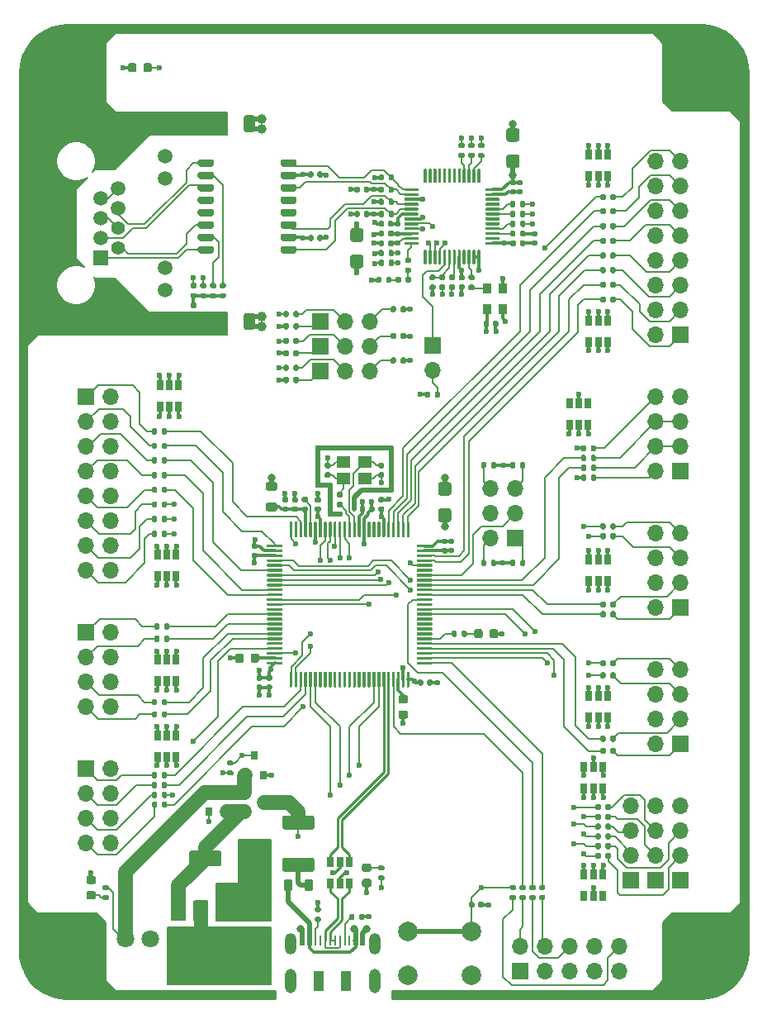
<source format=gbr>
%TF.GenerationSoftware,KiCad,Pcbnew,5.1.6*%
%TF.CreationDate,2021-01-07T05:04:38+01:00*%
%TF.ProjectId,DP83848C-EvalBoard,44503833-3834-4384-932d-4576616c426f,rev?*%
%TF.SameCoordinates,Original*%
%TF.FileFunction,Copper,L1,Top*%
%TF.FilePolarity,Positive*%
%FSLAX46Y46*%
G04 Gerber Fmt 4.6, Leading zero omitted, Abs format (unit mm)*
G04 Created by KiCad (PCBNEW 5.1.6) date 2021-01-07 05:04:38*
%MOMM*%
%LPD*%
G01*
G04 APERTURE LIST*
%TA.AperFunction,SMDPad,CuDef*%
%ADD10R,1.500000X2.000000*%
%TD*%
%TA.AperFunction,SMDPad,CuDef*%
%ADD11R,3.800000X2.000000*%
%TD*%
%TA.AperFunction,ComponentPad*%
%ADD12C,1.500000*%
%TD*%
%TA.AperFunction,ComponentPad*%
%ADD13C,2.300000*%
%TD*%
%TA.AperFunction,ComponentPad*%
%ADD14C,1.400000*%
%TD*%
%TA.AperFunction,ComponentPad*%
%ADD15R,1.500000X1.500000*%
%TD*%
%TA.AperFunction,SMDPad,CuDef*%
%ADD16R,0.650000X1.060000*%
%TD*%
%TA.AperFunction,ComponentPad*%
%ADD17O,1.700000X1.700000*%
%TD*%
%TA.AperFunction,ComponentPad*%
%ADD18R,1.700000X1.700000*%
%TD*%
%TA.AperFunction,ComponentPad*%
%ADD19C,1.800000*%
%TD*%
%TA.AperFunction,SMDPad,CuDef*%
%ADD20R,1.000000X2.000000*%
%TD*%
%TA.AperFunction,ComponentPad*%
%ADD21O,1.200000X2.500000*%
%TD*%
%TA.AperFunction,ComponentPad*%
%ADD22O,1.200000X2.200000*%
%TD*%
%TA.AperFunction,SMDPad,CuDef*%
%ADD23R,0.520000X1.000000*%
%TD*%
%TA.AperFunction,SMDPad,CuDef*%
%ADD24R,0.270000X1.000000*%
%TD*%
%TA.AperFunction,ComponentPad*%
%ADD25C,0.800000*%
%TD*%
%TA.AperFunction,ComponentPad*%
%ADD26C,6.400000*%
%TD*%
%TA.AperFunction,SMDPad,CuDef*%
%ADD27R,1.400000X1.200000*%
%TD*%
%TA.AperFunction,SMDPad,CuDef*%
%ADD28R,0.900000X1.000000*%
%TD*%
%TA.AperFunction,ComponentPad*%
%ADD29C,2.000000*%
%TD*%
%TA.AperFunction,SMDPad,CuDef*%
%ADD30R,0.900000X0.800000*%
%TD*%
%TA.AperFunction,SMDPad,CuDef*%
%ADD31R,0.800000X0.900000*%
%TD*%
%TA.AperFunction,ViaPad*%
%ADD32C,1.000000*%
%TD*%
%TA.AperFunction,ViaPad*%
%ADD33C,0.600000*%
%TD*%
%TA.AperFunction,ViaPad*%
%ADD34C,0.800000*%
%TD*%
%TA.AperFunction,Conductor*%
%ADD35C,0.500000*%
%TD*%
%TA.AperFunction,Conductor*%
%ADD36C,0.300000*%
%TD*%
%TA.AperFunction,Conductor*%
%ADD37C,0.150000*%
%TD*%
%TA.AperFunction,Conductor*%
%ADD38C,0.800000*%
%TD*%
%TA.AperFunction,Conductor*%
%ADD39C,0.200000*%
%TD*%
%TA.AperFunction,Conductor*%
%ADD40C,1.500000*%
%TD*%
%TA.AperFunction,Conductor*%
%ADD41C,0.203200*%
%TD*%
%TA.AperFunction,Conductor*%
%ADD42C,0.254000*%
%TD*%
G04 APERTURE END LIST*
%TO.P,C21,2*%
%TO.N,GND*%
%TA.AperFunction,SMDPad,CuDef*%
G36*
G01*
X79243750Y-127350000D02*
X79756250Y-127350000D01*
G75*
G02*
X79975000Y-127568750I0J-218750D01*
G01*
X79975000Y-128006250D01*
G75*
G02*
X79756250Y-128225000I-218750J0D01*
G01*
X79243750Y-128225000D01*
G75*
G02*
X79025000Y-128006250I0J218750D01*
G01*
X79025000Y-127568750D01*
G75*
G02*
X79243750Y-127350000I218750J0D01*
G01*
G37*
%TD.AperFunction*%
%TO.P,C21,1*%
%TO.N,/MCU/VCAP_2*%
%TA.AperFunction,SMDPad,CuDef*%
G36*
G01*
X79243750Y-125775000D02*
X79756250Y-125775000D01*
G75*
G02*
X79975000Y-125993750I0J-218750D01*
G01*
X79975000Y-126431250D01*
G75*
G02*
X79756250Y-126650000I-218750J0D01*
G01*
X79243750Y-126650000D01*
G75*
G02*
X79025000Y-126431250I0J218750D01*
G01*
X79025000Y-125993750D01*
G75*
G02*
X79243750Y-125775000I218750J0D01*
G01*
G37*
%TD.AperFunction*%
%TD*%
%TO.P,C18,2*%
%TO.N,GND*%
%TA.AperFunction,SMDPad,CuDef*%
G36*
G01*
X63150000Y-121743750D02*
X63150000Y-122256250D01*
G75*
G02*
X62931250Y-122475000I-218750J0D01*
G01*
X62493750Y-122475000D01*
G75*
G02*
X62275000Y-122256250I0J218750D01*
G01*
X62275000Y-121743750D01*
G75*
G02*
X62493750Y-121525000I218750J0D01*
G01*
X62931250Y-121525000D01*
G75*
G02*
X63150000Y-121743750I0J-218750D01*
G01*
G37*
%TD.AperFunction*%
%TO.P,C18,1*%
%TO.N,/MCU/VCAP_1*%
%TA.AperFunction,SMDPad,CuDef*%
G36*
G01*
X64725000Y-121743750D02*
X64725000Y-122256250D01*
G75*
G02*
X64506250Y-122475000I-218750J0D01*
G01*
X64068750Y-122475000D01*
G75*
G02*
X63850000Y-122256250I0J218750D01*
G01*
X63850000Y-121743750D01*
G75*
G02*
X64068750Y-121525000I218750J0D01*
G01*
X64506250Y-121525000D01*
G75*
G02*
X64725000Y-121743750I0J-218750D01*
G01*
G37*
%TD.AperFunction*%
%TD*%
%TO.P,C1,2*%
%TO.N,GND*%
%TA.AperFunction,SMDPad,CuDef*%
G36*
G01*
X62625000Y-143050000D02*
X62625000Y-141950000D01*
G75*
G02*
X62875000Y-141700000I250000J0D01*
G01*
X65700000Y-141700000D01*
G75*
G02*
X65950000Y-141950000I0J-250000D01*
G01*
X65950000Y-143050000D01*
G75*
G02*
X65700000Y-143300000I-250000J0D01*
G01*
X62875000Y-143300000D01*
G75*
G02*
X62625000Y-143050000I0J250000D01*
G01*
G37*
%TD.AperFunction*%
%TO.P,C1,1*%
%TO.N,+5V*%
%TA.AperFunction,SMDPad,CuDef*%
G36*
G01*
X57550000Y-143050000D02*
X57550000Y-141950000D01*
G75*
G02*
X57800000Y-141700000I250000J0D01*
G01*
X60625000Y-141700000D01*
G75*
G02*
X60875000Y-141950000I0J-250000D01*
G01*
X60875000Y-143050000D01*
G75*
G02*
X60625000Y-143300000I-250000J0D01*
G01*
X57800000Y-143300000D01*
G75*
G02*
X57550000Y-143050000I0J250000D01*
G01*
G37*
%TD.AperFunction*%
%TD*%
D10*
%TO.P,U1,1*%
%TO.N,GND*%
X61050000Y-147850000D03*
%TO.P,U1,3*%
%TO.N,+5V*%
X56450000Y-147850000D03*
%TO.P,U1,2*%
%TO.N,+3V3*%
X58750000Y-147850000D03*
D11*
X58750000Y-154150000D03*
%TD*%
D12*
%TO.P,J2,12*%
%TO.N,+3V3*%
X55100000Y-70580000D03*
%TO.P,J2,11*%
%TO.N,Net-(J2-Pad11)*%
X55100000Y-72870000D03*
%TO.P,J2,10*%
%TO.N,+3V3*%
X55100000Y-82010000D03*
%TO.P,J2,9*%
%TO.N,Net-(J2-Pad9)*%
X55100000Y-84300000D03*
D13*
%TO.P,J2,SH*%
%TO.N,Earth*%
X49390000Y-85570000D03*
X49390000Y-69310000D03*
D12*
%TO.P,J2,8*%
%TO.N,Net-(J2-Pad7)*%
X50280000Y-73888000D03*
%TO.P,J2,6*%
%TO.N,/PHY/RX-*%
X50280000Y-75920000D03*
D14*
%TO.P,J2,4*%
%TO.N,Net-(J2-Pad4)*%
X50280000Y-77952000D03*
%TO.P,J2,2*%
%TO.N,/PHY/TX-*%
X50280000Y-79984000D03*
D12*
%TO.P,J2,7*%
%TO.N,Net-(J2-Pad7)*%
X48500000Y-74904000D03*
%TO.P,J2,5*%
%TO.N,Net-(J2-Pad4)*%
X48500000Y-76936000D03*
%TO.P,J2,3*%
%TO.N,/PHY/RX+*%
X48500000Y-78968000D03*
D15*
%TO.P,J2,1*%
%TO.N,/PHY/TX+*%
X48500000Y-81000000D03*
%TD*%
%TO.P,R14,2*%
%TO.N,/ETH_MDIO*%
%TA.AperFunction,SMDPad,CuDef*%
G36*
G01*
X83315000Y-83740000D02*
X83685000Y-83740000D01*
G75*
G02*
X83820000Y-83875000I0J-135000D01*
G01*
X83820000Y-84145000D01*
G75*
G02*
X83685000Y-84280000I-135000J0D01*
G01*
X83315000Y-84280000D01*
G75*
G02*
X83180000Y-84145000I0J135000D01*
G01*
X83180000Y-83875000D01*
G75*
G02*
X83315000Y-83740000I135000J0D01*
G01*
G37*
%TD.AperFunction*%
%TO.P,R14,1*%
%TO.N,Net-(R14-Pad1)*%
%TA.AperFunction,SMDPad,CuDef*%
G36*
G01*
X83315000Y-82720000D02*
X83685000Y-82720000D01*
G75*
G02*
X83820000Y-82855000I0J-135000D01*
G01*
X83820000Y-83125000D01*
G75*
G02*
X83685000Y-83260000I-135000J0D01*
G01*
X83315000Y-83260000D01*
G75*
G02*
X83180000Y-83125000I0J135000D01*
G01*
X83180000Y-82855000D01*
G75*
G02*
X83315000Y-82720000I135000J0D01*
G01*
G37*
%TD.AperFunction*%
%TD*%
%TO.P,R13,2*%
%TO.N,/ETH_MDC*%
%TA.AperFunction,SMDPad,CuDef*%
G36*
G01*
X84315000Y-83740000D02*
X84685000Y-83740000D01*
G75*
G02*
X84820000Y-83875000I0J-135000D01*
G01*
X84820000Y-84145000D01*
G75*
G02*
X84685000Y-84280000I-135000J0D01*
G01*
X84315000Y-84280000D01*
G75*
G02*
X84180000Y-84145000I0J135000D01*
G01*
X84180000Y-83875000D01*
G75*
G02*
X84315000Y-83740000I135000J0D01*
G01*
G37*
%TD.AperFunction*%
%TO.P,R13,1*%
%TO.N,Net-(R13-Pad1)*%
%TA.AperFunction,SMDPad,CuDef*%
G36*
G01*
X84315000Y-82720000D02*
X84685000Y-82720000D01*
G75*
G02*
X84820000Y-82855000I0J-135000D01*
G01*
X84820000Y-83125000D01*
G75*
G02*
X84685000Y-83260000I-135000J0D01*
G01*
X84315000Y-83260000D01*
G75*
G02*
X84180000Y-83125000I0J135000D01*
G01*
X84180000Y-82855000D01*
G75*
G02*
X84315000Y-82720000I135000J0D01*
G01*
G37*
%TD.AperFunction*%
%TD*%
%TO.P,R101,2*%
%TO.N,Net-(J14-Pad8)*%
%TA.AperFunction,SMDPad,CuDef*%
G36*
G01*
X98740000Y-100685000D02*
X98740000Y-100315000D01*
G75*
G02*
X98875000Y-100180000I135000J0D01*
G01*
X99145000Y-100180000D01*
G75*
G02*
X99280000Y-100315000I0J-135000D01*
G01*
X99280000Y-100685000D01*
G75*
G02*
X99145000Y-100820000I-135000J0D01*
G01*
X98875000Y-100820000D01*
G75*
G02*
X98740000Y-100685000I0J135000D01*
G01*
G37*
%TD.AperFunction*%
%TO.P,R101,1*%
%TO.N,+3V3*%
%TA.AperFunction,SMDPad,CuDef*%
G36*
G01*
X97720000Y-100685000D02*
X97720000Y-100315000D01*
G75*
G02*
X97855000Y-100180000I135000J0D01*
G01*
X98125000Y-100180000D01*
G75*
G02*
X98260000Y-100315000I0J-135000D01*
G01*
X98260000Y-100685000D01*
G75*
G02*
X98125000Y-100820000I-135000J0D01*
G01*
X97855000Y-100820000D01*
G75*
G02*
X97720000Y-100685000I0J135000D01*
G01*
G37*
%TD.AperFunction*%
%TD*%
%TO.P,R100,2*%
%TO.N,Net-(J14-Pad2)*%
%TA.AperFunction,SMDPad,CuDef*%
G36*
G01*
X98740000Y-103685000D02*
X98740000Y-103315000D01*
G75*
G02*
X98875000Y-103180000I135000J0D01*
G01*
X99145000Y-103180000D01*
G75*
G02*
X99280000Y-103315000I0J-135000D01*
G01*
X99280000Y-103685000D01*
G75*
G02*
X99145000Y-103820000I-135000J0D01*
G01*
X98875000Y-103820000D01*
G75*
G02*
X98740000Y-103685000I0J135000D01*
G01*
G37*
%TD.AperFunction*%
%TO.P,R100,1*%
%TO.N,+3V3*%
%TA.AperFunction,SMDPad,CuDef*%
G36*
G01*
X97720000Y-103685000D02*
X97720000Y-103315000D01*
G75*
G02*
X97855000Y-103180000I135000J0D01*
G01*
X98125000Y-103180000D01*
G75*
G02*
X98260000Y-103315000I0J-135000D01*
G01*
X98260000Y-103685000D01*
G75*
G02*
X98125000Y-103820000I-135000J0D01*
G01*
X97855000Y-103820000D01*
G75*
G02*
X97720000Y-103685000I0J135000D01*
G01*
G37*
%TD.AperFunction*%
%TD*%
%TO.P,R69,2*%
%TO.N,/IO/GPIO7_R*%
%TA.AperFunction,SMDPad,CuDef*%
G36*
G01*
X100740000Y-74935000D02*
X100740000Y-74565000D01*
G75*
G02*
X100875000Y-74430000I135000J0D01*
G01*
X101145000Y-74430000D01*
G75*
G02*
X101280000Y-74565000I0J-135000D01*
G01*
X101280000Y-74935000D01*
G75*
G02*
X101145000Y-75070000I-135000J0D01*
G01*
X100875000Y-75070000D01*
G75*
G02*
X100740000Y-74935000I0J135000D01*
G01*
G37*
%TD.AperFunction*%
%TO.P,R69,1*%
%TO.N,/IO/GPIO7*%
%TA.AperFunction,SMDPad,CuDef*%
G36*
G01*
X99720000Y-74935000D02*
X99720000Y-74565000D01*
G75*
G02*
X99855000Y-74430000I135000J0D01*
G01*
X100125000Y-74430000D01*
G75*
G02*
X100260000Y-74565000I0J-135000D01*
G01*
X100260000Y-74935000D01*
G75*
G02*
X100125000Y-75070000I-135000J0D01*
G01*
X99855000Y-75070000D01*
G75*
G02*
X99720000Y-74935000I0J135000D01*
G01*
G37*
%TD.AperFunction*%
%TD*%
%TO.P,R68,2*%
%TO.N,/IO/GPIO6_R*%
%TA.AperFunction,SMDPad,CuDef*%
G36*
G01*
X100740000Y-76385000D02*
X100740000Y-76015000D01*
G75*
G02*
X100875000Y-75880000I135000J0D01*
G01*
X101145000Y-75880000D01*
G75*
G02*
X101280000Y-76015000I0J-135000D01*
G01*
X101280000Y-76385000D01*
G75*
G02*
X101145000Y-76520000I-135000J0D01*
G01*
X100875000Y-76520000D01*
G75*
G02*
X100740000Y-76385000I0J135000D01*
G01*
G37*
%TD.AperFunction*%
%TO.P,R68,1*%
%TO.N,/IO/GPIO6*%
%TA.AperFunction,SMDPad,CuDef*%
G36*
G01*
X99720000Y-76385000D02*
X99720000Y-76015000D01*
G75*
G02*
X99855000Y-75880000I135000J0D01*
G01*
X100125000Y-75880000D01*
G75*
G02*
X100260000Y-76015000I0J-135000D01*
G01*
X100260000Y-76385000D01*
G75*
G02*
X100125000Y-76520000I-135000J0D01*
G01*
X99855000Y-76520000D01*
G75*
G02*
X99720000Y-76385000I0J135000D01*
G01*
G37*
%TD.AperFunction*%
%TD*%
%TO.P,R67,2*%
%TO.N,/IO/GPIO5_R*%
%TA.AperFunction,SMDPad,CuDef*%
G36*
G01*
X100740000Y-77935000D02*
X100740000Y-77565000D01*
G75*
G02*
X100875000Y-77430000I135000J0D01*
G01*
X101145000Y-77430000D01*
G75*
G02*
X101280000Y-77565000I0J-135000D01*
G01*
X101280000Y-77935000D01*
G75*
G02*
X101145000Y-78070000I-135000J0D01*
G01*
X100875000Y-78070000D01*
G75*
G02*
X100740000Y-77935000I0J135000D01*
G01*
G37*
%TD.AperFunction*%
%TO.P,R67,1*%
%TO.N,/IO/GPIO5*%
%TA.AperFunction,SMDPad,CuDef*%
G36*
G01*
X99720000Y-77935000D02*
X99720000Y-77565000D01*
G75*
G02*
X99855000Y-77430000I135000J0D01*
G01*
X100125000Y-77430000D01*
G75*
G02*
X100260000Y-77565000I0J-135000D01*
G01*
X100260000Y-77935000D01*
G75*
G02*
X100125000Y-78070000I-135000J0D01*
G01*
X99855000Y-78070000D01*
G75*
G02*
X99720000Y-77935000I0J135000D01*
G01*
G37*
%TD.AperFunction*%
%TD*%
%TO.P,R66,2*%
%TO.N,/IO/GPIO4_R*%
%TA.AperFunction,SMDPad,CuDef*%
G36*
G01*
X100740000Y-79435000D02*
X100740000Y-79065000D01*
G75*
G02*
X100875000Y-78930000I135000J0D01*
G01*
X101145000Y-78930000D01*
G75*
G02*
X101280000Y-79065000I0J-135000D01*
G01*
X101280000Y-79435000D01*
G75*
G02*
X101145000Y-79570000I-135000J0D01*
G01*
X100875000Y-79570000D01*
G75*
G02*
X100740000Y-79435000I0J135000D01*
G01*
G37*
%TD.AperFunction*%
%TO.P,R66,1*%
%TO.N,/IO/GPIO4*%
%TA.AperFunction,SMDPad,CuDef*%
G36*
G01*
X99720000Y-79435000D02*
X99720000Y-79065000D01*
G75*
G02*
X99855000Y-78930000I135000J0D01*
G01*
X100125000Y-78930000D01*
G75*
G02*
X100260000Y-79065000I0J-135000D01*
G01*
X100260000Y-79435000D01*
G75*
G02*
X100125000Y-79570000I-135000J0D01*
G01*
X99855000Y-79570000D01*
G75*
G02*
X99720000Y-79435000I0J135000D01*
G01*
G37*
%TD.AperFunction*%
%TD*%
%TO.P,R65,2*%
%TO.N,/IO/GPIO3_R*%
%TA.AperFunction,SMDPad,CuDef*%
G36*
G01*
X100740000Y-80935000D02*
X100740000Y-80565000D01*
G75*
G02*
X100875000Y-80430000I135000J0D01*
G01*
X101145000Y-80430000D01*
G75*
G02*
X101280000Y-80565000I0J-135000D01*
G01*
X101280000Y-80935000D01*
G75*
G02*
X101145000Y-81070000I-135000J0D01*
G01*
X100875000Y-81070000D01*
G75*
G02*
X100740000Y-80935000I0J135000D01*
G01*
G37*
%TD.AperFunction*%
%TO.P,R65,1*%
%TO.N,/IO/GPIO3*%
%TA.AperFunction,SMDPad,CuDef*%
G36*
G01*
X99720000Y-80935000D02*
X99720000Y-80565000D01*
G75*
G02*
X99855000Y-80430000I135000J0D01*
G01*
X100125000Y-80430000D01*
G75*
G02*
X100260000Y-80565000I0J-135000D01*
G01*
X100260000Y-80935000D01*
G75*
G02*
X100125000Y-81070000I-135000J0D01*
G01*
X99855000Y-81070000D01*
G75*
G02*
X99720000Y-80935000I0J135000D01*
G01*
G37*
%TD.AperFunction*%
%TD*%
%TO.P,R64,2*%
%TO.N,/IO/GPIO2_R*%
%TA.AperFunction,SMDPad,CuDef*%
G36*
G01*
X100740000Y-82435000D02*
X100740000Y-82065000D01*
G75*
G02*
X100875000Y-81930000I135000J0D01*
G01*
X101145000Y-81930000D01*
G75*
G02*
X101280000Y-82065000I0J-135000D01*
G01*
X101280000Y-82435000D01*
G75*
G02*
X101145000Y-82570000I-135000J0D01*
G01*
X100875000Y-82570000D01*
G75*
G02*
X100740000Y-82435000I0J135000D01*
G01*
G37*
%TD.AperFunction*%
%TO.P,R64,1*%
%TO.N,/IO/GPIO2*%
%TA.AperFunction,SMDPad,CuDef*%
G36*
G01*
X99720000Y-82435000D02*
X99720000Y-82065000D01*
G75*
G02*
X99855000Y-81930000I135000J0D01*
G01*
X100125000Y-81930000D01*
G75*
G02*
X100260000Y-82065000I0J-135000D01*
G01*
X100260000Y-82435000D01*
G75*
G02*
X100125000Y-82570000I-135000J0D01*
G01*
X99855000Y-82570000D01*
G75*
G02*
X99720000Y-82435000I0J135000D01*
G01*
G37*
%TD.AperFunction*%
%TD*%
%TO.P,R63,2*%
%TO.N,/IO/GPIO1_R*%
%TA.AperFunction,SMDPad,CuDef*%
G36*
G01*
X100740000Y-83935000D02*
X100740000Y-83565000D01*
G75*
G02*
X100875000Y-83430000I135000J0D01*
G01*
X101145000Y-83430000D01*
G75*
G02*
X101280000Y-83565000I0J-135000D01*
G01*
X101280000Y-83935000D01*
G75*
G02*
X101145000Y-84070000I-135000J0D01*
G01*
X100875000Y-84070000D01*
G75*
G02*
X100740000Y-83935000I0J135000D01*
G01*
G37*
%TD.AperFunction*%
%TO.P,R63,1*%
%TO.N,/IO/GPIO1*%
%TA.AperFunction,SMDPad,CuDef*%
G36*
G01*
X99720000Y-83935000D02*
X99720000Y-83565000D01*
G75*
G02*
X99855000Y-83430000I135000J0D01*
G01*
X100125000Y-83430000D01*
G75*
G02*
X100260000Y-83565000I0J-135000D01*
G01*
X100260000Y-83935000D01*
G75*
G02*
X100125000Y-84070000I-135000J0D01*
G01*
X99855000Y-84070000D01*
G75*
G02*
X99720000Y-83935000I0J135000D01*
G01*
G37*
%TD.AperFunction*%
%TD*%
%TO.P,R62,2*%
%TO.N,/IO/GPIO0_R*%
%TA.AperFunction,SMDPad,CuDef*%
G36*
G01*
X100740000Y-85435000D02*
X100740000Y-85065000D01*
G75*
G02*
X100875000Y-84930000I135000J0D01*
G01*
X101145000Y-84930000D01*
G75*
G02*
X101280000Y-85065000I0J-135000D01*
G01*
X101280000Y-85435000D01*
G75*
G02*
X101145000Y-85570000I-135000J0D01*
G01*
X100875000Y-85570000D01*
G75*
G02*
X100740000Y-85435000I0J135000D01*
G01*
G37*
%TD.AperFunction*%
%TO.P,R62,1*%
%TO.N,/IO/GPIO0*%
%TA.AperFunction,SMDPad,CuDef*%
G36*
G01*
X99720000Y-85435000D02*
X99720000Y-85065000D01*
G75*
G02*
X99855000Y-84930000I135000J0D01*
G01*
X100125000Y-84930000D01*
G75*
G02*
X100260000Y-85065000I0J-135000D01*
G01*
X100260000Y-85435000D01*
G75*
G02*
X100125000Y-85570000I-135000J0D01*
G01*
X99855000Y-85570000D01*
G75*
G02*
X99720000Y-85435000I0J135000D01*
G01*
G37*
%TD.AperFunction*%
%TD*%
D16*
%TO.P,U15,5*%
%TO.N,+3V3*%
X55250000Y-113600000D03*
%TO.P,U15,6*%
%TO.N,/IO/ADC6_R*%
X56200000Y-113600000D03*
%TO.P,U15,4*%
%TO.N,/IO/ADC7_R*%
X54300000Y-113600000D03*
%TO.P,U15,3*%
%TO.N,/IO/ADC5_R*%
X54300000Y-111400000D03*
%TO.P,U15,2*%
%TO.N,GND*%
X55250000Y-111400000D03*
%TO.P,U15,1*%
%TO.N,/IO/ADC4_R*%
X56200000Y-111400000D03*
%TD*%
%TO.P,U14,5*%
%TO.N,+3V3*%
X55250000Y-124350000D03*
%TO.P,U14,6*%
%TO.N,/IO/TMR4_R*%
X56200000Y-124350000D03*
%TO.P,U14,4*%
%TO.N,/IO/TMR3_R*%
X54300000Y-124350000D03*
%TO.P,U14,3*%
%TO.N,/IO/TMR2_R*%
X54300000Y-122150000D03*
%TO.P,U14,2*%
%TO.N,GND*%
X55250000Y-122150000D03*
%TO.P,U14,1*%
%TO.N,/IO/TMR1_R*%
X56200000Y-122150000D03*
%TD*%
%TO.P,U13,1*%
%TO.N,/IO/I2C1_SDA_R*%
X96550000Y-98100000D03*
%TO.P,U13,2*%
%TO.N,GND*%
X97500000Y-98100000D03*
%TO.P,U13,3*%
%TO.N,/IO/I2C1_SCL_R*%
X98450000Y-98100000D03*
%TO.P,U13,4*%
%TO.N,N/C*%
X98450000Y-95900000D03*
%TO.P,U13,6*%
X96550000Y-95900000D03*
%TO.P,U13,5*%
%TO.N,+3V3*%
X97500000Y-95900000D03*
%TD*%
%TO.P,U12,5*%
%TO.N,+3V3*%
X99500000Y-125900000D03*
%TO.P,U12,6*%
%TO.N,/IO/SPI3_NSS_R*%
X98550000Y-125900000D03*
%TO.P,U12,4*%
%TO.N,/IO/SPI3_SCK_R*%
X100450000Y-125900000D03*
%TO.P,U12,3*%
%TO.N,/IO/SPI3_MOSI_R*%
X100450000Y-128100000D03*
%TO.P,U12,2*%
%TO.N,GND*%
X99500000Y-128100000D03*
%TO.P,U12,1*%
%TO.N,/IO/SPI3_MISO_R*%
X98550000Y-128100000D03*
%TD*%
%TO.P,U11,5*%
%TO.N,+3V3*%
X55500000Y-96250000D03*
%TO.P,U11,6*%
%TO.N,/IO/ADC3_R*%
X56450000Y-96250000D03*
%TO.P,U11,4*%
%TO.N,/IO/ADC2_R*%
X54550000Y-96250000D03*
%TO.P,U11,3*%
%TO.N,/IO/ADC0_R*%
X54550000Y-94050000D03*
%TO.P,U11,2*%
%TO.N,GND*%
X55500000Y-94050000D03*
%TO.P,U11,1*%
%TO.N,/IO/ADC1_R*%
X56450000Y-94050000D03*
%TD*%
%TO.P,U10,1*%
%TO.N,/IO/USART2_TX_R*%
X99950000Y-144150000D03*
%TO.P,U10,2*%
%TO.N,GND*%
X99000000Y-144150000D03*
%TO.P,U10,3*%
%TO.N,/IO/USART1_TX_R*%
X98050000Y-144150000D03*
%TO.P,U10,4*%
%TO.N,N/C*%
X98050000Y-146350000D03*
%TO.P,U10,6*%
X99950000Y-146350000D03*
%TO.P,U10,5*%
%TO.N,+3V3*%
X99000000Y-146350000D03*
%TD*%
%TO.P,U9,5*%
%TO.N,+3V3*%
X55250000Y-132100000D03*
%TO.P,U9,6*%
%TO.N,/IO/SPI2_NSS_R*%
X56200000Y-132100000D03*
%TO.P,U9,4*%
%TO.N,/IO/SPI2_SCK_R*%
X54300000Y-132100000D03*
%TO.P,U9,3*%
%TO.N,/IO/SPI2_MOSI_R*%
X54300000Y-129900000D03*
%TO.P,U9,2*%
%TO.N,GND*%
X55250000Y-129900000D03*
%TO.P,U9,1*%
%TO.N,/IO/SPI2_MISO_R*%
X56200000Y-129900000D03*
%TD*%
%TO.P,U8,5*%
%TO.N,+3V3*%
X99500000Y-70400000D03*
%TO.P,U8,6*%
%TO.N,/IO/GPIO7_R*%
X98550000Y-70400000D03*
%TO.P,U8,4*%
%TO.N,/IO/GPIO6_R*%
X100450000Y-70400000D03*
%TO.P,U8,3*%
%TO.N,/IO/GPIO5_R*%
X100450000Y-72600000D03*
%TO.P,U8,2*%
%TO.N,GND*%
X99500000Y-72600000D03*
%TO.P,U8,1*%
%TO.N,/IO/GPIO4_R*%
X98550000Y-72600000D03*
%TD*%
%TO.P,U7,5*%
%TO.N,+3V3*%
X99000000Y-135350000D03*
%TO.P,U7,6*%
%TO.N,/IO/USART2_RX_R*%
X99950000Y-135350000D03*
%TO.P,U7,4*%
%TO.N,/IO/USART1_RX_R*%
X98050000Y-135350000D03*
%TO.P,U7,3*%
%TO.N,/IO/USART3_RX_R*%
X98050000Y-133150000D03*
%TO.P,U7,2*%
%TO.N,GND*%
X99000000Y-133150000D03*
%TO.P,U7,1*%
%TO.N,/IO/USART3_TX_R*%
X99950000Y-133150000D03*
%TD*%
%TO.P,U6,5*%
%TO.N,+3V3*%
X99500000Y-111900000D03*
%TO.P,U6,6*%
%TO.N,/IO/SPI1_SCK_R*%
X98550000Y-111900000D03*
%TO.P,U6,4*%
%TO.N,/IO/SPI1_NSS_R*%
X100450000Y-111900000D03*
%TO.P,U6,3*%
%TO.N,/IO/SPI1_MISO_R*%
X100450000Y-114100000D03*
%TO.P,U6,2*%
%TO.N,GND*%
X99500000Y-114100000D03*
%TO.P,U6,1*%
%TO.N,/IO/SPI1_MOSI_R*%
X98550000Y-114100000D03*
%TD*%
%TO.P,U5,5*%
%TO.N,+3V3*%
X99500000Y-87400000D03*
%TO.P,U5,6*%
%TO.N,/IO/GPIO3_R*%
X98550000Y-87400000D03*
%TO.P,U5,4*%
%TO.N,/IO/GPIO2_R*%
X100450000Y-87400000D03*
%TO.P,U5,3*%
%TO.N,/IO/GPIO0_R*%
X100450000Y-89600000D03*
%TO.P,U5,2*%
%TO.N,GND*%
X99500000Y-89600000D03*
%TO.P,U5,1*%
%TO.N,/IO/GPIO1_R*%
X98550000Y-89600000D03*
%TD*%
%TO.P,R103,2*%
%TO.N,/IO/I2C1_SDA*%
%TA.AperFunction,SMDPad,CuDef*%
G36*
G01*
X98260000Y-101315000D02*
X98260000Y-101685000D01*
G75*
G02*
X98125000Y-101820000I-135000J0D01*
G01*
X97855000Y-101820000D01*
G75*
G02*
X97720000Y-101685000I0J135000D01*
G01*
X97720000Y-101315000D01*
G75*
G02*
X97855000Y-101180000I135000J0D01*
G01*
X98125000Y-101180000D01*
G75*
G02*
X98260000Y-101315000I0J-135000D01*
G01*
G37*
%TD.AperFunction*%
%TO.P,R103,1*%
%TO.N,/IO/I2C1_SDA_R*%
%TA.AperFunction,SMDPad,CuDef*%
G36*
G01*
X99280000Y-101315000D02*
X99280000Y-101685000D01*
G75*
G02*
X99145000Y-101820000I-135000J0D01*
G01*
X98875000Y-101820000D01*
G75*
G02*
X98740000Y-101685000I0J135000D01*
G01*
X98740000Y-101315000D01*
G75*
G02*
X98875000Y-101180000I135000J0D01*
G01*
X99145000Y-101180000D01*
G75*
G02*
X99280000Y-101315000I0J-135000D01*
G01*
G37*
%TD.AperFunction*%
%TD*%
%TO.P,R102,2*%
%TO.N,/IO/I2C1_SCL*%
%TA.AperFunction,SMDPad,CuDef*%
G36*
G01*
X98260000Y-102315000D02*
X98260000Y-102685000D01*
G75*
G02*
X98125000Y-102820000I-135000J0D01*
G01*
X97855000Y-102820000D01*
G75*
G02*
X97720000Y-102685000I0J135000D01*
G01*
X97720000Y-102315000D01*
G75*
G02*
X97855000Y-102180000I135000J0D01*
G01*
X98125000Y-102180000D01*
G75*
G02*
X98260000Y-102315000I0J-135000D01*
G01*
G37*
%TD.AperFunction*%
%TO.P,R102,1*%
%TO.N,/IO/I2C1_SCL_R*%
%TA.AperFunction,SMDPad,CuDef*%
G36*
G01*
X99280000Y-102315000D02*
X99280000Y-102685000D01*
G75*
G02*
X99145000Y-102820000I-135000J0D01*
G01*
X98875000Y-102820000D01*
G75*
G02*
X98740000Y-102685000I0J135000D01*
G01*
X98740000Y-102315000D01*
G75*
G02*
X98875000Y-102180000I135000J0D01*
G01*
X99145000Y-102180000D01*
G75*
G02*
X99280000Y-102315000I0J-135000D01*
G01*
G37*
%TD.AperFunction*%
%TD*%
%TO.P,R99,2*%
%TO.N,/IO/USART3_RX_R*%
%TA.AperFunction,SMDPad,CuDef*%
G36*
G01*
X100240000Y-141435000D02*
X100240000Y-141065000D01*
G75*
G02*
X100375000Y-140930000I135000J0D01*
G01*
X100645000Y-140930000D01*
G75*
G02*
X100780000Y-141065000I0J-135000D01*
G01*
X100780000Y-141435000D01*
G75*
G02*
X100645000Y-141570000I-135000J0D01*
G01*
X100375000Y-141570000D01*
G75*
G02*
X100240000Y-141435000I0J135000D01*
G01*
G37*
%TD.AperFunction*%
%TO.P,R99,1*%
%TO.N,/IO/USART3_RX*%
%TA.AperFunction,SMDPad,CuDef*%
G36*
G01*
X99220000Y-141435000D02*
X99220000Y-141065000D01*
G75*
G02*
X99355000Y-140930000I135000J0D01*
G01*
X99625000Y-140930000D01*
G75*
G02*
X99760000Y-141065000I0J-135000D01*
G01*
X99760000Y-141435000D01*
G75*
G02*
X99625000Y-141570000I-135000J0D01*
G01*
X99355000Y-141570000D01*
G75*
G02*
X99220000Y-141435000I0J135000D01*
G01*
G37*
%TD.AperFunction*%
%TD*%
%TO.P,R98,2*%
%TO.N,/IO/USART3_TX_R*%
%TA.AperFunction,SMDPad,CuDef*%
G36*
G01*
X100240000Y-142435000D02*
X100240000Y-142065000D01*
G75*
G02*
X100375000Y-141930000I135000J0D01*
G01*
X100645000Y-141930000D01*
G75*
G02*
X100780000Y-142065000I0J-135000D01*
G01*
X100780000Y-142435000D01*
G75*
G02*
X100645000Y-142570000I-135000J0D01*
G01*
X100375000Y-142570000D01*
G75*
G02*
X100240000Y-142435000I0J135000D01*
G01*
G37*
%TD.AperFunction*%
%TO.P,R98,1*%
%TO.N,/IO/USART3_TX*%
%TA.AperFunction,SMDPad,CuDef*%
G36*
G01*
X99220000Y-142435000D02*
X99220000Y-142065000D01*
G75*
G02*
X99355000Y-141930000I135000J0D01*
G01*
X99625000Y-141930000D01*
G75*
G02*
X99760000Y-142065000I0J-135000D01*
G01*
X99760000Y-142435000D01*
G75*
G02*
X99625000Y-142570000I-135000J0D01*
G01*
X99355000Y-142570000D01*
G75*
G02*
X99220000Y-142435000I0J135000D01*
G01*
G37*
%TD.AperFunction*%
%TD*%
%TO.P,R97,2*%
%TO.N,/IO/USART2_RX_R*%
%TA.AperFunction,SMDPad,CuDef*%
G36*
G01*
X100240000Y-137435000D02*
X100240000Y-137065000D01*
G75*
G02*
X100375000Y-136930000I135000J0D01*
G01*
X100645000Y-136930000D01*
G75*
G02*
X100780000Y-137065000I0J-135000D01*
G01*
X100780000Y-137435000D01*
G75*
G02*
X100645000Y-137570000I-135000J0D01*
G01*
X100375000Y-137570000D01*
G75*
G02*
X100240000Y-137435000I0J135000D01*
G01*
G37*
%TD.AperFunction*%
%TO.P,R97,1*%
%TO.N,/IO/USART2_RX*%
%TA.AperFunction,SMDPad,CuDef*%
G36*
G01*
X99220000Y-137435000D02*
X99220000Y-137065000D01*
G75*
G02*
X99355000Y-136930000I135000J0D01*
G01*
X99625000Y-136930000D01*
G75*
G02*
X99760000Y-137065000I0J-135000D01*
G01*
X99760000Y-137435000D01*
G75*
G02*
X99625000Y-137570000I-135000J0D01*
G01*
X99355000Y-137570000D01*
G75*
G02*
X99220000Y-137435000I0J135000D01*
G01*
G37*
%TD.AperFunction*%
%TD*%
%TO.P,R96,2*%
%TO.N,/IO/USART2_TX_R*%
%TA.AperFunction,SMDPad,CuDef*%
G36*
G01*
X100230000Y-138435000D02*
X100230000Y-138065000D01*
G75*
G02*
X100365000Y-137930000I135000J0D01*
G01*
X100635000Y-137930000D01*
G75*
G02*
X100770000Y-138065000I0J-135000D01*
G01*
X100770000Y-138435000D01*
G75*
G02*
X100635000Y-138570000I-135000J0D01*
G01*
X100365000Y-138570000D01*
G75*
G02*
X100230000Y-138435000I0J135000D01*
G01*
G37*
%TD.AperFunction*%
%TO.P,R96,1*%
%TO.N,/IO/USART2_TX*%
%TA.AperFunction,SMDPad,CuDef*%
G36*
G01*
X99210000Y-138435000D02*
X99210000Y-138065000D01*
G75*
G02*
X99345000Y-137930000I135000J0D01*
G01*
X99615000Y-137930000D01*
G75*
G02*
X99750000Y-138065000I0J-135000D01*
G01*
X99750000Y-138435000D01*
G75*
G02*
X99615000Y-138570000I-135000J0D01*
G01*
X99345000Y-138570000D01*
G75*
G02*
X99210000Y-138435000I0J135000D01*
G01*
G37*
%TD.AperFunction*%
%TD*%
%TO.P,R95,2*%
%TO.N,/IO/USART1_RX_R*%
%TA.AperFunction,SMDPad,CuDef*%
G36*
G01*
X100240000Y-139435000D02*
X100240000Y-139065000D01*
G75*
G02*
X100375000Y-138930000I135000J0D01*
G01*
X100645000Y-138930000D01*
G75*
G02*
X100780000Y-139065000I0J-135000D01*
G01*
X100780000Y-139435000D01*
G75*
G02*
X100645000Y-139570000I-135000J0D01*
G01*
X100375000Y-139570000D01*
G75*
G02*
X100240000Y-139435000I0J135000D01*
G01*
G37*
%TD.AperFunction*%
%TO.P,R95,1*%
%TO.N,/IO/USART1_RX*%
%TA.AperFunction,SMDPad,CuDef*%
G36*
G01*
X99220000Y-139435000D02*
X99220000Y-139065000D01*
G75*
G02*
X99355000Y-138930000I135000J0D01*
G01*
X99625000Y-138930000D01*
G75*
G02*
X99760000Y-139065000I0J-135000D01*
G01*
X99760000Y-139435000D01*
G75*
G02*
X99625000Y-139570000I-135000J0D01*
G01*
X99355000Y-139570000D01*
G75*
G02*
X99220000Y-139435000I0J135000D01*
G01*
G37*
%TD.AperFunction*%
%TD*%
%TO.P,R94,2*%
%TO.N,/IO/USART1_TX_R*%
%TA.AperFunction,SMDPad,CuDef*%
G36*
G01*
X100240000Y-140435000D02*
X100240000Y-140065000D01*
G75*
G02*
X100375000Y-139930000I135000J0D01*
G01*
X100645000Y-139930000D01*
G75*
G02*
X100780000Y-140065000I0J-135000D01*
G01*
X100780000Y-140435000D01*
G75*
G02*
X100645000Y-140570000I-135000J0D01*
G01*
X100375000Y-140570000D01*
G75*
G02*
X100240000Y-140435000I0J135000D01*
G01*
G37*
%TD.AperFunction*%
%TO.P,R94,1*%
%TO.N,/IO/USART1_TX*%
%TA.AperFunction,SMDPad,CuDef*%
G36*
G01*
X99220000Y-140435000D02*
X99220000Y-140065000D01*
G75*
G02*
X99355000Y-139930000I135000J0D01*
G01*
X99625000Y-139930000D01*
G75*
G02*
X99760000Y-140065000I0J-135000D01*
G01*
X99760000Y-140435000D01*
G75*
G02*
X99625000Y-140570000I-135000J0D01*
G01*
X99355000Y-140570000D01*
G75*
G02*
X99220000Y-140435000I0J135000D01*
G01*
G37*
%TD.AperFunction*%
%TD*%
%TO.P,R93,2*%
%TO.N,/IO/SPI3_NSS*%
%TA.AperFunction,SMDPad,CuDef*%
G36*
G01*
X100260000Y-122315000D02*
X100260000Y-122685000D01*
G75*
G02*
X100125000Y-122820000I-135000J0D01*
G01*
X99855000Y-122820000D01*
G75*
G02*
X99720000Y-122685000I0J135000D01*
G01*
X99720000Y-122315000D01*
G75*
G02*
X99855000Y-122180000I135000J0D01*
G01*
X100125000Y-122180000D01*
G75*
G02*
X100260000Y-122315000I0J-135000D01*
G01*
G37*
%TD.AperFunction*%
%TO.P,R93,1*%
%TO.N,/IO/SPI3_NSS_R*%
%TA.AperFunction,SMDPad,CuDef*%
G36*
G01*
X101280000Y-122315000D02*
X101280000Y-122685000D01*
G75*
G02*
X101145000Y-122820000I-135000J0D01*
G01*
X100875000Y-122820000D01*
G75*
G02*
X100740000Y-122685000I0J135000D01*
G01*
X100740000Y-122315000D01*
G75*
G02*
X100875000Y-122180000I135000J0D01*
G01*
X101145000Y-122180000D01*
G75*
G02*
X101280000Y-122315000I0J-135000D01*
G01*
G37*
%TD.AperFunction*%
%TD*%
%TO.P,R92,2*%
%TO.N,/IO/SPI3_SCK*%
%TA.AperFunction,SMDPad,CuDef*%
G36*
G01*
X100260000Y-123565000D02*
X100260000Y-123935000D01*
G75*
G02*
X100125000Y-124070000I-135000J0D01*
G01*
X99855000Y-124070000D01*
G75*
G02*
X99720000Y-123935000I0J135000D01*
G01*
X99720000Y-123565000D01*
G75*
G02*
X99855000Y-123430000I135000J0D01*
G01*
X100125000Y-123430000D01*
G75*
G02*
X100260000Y-123565000I0J-135000D01*
G01*
G37*
%TD.AperFunction*%
%TO.P,R92,1*%
%TO.N,/IO/SPI3_SCK_R*%
%TA.AperFunction,SMDPad,CuDef*%
G36*
G01*
X101280000Y-123565000D02*
X101280000Y-123935000D01*
G75*
G02*
X101145000Y-124070000I-135000J0D01*
G01*
X100875000Y-124070000D01*
G75*
G02*
X100740000Y-123935000I0J135000D01*
G01*
X100740000Y-123565000D01*
G75*
G02*
X100875000Y-123430000I135000J0D01*
G01*
X101145000Y-123430000D01*
G75*
G02*
X101280000Y-123565000I0J-135000D01*
G01*
G37*
%TD.AperFunction*%
%TD*%
%TO.P,R91,2*%
%TO.N,/IO/SPI3_MOSI*%
%TA.AperFunction,SMDPad,CuDef*%
G36*
G01*
X100260000Y-130065000D02*
X100260000Y-130435000D01*
G75*
G02*
X100125000Y-130570000I-135000J0D01*
G01*
X99855000Y-130570000D01*
G75*
G02*
X99720000Y-130435000I0J135000D01*
G01*
X99720000Y-130065000D01*
G75*
G02*
X99855000Y-129930000I135000J0D01*
G01*
X100125000Y-129930000D01*
G75*
G02*
X100260000Y-130065000I0J-135000D01*
G01*
G37*
%TD.AperFunction*%
%TO.P,R91,1*%
%TO.N,/IO/SPI3_MOSI_R*%
%TA.AperFunction,SMDPad,CuDef*%
G36*
G01*
X101280000Y-130065000D02*
X101280000Y-130435000D01*
G75*
G02*
X101145000Y-130570000I-135000J0D01*
G01*
X100875000Y-130570000D01*
G75*
G02*
X100740000Y-130435000I0J135000D01*
G01*
X100740000Y-130065000D01*
G75*
G02*
X100875000Y-129930000I135000J0D01*
G01*
X101145000Y-129930000D01*
G75*
G02*
X101280000Y-130065000I0J-135000D01*
G01*
G37*
%TD.AperFunction*%
%TD*%
%TO.P,R90,2*%
%TO.N,/IO/SPI3_MISO*%
%TA.AperFunction,SMDPad,CuDef*%
G36*
G01*
X100260000Y-131315000D02*
X100260000Y-131685000D01*
G75*
G02*
X100125000Y-131820000I-135000J0D01*
G01*
X99855000Y-131820000D01*
G75*
G02*
X99720000Y-131685000I0J135000D01*
G01*
X99720000Y-131315000D01*
G75*
G02*
X99855000Y-131180000I135000J0D01*
G01*
X100125000Y-131180000D01*
G75*
G02*
X100260000Y-131315000I0J-135000D01*
G01*
G37*
%TD.AperFunction*%
%TO.P,R90,1*%
%TO.N,/IO/SPI3_MISO_R*%
%TA.AperFunction,SMDPad,CuDef*%
G36*
G01*
X101280000Y-131315000D02*
X101280000Y-131685000D01*
G75*
G02*
X101145000Y-131820000I-135000J0D01*
G01*
X100875000Y-131820000D01*
G75*
G02*
X100740000Y-131685000I0J135000D01*
G01*
X100740000Y-131315000D01*
G75*
G02*
X100875000Y-131180000I135000J0D01*
G01*
X101145000Y-131180000D01*
G75*
G02*
X101280000Y-131315000I0J-135000D01*
G01*
G37*
%TD.AperFunction*%
%TD*%
%TO.P,R89,2*%
%TO.N,/IO/SPI2_NSS*%
%TA.AperFunction,SMDPad,CuDef*%
G36*
G01*
X54750000Y-137185000D02*
X54750000Y-136815000D01*
G75*
G02*
X54885000Y-136680000I135000J0D01*
G01*
X55155000Y-136680000D01*
G75*
G02*
X55290000Y-136815000I0J-135000D01*
G01*
X55290000Y-137185000D01*
G75*
G02*
X55155000Y-137320000I-135000J0D01*
G01*
X54885000Y-137320000D01*
G75*
G02*
X54750000Y-137185000I0J135000D01*
G01*
G37*
%TD.AperFunction*%
%TO.P,R89,1*%
%TO.N,/IO/SPI2_NSS_R*%
%TA.AperFunction,SMDPad,CuDef*%
G36*
G01*
X53730000Y-137185000D02*
X53730000Y-136815000D01*
G75*
G02*
X53865000Y-136680000I135000J0D01*
G01*
X54135000Y-136680000D01*
G75*
G02*
X54270000Y-136815000I0J-135000D01*
G01*
X54270000Y-137185000D01*
G75*
G02*
X54135000Y-137320000I-135000J0D01*
G01*
X53865000Y-137320000D01*
G75*
G02*
X53730000Y-137185000I0J135000D01*
G01*
G37*
%TD.AperFunction*%
%TD*%
%TO.P,R88,2*%
%TO.N,/IO/SPI2_SCK*%
%TA.AperFunction,SMDPad,CuDef*%
G36*
G01*
X54740000Y-136185000D02*
X54740000Y-135815000D01*
G75*
G02*
X54875000Y-135680000I135000J0D01*
G01*
X55145000Y-135680000D01*
G75*
G02*
X55280000Y-135815000I0J-135000D01*
G01*
X55280000Y-136185000D01*
G75*
G02*
X55145000Y-136320000I-135000J0D01*
G01*
X54875000Y-136320000D01*
G75*
G02*
X54740000Y-136185000I0J135000D01*
G01*
G37*
%TD.AperFunction*%
%TO.P,R88,1*%
%TO.N,/IO/SPI2_SCK_R*%
%TA.AperFunction,SMDPad,CuDef*%
G36*
G01*
X53720000Y-136185000D02*
X53720000Y-135815000D01*
G75*
G02*
X53855000Y-135680000I135000J0D01*
G01*
X54125000Y-135680000D01*
G75*
G02*
X54260000Y-135815000I0J-135000D01*
G01*
X54260000Y-136185000D01*
G75*
G02*
X54125000Y-136320000I-135000J0D01*
G01*
X53855000Y-136320000D01*
G75*
G02*
X53720000Y-136185000I0J135000D01*
G01*
G37*
%TD.AperFunction*%
%TD*%
%TO.P,R87,2*%
%TO.N,/IO/SPI2_MOSI*%
%TA.AperFunction,SMDPad,CuDef*%
G36*
G01*
X54740000Y-135185000D02*
X54740000Y-134815000D01*
G75*
G02*
X54875000Y-134680000I135000J0D01*
G01*
X55145000Y-134680000D01*
G75*
G02*
X55280000Y-134815000I0J-135000D01*
G01*
X55280000Y-135185000D01*
G75*
G02*
X55145000Y-135320000I-135000J0D01*
G01*
X54875000Y-135320000D01*
G75*
G02*
X54740000Y-135185000I0J135000D01*
G01*
G37*
%TD.AperFunction*%
%TO.P,R87,1*%
%TO.N,/IO/SPI2_MOSI_R*%
%TA.AperFunction,SMDPad,CuDef*%
G36*
G01*
X53720000Y-135185000D02*
X53720000Y-134815000D01*
G75*
G02*
X53855000Y-134680000I135000J0D01*
G01*
X54125000Y-134680000D01*
G75*
G02*
X54260000Y-134815000I0J-135000D01*
G01*
X54260000Y-135185000D01*
G75*
G02*
X54125000Y-135320000I-135000J0D01*
G01*
X53855000Y-135320000D01*
G75*
G02*
X53720000Y-135185000I0J135000D01*
G01*
G37*
%TD.AperFunction*%
%TD*%
%TO.P,R86,2*%
%TO.N,/IO/SPI2_MISO*%
%TA.AperFunction,SMDPad,CuDef*%
G36*
G01*
X54740000Y-134185000D02*
X54740000Y-133815000D01*
G75*
G02*
X54875000Y-133680000I135000J0D01*
G01*
X55145000Y-133680000D01*
G75*
G02*
X55280000Y-133815000I0J-135000D01*
G01*
X55280000Y-134185000D01*
G75*
G02*
X55145000Y-134320000I-135000J0D01*
G01*
X54875000Y-134320000D01*
G75*
G02*
X54740000Y-134185000I0J135000D01*
G01*
G37*
%TD.AperFunction*%
%TO.P,R86,1*%
%TO.N,/IO/SPI2_MISO_R*%
%TA.AperFunction,SMDPad,CuDef*%
G36*
G01*
X53720000Y-134185000D02*
X53720000Y-133815000D01*
G75*
G02*
X53855000Y-133680000I135000J0D01*
G01*
X54125000Y-133680000D01*
G75*
G02*
X54260000Y-133815000I0J-135000D01*
G01*
X54260000Y-134185000D01*
G75*
G02*
X54125000Y-134320000I-135000J0D01*
G01*
X53855000Y-134320000D01*
G75*
G02*
X53720000Y-134185000I0J135000D01*
G01*
G37*
%TD.AperFunction*%
%TD*%
%TO.P,R85,2*%
%TO.N,/IO/SPI1_NSS*%
%TA.AperFunction,SMDPad,CuDef*%
G36*
G01*
X100260000Y-108315000D02*
X100260000Y-108685000D01*
G75*
G02*
X100125000Y-108820000I-135000J0D01*
G01*
X99855000Y-108820000D01*
G75*
G02*
X99720000Y-108685000I0J135000D01*
G01*
X99720000Y-108315000D01*
G75*
G02*
X99855000Y-108180000I135000J0D01*
G01*
X100125000Y-108180000D01*
G75*
G02*
X100260000Y-108315000I0J-135000D01*
G01*
G37*
%TD.AperFunction*%
%TO.P,R85,1*%
%TO.N,/IO/SPI1_NSS_R*%
%TA.AperFunction,SMDPad,CuDef*%
G36*
G01*
X101280000Y-108315000D02*
X101280000Y-108685000D01*
G75*
G02*
X101145000Y-108820000I-135000J0D01*
G01*
X100875000Y-108820000D01*
G75*
G02*
X100740000Y-108685000I0J135000D01*
G01*
X100740000Y-108315000D01*
G75*
G02*
X100875000Y-108180000I135000J0D01*
G01*
X101145000Y-108180000D01*
G75*
G02*
X101280000Y-108315000I0J-135000D01*
G01*
G37*
%TD.AperFunction*%
%TD*%
%TO.P,R84,2*%
%TO.N,/IO/SPI1_SCK*%
%TA.AperFunction,SMDPad,CuDef*%
G36*
G01*
X100260000Y-109315000D02*
X100260000Y-109685000D01*
G75*
G02*
X100125000Y-109820000I-135000J0D01*
G01*
X99855000Y-109820000D01*
G75*
G02*
X99720000Y-109685000I0J135000D01*
G01*
X99720000Y-109315000D01*
G75*
G02*
X99855000Y-109180000I135000J0D01*
G01*
X100125000Y-109180000D01*
G75*
G02*
X100260000Y-109315000I0J-135000D01*
G01*
G37*
%TD.AperFunction*%
%TO.P,R84,1*%
%TO.N,/IO/SPI1_SCK_R*%
%TA.AperFunction,SMDPad,CuDef*%
G36*
G01*
X101280000Y-109315000D02*
X101280000Y-109685000D01*
G75*
G02*
X101145000Y-109820000I-135000J0D01*
G01*
X100875000Y-109820000D01*
G75*
G02*
X100740000Y-109685000I0J135000D01*
G01*
X100740000Y-109315000D01*
G75*
G02*
X100875000Y-109180000I135000J0D01*
G01*
X101145000Y-109180000D01*
G75*
G02*
X101280000Y-109315000I0J-135000D01*
G01*
G37*
%TD.AperFunction*%
%TD*%
%TO.P,R83,2*%
%TO.N,/IO/SPI1_MOSI*%
%TA.AperFunction,SMDPad,CuDef*%
G36*
G01*
X100260000Y-116315000D02*
X100260000Y-116685000D01*
G75*
G02*
X100125000Y-116820000I-135000J0D01*
G01*
X99855000Y-116820000D01*
G75*
G02*
X99720000Y-116685000I0J135000D01*
G01*
X99720000Y-116315000D01*
G75*
G02*
X99855000Y-116180000I135000J0D01*
G01*
X100125000Y-116180000D01*
G75*
G02*
X100260000Y-116315000I0J-135000D01*
G01*
G37*
%TD.AperFunction*%
%TO.P,R83,1*%
%TO.N,/IO/SPI1_MOSI_R*%
%TA.AperFunction,SMDPad,CuDef*%
G36*
G01*
X101280000Y-116315000D02*
X101280000Y-116685000D01*
G75*
G02*
X101145000Y-116820000I-135000J0D01*
G01*
X100875000Y-116820000D01*
G75*
G02*
X100740000Y-116685000I0J135000D01*
G01*
X100740000Y-116315000D01*
G75*
G02*
X100875000Y-116180000I135000J0D01*
G01*
X101145000Y-116180000D01*
G75*
G02*
X101280000Y-116315000I0J-135000D01*
G01*
G37*
%TD.AperFunction*%
%TD*%
%TO.P,R82,2*%
%TO.N,/IO/SPI1_MISO*%
%TA.AperFunction,SMDPad,CuDef*%
G36*
G01*
X100260000Y-117315000D02*
X100260000Y-117685000D01*
G75*
G02*
X100125000Y-117820000I-135000J0D01*
G01*
X99855000Y-117820000D01*
G75*
G02*
X99720000Y-117685000I0J135000D01*
G01*
X99720000Y-117315000D01*
G75*
G02*
X99855000Y-117180000I135000J0D01*
G01*
X100125000Y-117180000D01*
G75*
G02*
X100260000Y-117315000I0J-135000D01*
G01*
G37*
%TD.AperFunction*%
%TO.P,R82,1*%
%TO.N,/IO/SPI1_MISO_R*%
%TA.AperFunction,SMDPad,CuDef*%
G36*
G01*
X101280000Y-117315000D02*
X101280000Y-117685000D01*
G75*
G02*
X101145000Y-117820000I-135000J0D01*
G01*
X100875000Y-117820000D01*
G75*
G02*
X100740000Y-117685000I0J135000D01*
G01*
X100740000Y-117315000D01*
G75*
G02*
X100875000Y-117180000I135000J0D01*
G01*
X101145000Y-117180000D01*
G75*
G02*
X101280000Y-117315000I0J-135000D01*
G01*
G37*
%TD.AperFunction*%
%TD*%
%TO.P,R81,2*%
%TO.N,/IO/TMR4_R*%
%TA.AperFunction,SMDPad,CuDef*%
G36*
G01*
X54260000Y-127565000D02*
X54260000Y-127935000D01*
G75*
G02*
X54125000Y-128070000I-135000J0D01*
G01*
X53855000Y-128070000D01*
G75*
G02*
X53720000Y-127935000I0J135000D01*
G01*
X53720000Y-127565000D01*
G75*
G02*
X53855000Y-127430000I135000J0D01*
G01*
X54125000Y-127430000D01*
G75*
G02*
X54260000Y-127565000I0J-135000D01*
G01*
G37*
%TD.AperFunction*%
%TO.P,R81,1*%
%TO.N,/IO/TMR4*%
%TA.AperFunction,SMDPad,CuDef*%
G36*
G01*
X55280000Y-127565000D02*
X55280000Y-127935000D01*
G75*
G02*
X55145000Y-128070000I-135000J0D01*
G01*
X54875000Y-128070000D01*
G75*
G02*
X54740000Y-127935000I0J135000D01*
G01*
X54740000Y-127565000D01*
G75*
G02*
X54875000Y-127430000I135000J0D01*
G01*
X55145000Y-127430000D01*
G75*
G02*
X55280000Y-127565000I0J-135000D01*
G01*
G37*
%TD.AperFunction*%
%TD*%
%TO.P,R80,2*%
%TO.N,/IO/TMR3_R*%
%TA.AperFunction,SMDPad,CuDef*%
G36*
G01*
X54260000Y-126315000D02*
X54260000Y-126685000D01*
G75*
G02*
X54125000Y-126820000I-135000J0D01*
G01*
X53855000Y-126820000D01*
G75*
G02*
X53720000Y-126685000I0J135000D01*
G01*
X53720000Y-126315000D01*
G75*
G02*
X53855000Y-126180000I135000J0D01*
G01*
X54125000Y-126180000D01*
G75*
G02*
X54260000Y-126315000I0J-135000D01*
G01*
G37*
%TD.AperFunction*%
%TO.P,R80,1*%
%TO.N,/IO/TMR3*%
%TA.AperFunction,SMDPad,CuDef*%
G36*
G01*
X55280000Y-126315000D02*
X55280000Y-126685000D01*
G75*
G02*
X55145000Y-126820000I-135000J0D01*
G01*
X54875000Y-126820000D01*
G75*
G02*
X54740000Y-126685000I0J135000D01*
G01*
X54740000Y-126315000D01*
G75*
G02*
X54875000Y-126180000I135000J0D01*
G01*
X55145000Y-126180000D01*
G75*
G02*
X55280000Y-126315000I0J-135000D01*
G01*
G37*
%TD.AperFunction*%
%TD*%
%TO.P,R79,2*%
%TO.N,/IO/TMR2_R*%
%TA.AperFunction,SMDPad,CuDef*%
G36*
G01*
X54510000Y-119815000D02*
X54510000Y-120185000D01*
G75*
G02*
X54375000Y-120320000I-135000J0D01*
G01*
X54105000Y-120320000D01*
G75*
G02*
X53970000Y-120185000I0J135000D01*
G01*
X53970000Y-119815000D01*
G75*
G02*
X54105000Y-119680000I135000J0D01*
G01*
X54375000Y-119680000D01*
G75*
G02*
X54510000Y-119815000I0J-135000D01*
G01*
G37*
%TD.AperFunction*%
%TO.P,R79,1*%
%TO.N,/IO/TMR2*%
%TA.AperFunction,SMDPad,CuDef*%
G36*
G01*
X55530000Y-119815000D02*
X55530000Y-120185000D01*
G75*
G02*
X55395000Y-120320000I-135000J0D01*
G01*
X55125000Y-120320000D01*
G75*
G02*
X54990000Y-120185000I0J135000D01*
G01*
X54990000Y-119815000D01*
G75*
G02*
X55125000Y-119680000I135000J0D01*
G01*
X55395000Y-119680000D01*
G75*
G02*
X55530000Y-119815000I0J-135000D01*
G01*
G37*
%TD.AperFunction*%
%TD*%
%TO.P,R78,2*%
%TO.N,/IO/TMR1_R*%
%TA.AperFunction,SMDPad,CuDef*%
G36*
G01*
X54510000Y-118565000D02*
X54510000Y-118935000D01*
G75*
G02*
X54375000Y-119070000I-135000J0D01*
G01*
X54105000Y-119070000D01*
G75*
G02*
X53970000Y-118935000I0J135000D01*
G01*
X53970000Y-118565000D01*
G75*
G02*
X54105000Y-118430000I135000J0D01*
G01*
X54375000Y-118430000D01*
G75*
G02*
X54510000Y-118565000I0J-135000D01*
G01*
G37*
%TD.AperFunction*%
%TO.P,R78,1*%
%TO.N,/IO/TMR1*%
%TA.AperFunction,SMDPad,CuDef*%
G36*
G01*
X55530000Y-118565000D02*
X55530000Y-118935000D01*
G75*
G02*
X55395000Y-119070000I-135000J0D01*
G01*
X55125000Y-119070000D01*
G75*
G02*
X54990000Y-118935000I0J135000D01*
G01*
X54990000Y-118565000D01*
G75*
G02*
X55125000Y-118430000I135000J0D01*
G01*
X55395000Y-118430000D01*
G75*
G02*
X55530000Y-118565000I0J-135000D01*
G01*
G37*
%TD.AperFunction*%
%TD*%
%TO.P,R77,2*%
%TO.N,/IO/ADC7_R*%
%TA.AperFunction,SMDPad,CuDef*%
G36*
G01*
X54260000Y-109065000D02*
X54260000Y-109435000D01*
G75*
G02*
X54125000Y-109570000I-135000J0D01*
G01*
X53855000Y-109570000D01*
G75*
G02*
X53720000Y-109435000I0J135000D01*
G01*
X53720000Y-109065000D01*
G75*
G02*
X53855000Y-108930000I135000J0D01*
G01*
X54125000Y-108930000D01*
G75*
G02*
X54260000Y-109065000I0J-135000D01*
G01*
G37*
%TD.AperFunction*%
%TO.P,R77,1*%
%TO.N,/IO/ADC7*%
%TA.AperFunction,SMDPad,CuDef*%
G36*
G01*
X55280000Y-109065000D02*
X55280000Y-109435000D01*
G75*
G02*
X55145000Y-109570000I-135000J0D01*
G01*
X54875000Y-109570000D01*
G75*
G02*
X54740000Y-109435000I0J135000D01*
G01*
X54740000Y-109065000D01*
G75*
G02*
X54875000Y-108930000I135000J0D01*
G01*
X55145000Y-108930000D01*
G75*
G02*
X55280000Y-109065000I0J-135000D01*
G01*
G37*
%TD.AperFunction*%
%TD*%
%TO.P,R76,2*%
%TO.N,/IO/ADC6_R*%
%TA.AperFunction,SMDPad,CuDef*%
G36*
G01*
X54260000Y-107565000D02*
X54260000Y-107935000D01*
G75*
G02*
X54125000Y-108070000I-135000J0D01*
G01*
X53855000Y-108070000D01*
G75*
G02*
X53720000Y-107935000I0J135000D01*
G01*
X53720000Y-107565000D01*
G75*
G02*
X53855000Y-107430000I135000J0D01*
G01*
X54125000Y-107430000D01*
G75*
G02*
X54260000Y-107565000I0J-135000D01*
G01*
G37*
%TD.AperFunction*%
%TO.P,R76,1*%
%TO.N,/IO/ADC6*%
%TA.AperFunction,SMDPad,CuDef*%
G36*
G01*
X55280000Y-107565000D02*
X55280000Y-107935000D01*
G75*
G02*
X55145000Y-108070000I-135000J0D01*
G01*
X54875000Y-108070000D01*
G75*
G02*
X54740000Y-107935000I0J135000D01*
G01*
X54740000Y-107565000D01*
G75*
G02*
X54875000Y-107430000I135000J0D01*
G01*
X55145000Y-107430000D01*
G75*
G02*
X55280000Y-107565000I0J-135000D01*
G01*
G37*
%TD.AperFunction*%
%TD*%
%TO.P,R75,2*%
%TO.N,/IO/ADC5_R*%
%TA.AperFunction,SMDPad,CuDef*%
G36*
G01*
X54260000Y-106065000D02*
X54260000Y-106435000D01*
G75*
G02*
X54125000Y-106570000I-135000J0D01*
G01*
X53855000Y-106570000D01*
G75*
G02*
X53720000Y-106435000I0J135000D01*
G01*
X53720000Y-106065000D01*
G75*
G02*
X53855000Y-105930000I135000J0D01*
G01*
X54125000Y-105930000D01*
G75*
G02*
X54260000Y-106065000I0J-135000D01*
G01*
G37*
%TD.AperFunction*%
%TO.P,R75,1*%
%TO.N,/IO/ADC5*%
%TA.AperFunction,SMDPad,CuDef*%
G36*
G01*
X55280000Y-106065000D02*
X55280000Y-106435000D01*
G75*
G02*
X55145000Y-106570000I-135000J0D01*
G01*
X54875000Y-106570000D01*
G75*
G02*
X54740000Y-106435000I0J135000D01*
G01*
X54740000Y-106065000D01*
G75*
G02*
X54875000Y-105930000I135000J0D01*
G01*
X55145000Y-105930000D01*
G75*
G02*
X55280000Y-106065000I0J-135000D01*
G01*
G37*
%TD.AperFunction*%
%TD*%
%TO.P,R74,2*%
%TO.N,/IO/ADC4_R*%
%TA.AperFunction,SMDPad,CuDef*%
G36*
G01*
X54260000Y-104565000D02*
X54260000Y-104935000D01*
G75*
G02*
X54125000Y-105070000I-135000J0D01*
G01*
X53855000Y-105070000D01*
G75*
G02*
X53720000Y-104935000I0J135000D01*
G01*
X53720000Y-104565000D01*
G75*
G02*
X53855000Y-104430000I135000J0D01*
G01*
X54125000Y-104430000D01*
G75*
G02*
X54260000Y-104565000I0J-135000D01*
G01*
G37*
%TD.AperFunction*%
%TO.P,R74,1*%
%TO.N,/IO/ADC4*%
%TA.AperFunction,SMDPad,CuDef*%
G36*
G01*
X55280000Y-104565000D02*
X55280000Y-104935000D01*
G75*
G02*
X55145000Y-105070000I-135000J0D01*
G01*
X54875000Y-105070000D01*
G75*
G02*
X54740000Y-104935000I0J135000D01*
G01*
X54740000Y-104565000D01*
G75*
G02*
X54875000Y-104430000I135000J0D01*
G01*
X55145000Y-104430000D01*
G75*
G02*
X55280000Y-104565000I0J-135000D01*
G01*
G37*
%TD.AperFunction*%
%TD*%
%TO.P,R73,2*%
%TO.N,/IO/ADC3_R*%
%TA.AperFunction,SMDPad,CuDef*%
G36*
G01*
X54260000Y-103065000D02*
X54260000Y-103435000D01*
G75*
G02*
X54125000Y-103570000I-135000J0D01*
G01*
X53855000Y-103570000D01*
G75*
G02*
X53720000Y-103435000I0J135000D01*
G01*
X53720000Y-103065000D01*
G75*
G02*
X53855000Y-102930000I135000J0D01*
G01*
X54125000Y-102930000D01*
G75*
G02*
X54260000Y-103065000I0J-135000D01*
G01*
G37*
%TD.AperFunction*%
%TO.P,R73,1*%
%TO.N,/IO/ADC3*%
%TA.AperFunction,SMDPad,CuDef*%
G36*
G01*
X55280000Y-103065000D02*
X55280000Y-103435000D01*
G75*
G02*
X55145000Y-103570000I-135000J0D01*
G01*
X54875000Y-103570000D01*
G75*
G02*
X54740000Y-103435000I0J135000D01*
G01*
X54740000Y-103065000D01*
G75*
G02*
X54875000Y-102930000I135000J0D01*
G01*
X55145000Y-102930000D01*
G75*
G02*
X55280000Y-103065000I0J-135000D01*
G01*
G37*
%TD.AperFunction*%
%TD*%
%TO.P,R72,2*%
%TO.N,/IO/ADC2_R*%
%TA.AperFunction,SMDPad,CuDef*%
G36*
G01*
X54260000Y-101565000D02*
X54260000Y-101935000D01*
G75*
G02*
X54125000Y-102070000I-135000J0D01*
G01*
X53855000Y-102070000D01*
G75*
G02*
X53720000Y-101935000I0J135000D01*
G01*
X53720000Y-101565000D01*
G75*
G02*
X53855000Y-101430000I135000J0D01*
G01*
X54125000Y-101430000D01*
G75*
G02*
X54260000Y-101565000I0J-135000D01*
G01*
G37*
%TD.AperFunction*%
%TO.P,R72,1*%
%TO.N,/IO/ADC2*%
%TA.AperFunction,SMDPad,CuDef*%
G36*
G01*
X55280000Y-101565000D02*
X55280000Y-101935000D01*
G75*
G02*
X55145000Y-102070000I-135000J0D01*
G01*
X54875000Y-102070000D01*
G75*
G02*
X54740000Y-101935000I0J135000D01*
G01*
X54740000Y-101565000D01*
G75*
G02*
X54875000Y-101430000I135000J0D01*
G01*
X55145000Y-101430000D01*
G75*
G02*
X55280000Y-101565000I0J-135000D01*
G01*
G37*
%TD.AperFunction*%
%TD*%
%TO.P,R71,2*%
%TO.N,/IO/ADC1_R*%
%TA.AperFunction,SMDPad,CuDef*%
G36*
G01*
X54260000Y-100065000D02*
X54260000Y-100435000D01*
G75*
G02*
X54125000Y-100570000I-135000J0D01*
G01*
X53855000Y-100570000D01*
G75*
G02*
X53720000Y-100435000I0J135000D01*
G01*
X53720000Y-100065000D01*
G75*
G02*
X53855000Y-99930000I135000J0D01*
G01*
X54125000Y-99930000D01*
G75*
G02*
X54260000Y-100065000I0J-135000D01*
G01*
G37*
%TD.AperFunction*%
%TO.P,R71,1*%
%TO.N,/IO/ADC1*%
%TA.AperFunction,SMDPad,CuDef*%
G36*
G01*
X55280000Y-100065000D02*
X55280000Y-100435000D01*
G75*
G02*
X55145000Y-100570000I-135000J0D01*
G01*
X54875000Y-100570000D01*
G75*
G02*
X54740000Y-100435000I0J135000D01*
G01*
X54740000Y-100065000D01*
G75*
G02*
X54875000Y-99930000I135000J0D01*
G01*
X55145000Y-99930000D01*
G75*
G02*
X55280000Y-100065000I0J-135000D01*
G01*
G37*
%TD.AperFunction*%
%TD*%
%TO.P,R70,2*%
%TO.N,/IO/ADC0_R*%
%TA.AperFunction,SMDPad,CuDef*%
G36*
G01*
X54260000Y-98565000D02*
X54260000Y-98935000D01*
G75*
G02*
X54125000Y-99070000I-135000J0D01*
G01*
X53855000Y-99070000D01*
G75*
G02*
X53720000Y-98935000I0J135000D01*
G01*
X53720000Y-98565000D01*
G75*
G02*
X53855000Y-98430000I135000J0D01*
G01*
X54125000Y-98430000D01*
G75*
G02*
X54260000Y-98565000I0J-135000D01*
G01*
G37*
%TD.AperFunction*%
%TO.P,R70,1*%
%TO.N,/IO/ADC0*%
%TA.AperFunction,SMDPad,CuDef*%
G36*
G01*
X55280000Y-98565000D02*
X55280000Y-98935000D01*
G75*
G02*
X55145000Y-99070000I-135000J0D01*
G01*
X54875000Y-99070000D01*
G75*
G02*
X54740000Y-98935000I0J135000D01*
G01*
X54740000Y-98565000D01*
G75*
G02*
X54875000Y-98430000I135000J0D01*
G01*
X55145000Y-98430000D01*
G75*
G02*
X55280000Y-98565000I0J-135000D01*
G01*
G37*
%TD.AperFunction*%
%TD*%
D17*
%TO.P,J14,8*%
%TO.N,Net-(J14-Pad8)*%
X105410000Y-95250000D03*
%TO.P,J14,7*%
%TO.N,GND*%
X107950000Y-95250000D03*
%TO.P,J14,6*%
%TO.N,/IO/I2C1_SDA_R*%
X105410000Y-97790000D03*
%TO.P,J14,5*%
X107950000Y-97790000D03*
%TO.P,J14,4*%
%TO.N,/IO/I2C1_SCL_R*%
X105410000Y-100330000D03*
%TO.P,J14,3*%
X107950000Y-100330000D03*
%TO.P,J14,2*%
%TO.N,Net-(J14-Pad2)*%
X105410000Y-102870000D03*
D18*
%TO.P,J14,1*%
%TO.N,+3V3*%
X107950000Y-102870000D03*
%TD*%
D17*
%TO.P,J13,8*%
%TO.N,GND*%
X105410000Y-123190000D03*
%TO.P,J13,7*%
%TO.N,/IO/SPI3_NSS_R*%
X107950000Y-123190000D03*
%TO.P,J13,6*%
%TO.N,GND*%
X105410000Y-125730000D03*
%TO.P,J13,5*%
%TO.N,/IO/SPI3_SCK_R*%
X107950000Y-125730000D03*
%TO.P,J13,4*%
%TO.N,+3V3*%
X105410000Y-128270000D03*
%TO.P,J13,3*%
%TO.N,/IO/SPI3_MOSI_R*%
X107950000Y-128270000D03*
%TO.P,J13,2*%
%TO.N,+3V3*%
X105410000Y-130810000D03*
D18*
%TO.P,J13,1*%
%TO.N,/IO/SPI3_MISO_R*%
X107950000Y-130810000D03*
%TD*%
D17*
%TO.P,J12,8*%
%TO.N,GND*%
X49530000Y-140970000D03*
%TO.P,J12,7*%
%TO.N,/IO/SPI2_NSS_R*%
X46990000Y-140970000D03*
%TO.P,J12,6*%
%TO.N,GND*%
X49530000Y-138430000D03*
%TO.P,J12,5*%
%TO.N,/IO/SPI2_SCK_R*%
X46990000Y-138430000D03*
%TO.P,J12,4*%
%TO.N,+3V3*%
X49530000Y-135890000D03*
%TO.P,J12,3*%
%TO.N,/IO/SPI2_MOSI_R*%
X46990000Y-135890000D03*
%TO.P,J12,2*%
%TO.N,+3V3*%
X49530000Y-133350000D03*
D18*
%TO.P,J12,1*%
%TO.N,/IO/SPI2_MISO_R*%
X46990000Y-133350000D03*
%TD*%
D17*
%TO.P,J11,8*%
%TO.N,GND*%
X105410000Y-109220000D03*
%TO.P,J11,7*%
%TO.N,/IO/SPI1_NSS_R*%
X107950000Y-109220000D03*
%TO.P,J11,6*%
%TO.N,GND*%
X105410000Y-111760000D03*
%TO.P,J11,5*%
%TO.N,/IO/SPI1_SCK_R*%
X107950000Y-111760000D03*
%TO.P,J11,4*%
%TO.N,+3V3*%
X105410000Y-114300000D03*
%TO.P,J11,3*%
%TO.N,/IO/SPI1_MOSI_R*%
X107950000Y-114300000D03*
%TO.P,J11,2*%
%TO.N,+3V3*%
X105410000Y-116840000D03*
D18*
%TO.P,J11,1*%
%TO.N,/IO/SPI1_MISO_R*%
X107950000Y-116840000D03*
%TD*%
D17*
%TO.P,J10,8*%
%TO.N,GND*%
X49530000Y-127000000D03*
%TO.P,J10,7*%
%TO.N,/IO/TMR4_R*%
X46990000Y-127000000D03*
%TO.P,J10,6*%
%TO.N,GND*%
X49530000Y-124460000D03*
%TO.P,J10,5*%
%TO.N,/IO/TMR3_R*%
X46990000Y-124460000D03*
%TO.P,J10,4*%
%TO.N,+3V3*%
X49530000Y-121920000D03*
%TO.P,J10,3*%
%TO.N,/IO/TMR2_R*%
X46990000Y-121920000D03*
%TO.P,J10,2*%
%TO.N,+3V3*%
X49530000Y-119380000D03*
D18*
%TO.P,J10,1*%
%TO.N,/IO/TMR1_R*%
X46990000Y-119380000D03*
%TD*%
D17*
%TO.P,J9,16*%
%TO.N,GND*%
X49530000Y-113030000D03*
%TO.P,J9,15*%
%TO.N,/IO/ADC7_R*%
X46990000Y-113030000D03*
%TO.P,J9,14*%
%TO.N,GND*%
X49530000Y-110490000D03*
%TO.P,J9,13*%
%TO.N,/IO/ADC6_R*%
X46990000Y-110490000D03*
%TO.P,J9,12*%
%TO.N,GND*%
X49530000Y-107950000D03*
%TO.P,J9,11*%
%TO.N,/IO/ADC5_R*%
X46990000Y-107950000D03*
%TO.P,J9,10*%
%TO.N,GND*%
X49530000Y-105410000D03*
%TO.P,J9,9*%
%TO.N,/IO/ADC4_R*%
X46990000Y-105410000D03*
%TO.P,J9,8*%
%TO.N,GND*%
X49530000Y-102870000D03*
%TO.P,J9,7*%
%TO.N,/IO/ADC3_R*%
X46990000Y-102870000D03*
%TO.P,J9,6*%
%TO.N,GND*%
X49530000Y-100330000D03*
%TO.P,J9,5*%
%TO.N,/IO/ADC2_R*%
X46990000Y-100330000D03*
%TO.P,J9,4*%
%TO.N,GND*%
X49530000Y-97790000D03*
%TO.P,J9,3*%
%TO.N,/IO/ADC1_R*%
X46990000Y-97790000D03*
%TO.P,J9,2*%
%TO.N,GND*%
X49530000Y-95250000D03*
D18*
%TO.P,J9,1*%
%TO.N,/IO/ADC0_R*%
X46990000Y-95250000D03*
%TD*%
D17*
%TO.P,J8,16*%
%TO.N,GND*%
X105410000Y-71120000D03*
%TO.P,J8,15*%
%TO.N,/IO/GPIO7_R*%
X107950000Y-71120000D03*
%TO.P,J8,14*%
%TO.N,GND*%
X105410000Y-73660000D03*
%TO.P,J8,13*%
%TO.N,/IO/GPIO6_R*%
X107950000Y-73660000D03*
%TO.P,J8,12*%
%TO.N,GND*%
X105410000Y-76200000D03*
%TO.P,J8,11*%
%TO.N,/IO/GPIO5_R*%
X107950000Y-76200000D03*
%TO.P,J8,10*%
%TO.N,GND*%
X105410000Y-78740000D03*
%TO.P,J8,9*%
%TO.N,/IO/GPIO4_R*%
X107950000Y-78740000D03*
%TO.P,J8,8*%
%TO.N,GND*%
X105410000Y-81280000D03*
%TO.P,J8,7*%
%TO.N,/IO/GPIO3_R*%
X107950000Y-81280000D03*
%TO.P,J8,6*%
%TO.N,GND*%
X105410000Y-83820000D03*
%TO.P,J8,5*%
%TO.N,/IO/GPIO2_R*%
X107950000Y-83820000D03*
%TO.P,J8,4*%
%TO.N,GND*%
X105410000Y-86360000D03*
%TO.P,J8,3*%
%TO.N,/IO/GPIO1_R*%
X107950000Y-86360000D03*
%TO.P,J8,2*%
%TO.N,GND*%
X105410000Y-88900000D03*
D18*
%TO.P,J8,1*%
%TO.N,/IO/GPIO0_R*%
X107950000Y-88900000D03*
%TD*%
D17*
%TO.P,J7,4*%
%TO.N,GND*%
X107950000Y-137160000D03*
%TO.P,J7,3*%
%TO.N,/IO/USART3_RX_R*%
X107950000Y-139700000D03*
%TO.P,J7,2*%
%TO.N,/IO/USART3_TX_R*%
X107950000Y-142240000D03*
D18*
%TO.P,J7,1*%
%TO.N,+3V3*%
X107950000Y-144780000D03*
%TD*%
D17*
%TO.P,J6,4*%
%TO.N,GND*%
X105410000Y-137160000D03*
%TO.P,J6,3*%
%TO.N,/IO/USART2_RX_R*%
X105410000Y-139700000D03*
%TO.P,J6,2*%
%TO.N,/IO/USART2_TX_R*%
X105410000Y-142240000D03*
D18*
%TO.P,J6,1*%
%TO.N,+3V3*%
X105410000Y-144780000D03*
%TD*%
D17*
%TO.P,J5,4*%
%TO.N,GND*%
X102870000Y-137160000D03*
%TO.P,J5,3*%
%TO.N,/IO/USART1_RX_R*%
X102870000Y-139700000D03*
%TO.P,J5,2*%
%TO.N,/IO/USART1_TX_R*%
X102870000Y-142240000D03*
D18*
%TO.P,J5,1*%
%TO.N,+3V3*%
X102870000Y-144780000D03*
%TD*%
%TO.P,C19,2*%
%TO.N,GND*%
%TA.AperFunction,SMDPad,CuDef*%
G36*
G01*
X64580000Y-124700000D02*
X64920000Y-124700000D01*
G75*
G02*
X65060000Y-124840000I0J-140000D01*
G01*
X65060000Y-125120000D01*
G75*
G02*
X64920000Y-125260000I-140000J0D01*
G01*
X64580000Y-125260000D01*
G75*
G02*
X64440000Y-125120000I0J140000D01*
G01*
X64440000Y-124840000D01*
G75*
G02*
X64580000Y-124700000I140000J0D01*
G01*
G37*
%TD.AperFunction*%
%TO.P,C19,1*%
%TO.N,+3V3*%
%TA.AperFunction,SMDPad,CuDef*%
G36*
G01*
X64580000Y-123740000D02*
X64920000Y-123740000D01*
G75*
G02*
X65060000Y-123880000I0J-140000D01*
G01*
X65060000Y-124160000D01*
G75*
G02*
X64920000Y-124300000I-140000J0D01*
G01*
X64580000Y-124300000D01*
G75*
G02*
X64440000Y-124160000I0J140000D01*
G01*
X64440000Y-123880000D01*
G75*
G02*
X64580000Y-123740000I140000J0D01*
G01*
G37*
%TD.AperFunction*%
%TD*%
%TO.P,C17,2*%
%TO.N,GND*%
%TA.AperFunction,SMDPad,CuDef*%
G36*
G01*
X84175001Y-105350000D02*
X83324999Y-105350000D01*
G75*
G02*
X83075000Y-105100001I0J249999D01*
G01*
X83075000Y-104199999D01*
G75*
G02*
X83324999Y-103950000I249999J0D01*
G01*
X84175001Y-103950000D01*
G75*
G02*
X84425000Y-104199999I0J-249999D01*
G01*
X84425000Y-105100001D01*
G75*
G02*
X84175001Y-105350000I-249999J0D01*
G01*
G37*
%TD.AperFunction*%
%TO.P,C17,1*%
%TO.N,+3V3*%
%TA.AperFunction,SMDPad,CuDef*%
G36*
G01*
X84175001Y-108050000D02*
X83324999Y-108050000D01*
G75*
G02*
X83075000Y-107800001I0J249999D01*
G01*
X83075000Y-106899999D01*
G75*
G02*
X83324999Y-106650000I249999J0D01*
G01*
X84175001Y-106650000D01*
G75*
G02*
X84425000Y-106899999I0J-249999D01*
G01*
X84425000Y-107800001D01*
G75*
G02*
X84175001Y-108050000I-249999J0D01*
G01*
G37*
%TD.AperFunction*%
%TD*%
D19*
%TO.P,J1,2*%
%TO.N,GND*%
X53520000Y-150750000D03*
%TO.P,J1,1*%
%TO.N,/PSU/VEXT*%
X50980000Y-150750000D03*
%TD*%
D20*
%TO.P,J3,S1*%
%TO.N,Net-(J3-PadS1)*%
X73650000Y-155100000D03*
X70850000Y-155100000D03*
D21*
X67930000Y-155100000D03*
X76570000Y-155100000D03*
D22*
X76570000Y-151275000D03*
X67930000Y-151275000D03*
D23*
%TO.P,J3,A1*%
%TO.N,GND*%
X69150000Y-150900000D03*
%TO.P,J3,A12*%
X75350000Y-150900000D03*
%TO.P,J3,A9*%
%TO.N,Net-(J3-PadA4)*%
X74600000Y-150900000D03*
%TO.P,J3,A4*%
X69900000Y-150900000D03*
D24*
%TO.P,J3,A5*%
%TO.N,Net-(J3-PadA5)*%
X70500000Y-150900000D03*
%TO.P,J3,A8*%
%TO.N,N/C*%
X74000000Y-150900000D03*
%TO.P,J3,B8*%
X71000000Y-150900000D03*
%TO.P,J3,B7*%
%TO.N,/MCU/USB_CONN_D-*%
X71500000Y-150900000D03*
%TO.P,J3,A6*%
%TO.N,/MCU/USB_CONN_D+*%
X72000000Y-150900000D03*
%TO.P,J3,B6*%
X72500000Y-150900000D03*
%TO.P,J3,A7*%
%TO.N,/MCU/USB_CONN_D-*%
X73000000Y-150900000D03*
%TO.P,J3,B5*%
%TO.N,Net-(J3-PadB5)*%
X73500000Y-150900000D03*
%TD*%
D18*
%TO.P,J4,1*%
%TO.N,+3V3*%
X91465000Y-154085000D03*
D17*
%TO.P,J4,2*%
%TO.N,Net-(J4-Pad2)*%
X91465000Y-151545000D03*
%TO.P,J4,3*%
%TO.N,GND*%
X94005000Y-154085000D03*
%TO.P,J4,4*%
%TO.N,Net-(J4-Pad4)*%
X94005000Y-151545000D03*
%TO.P,J4,5*%
%TO.N,GND*%
X96545000Y-154085000D03*
%TO.P,J4,6*%
%TO.N,Net-(J4-Pad6)*%
X96545000Y-151545000D03*
%TO.P,J4,7*%
%TO.N,N/C*%
X99085000Y-154085000D03*
%TO.P,J4,8*%
X99085000Y-151545000D03*
%TO.P,J4,9*%
%TO.N,GND*%
X101625000Y-154085000D03*
%TO.P,J4,10*%
%TO.N,Net-(J4-Pad10)*%
X101625000Y-151545000D03*
%TD*%
%TO.P,R36,2*%
%TO.N,Net-(C16-Pad1)*%
%TA.AperFunction,SMDPad,CuDef*%
G36*
G01*
X57815000Y-84590000D02*
X58185000Y-84590000D01*
G75*
G02*
X58320000Y-84725000I0J-135000D01*
G01*
X58320000Y-84995000D01*
G75*
G02*
X58185000Y-85130000I-135000J0D01*
G01*
X57815000Y-85130000D01*
G75*
G02*
X57680000Y-84995000I0J135000D01*
G01*
X57680000Y-84725000D01*
G75*
G02*
X57815000Y-84590000I135000J0D01*
G01*
G37*
%TD.AperFunction*%
%TO.P,R36,1*%
%TO.N,Net-(J2-Pad4)*%
%TA.AperFunction,SMDPad,CuDef*%
G36*
G01*
X57815000Y-83570000D02*
X58185000Y-83570000D01*
G75*
G02*
X58320000Y-83705000I0J-135000D01*
G01*
X58320000Y-83975000D01*
G75*
G02*
X58185000Y-84110000I-135000J0D01*
G01*
X57815000Y-84110000D01*
G75*
G02*
X57680000Y-83975000I0J135000D01*
G01*
X57680000Y-83705000D01*
G75*
G02*
X57815000Y-83570000I135000J0D01*
G01*
G37*
%TD.AperFunction*%
%TD*%
%TO.P,R37,2*%
%TO.N,Net-(C16-Pad1)*%
%TA.AperFunction,SMDPad,CuDef*%
G36*
G01*
X58815000Y-84590000D02*
X59185000Y-84590000D01*
G75*
G02*
X59320000Y-84725000I0J-135000D01*
G01*
X59320000Y-84995000D01*
G75*
G02*
X59185000Y-85130000I-135000J0D01*
G01*
X58815000Y-85130000D01*
G75*
G02*
X58680000Y-84995000I0J135000D01*
G01*
X58680000Y-84725000D01*
G75*
G02*
X58815000Y-84590000I135000J0D01*
G01*
G37*
%TD.AperFunction*%
%TO.P,R37,1*%
%TO.N,Net-(J2-Pad7)*%
%TA.AperFunction,SMDPad,CuDef*%
G36*
G01*
X58815000Y-83570000D02*
X59185000Y-83570000D01*
G75*
G02*
X59320000Y-83705000I0J-135000D01*
G01*
X59320000Y-83975000D01*
G75*
G02*
X59185000Y-84110000I-135000J0D01*
G01*
X58815000Y-84110000D01*
G75*
G02*
X58680000Y-83975000I0J135000D01*
G01*
X58680000Y-83705000D01*
G75*
G02*
X58815000Y-83570000I135000J0D01*
G01*
G37*
%TD.AperFunction*%
%TD*%
%TO.P,R60,2*%
%TO.N,Net-(J4-Pad6)*%
%TA.AperFunction,SMDPad,CuDef*%
G36*
G01*
X92565000Y-146240000D02*
X92935000Y-146240000D01*
G75*
G02*
X93070000Y-146375000I0J-135000D01*
G01*
X93070000Y-146645000D01*
G75*
G02*
X92935000Y-146780000I-135000J0D01*
G01*
X92565000Y-146780000D01*
G75*
G02*
X92430000Y-146645000I0J135000D01*
G01*
X92430000Y-146375000D01*
G75*
G02*
X92565000Y-146240000I135000J0D01*
G01*
G37*
%TD.AperFunction*%
%TO.P,R60,1*%
%TO.N,/MCU/SWO*%
%TA.AperFunction,SMDPad,CuDef*%
G36*
G01*
X92565000Y-145220000D02*
X92935000Y-145220000D01*
G75*
G02*
X93070000Y-145355000I0J-135000D01*
G01*
X93070000Y-145625000D01*
G75*
G02*
X92935000Y-145760000I-135000J0D01*
G01*
X92565000Y-145760000D01*
G75*
G02*
X92430000Y-145625000I0J135000D01*
G01*
X92430000Y-145355000D01*
G75*
G02*
X92565000Y-145220000I135000J0D01*
G01*
G37*
%TD.AperFunction*%
%TD*%
%TO.P,R61,2*%
%TO.N,Net-(J4-Pad10)*%
%TA.AperFunction,SMDPad,CuDef*%
G36*
G01*
X90565000Y-146240000D02*
X90935000Y-146240000D01*
G75*
G02*
X91070000Y-146375000I0J-135000D01*
G01*
X91070000Y-146645000D01*
G75*
G02*
X90935000Y-146780000I-135000J0D01*
G01*
X90565000Y-146780000D01*
G75*
G02*
X90430000Y-146645000I0J135000D01*
G01*
X90430000Y-146375000D01*
G75*
G02*
X90565000Y-146240000I135000J0D01*
G01*
G37*
%TD.AperFunction*%
%TO.P,R61,1*%
%TO.N,/MCU/NRST*%
%TA.AperFunction,SMDPad,CuDef*%
G36*
G01*
X90565000Y-145220000D02*
X90935000Y-145220000D01*
G75*
G02*
X91070000Y-145355000I0J-135000D01*
G01*
X91070000Y-145625000D01*
G75*
G02*
X90935000Y-145760000I-135000J0D01*
G01*
X90565000Y-145760000D01*
G75*
G02*
X90430000Y-145625000I0J135000D01*
G01*
X90430000Y-145355000D01*
G75*
G02*
X90565000Y-145220000I135000J0D01*
G01*
G37*
%TD.AperFunction*%
%TD*%
%TO.P,R40,2*%
%TO.N,Earth*%
%TA.AperFunction,SMDPad,CuDef*%
G36*
G01*
X61350000Y-66624999D02*
X61350000Y-67875001D01*
G75*
G02*
X61100001Y-68125000I-249999J0D01*
G01*
X60474999Y-68125000D01*
G75*
G02*
X60225000Y-67875001I0J249999D01*
G01*
X60225000Y-66624999D01*
G75*
G02*
X60474999Y-66375000I249999J0D01*
G01*
X61100001Y-66375000D01*
G75*
G02*
X61350000Y-66624999I0J-249999D01*
G01*
G37*
%TD.AperFunction*%
%TO.P,R40,1*%
%TO.N,GND*%
%TA.AperFunction,SMDPad,CuDef*%
G36*
G01*
X64275000Y-66624999D02*
X64275000Y-67875001D01*
G75*
G02*
X64025001Y-68125000I-249999J0D01*
G01*
X63399999Y-68125000D01*
G75*
G02*
X63150000Y-67875001I0J249999D01*
G01*
X63150000Y-66624999D01*
G75*
G02*
X63399999Y-66375000I249999J0D01*
G01*
X64025001Y-66375000D01*
G75*
G02*
X64275000Y-66624999I0J-249999D01*
G01*
G37*
%TD.AperFunction*%
%TD*%
%TO.P,R41,2*%
%TO.N,Earth*%
%TA.AperFunction,SMDPad,CuDef*%
G36*
G01*
X61350000Y-86874999D02*
X61350000Y-88125001D01*
G75*
G02*
X61100001Y-88375000I-249999J0D01*
G01*
X60474999Y-88375000D01*
G75*
G02*
X60225000Y-88125001I0J249999D01*
G01*
X60225000Y-86874999D01*
G75*
G02*
X60474999Y-86625000I249999J0D01*
G01*
X61100001Y-86625000D01*
G75*
G02*
X61350000Y-86874999I0J-249999D01*
G01*
G37*
%TD.AperFunction*%
%TO.P,R41,1*%
%TO.N,GND*%
%TA.AperFunction,SMDPad,CuDef*%
G36*
G01*
X64275000Y-86874999D02*
X64275000Y-88125001D01*
G75*
G02*
X64025001Y-88375000I-249999J0D01*
G01*
X63399999Y-88375000D01*
G75*
G02*
X63150000Y-88125001I0J249999D01*
G01*
X63150000Y-86874999D01*
G75*
G02*
X63399999Y-86625000I249999J0D01*
G01*
X64025001Y-86625000D01*
G75*
G02*
X64275000Y-86874999I0J-249999D01*
G01*
G37*
%TD.AperFunction*%
%TD*%
%TO.P,R46,2*%
%TO.N,/PHY/AN1*%
%TA.AperFunction,SMDPad,CuDef*%
G36*
G01*
X68240000Y-89685000D02*
X68240000Y-89315000D01*
G75*
G02*
X68375000Y-89180000I135000J0D01*
G01*
X68645000Y-89180000D01*
G75*
G02*
X68780000Y-89315000I0J-135000D01*
G01*
X68780000Y-89685000D01*
G75*
G02*
X68645000Y-89820000I-135000J0D01*
G01*
X68375000Y-89820000D01*
G75*
G02*
X68240000Y-89685000I0J135000D01*
G01*
G37*
%TD.AperFunction*%
%TO.P,R46,1*%
%TO.N,Net-(D3-Pad1)*%
%TA.AperFunction,SMDPad,CuDef*%
G36*
G01*
X67220000Y-89685000D02*
X67220000Y-89315000D01*
G75*
G02*
X67355000Y-89180000I135000J0D01*
G01*
X67625000Y-89180000D01*
G75*
G02*
X67760000Y-89315000I0J-135000D01*
G01*
X67760000Y-89685000D01*
G75*
G02*
X67625000Y-89820000I-135000J0D01*
G01*
X67355000Y-89820000D01*
G75*
G02*
X67220000Y-89685000I0J135000D01*
G01*
G37*
%TD.AperFunction*%
%TD*%
%TO.P,R45,2*%
%TO.N,/PHY/AN_EN*%
%TA.AperFunction,SMDPad,CuDef*%
G36*
G01*
X68240000Y-86935000D02*
X68240000Y-86565000D01*
G75*
G02*
X68375000Y-86430000I135000J0D01*
G01*
X68645000Y-86430000D01*
G75*
G02*
X68780000Y-86565000I0J-135000D01*
G01*
X68780000Y-86935000D01*
G75*
G02*
X68645000Y-87070000I-135000J0D01*
G01*
X68375000Y-87070000D01*
G75*
G02*
X68240000Y-86935000I0J135000D01*
G01*
G37*
%TD.AperFunction*%
%TO.P,R45,1*%
%TO.N,Net-(J2-Pad11)*%
%TA.AperFunction,SMDPad,CuDef*%
G36*
G01*
X67220000Y-86935000D02*
X67220000Y-86565000D01*
G75*
G02*
X67355000Y-86430000I135000J0D01*
G01*
X67625000Y-86430000D01*
G75*
G02*
X67760000Y-86565000I0J-135000D01*
G01*
X67760000Y-86935000D01*
G75*
G02*
X67625000Y-87070000I-135000J0D01*
G01*
X67355000Y-87070000D01*
G75*
G02*
X67220000Y-86935000I0J135000D01*
G01*
G37*
%TD.AperFunction*%
%TD*%
%TO.P,R42,2*%
%TO.N,Net-(J2-Pad9)*%
%TA.AperFunction,SMDPad,CuDef*%
G36*
G01*
X67760000Y-92065000D02*
X67760000Y-92435000D01*
G75*
G02*
X67625000Y-92570000I-135000J0D01*
G01*
X67355000Y-92570000D01*
G75*
G02*
X67220000Y-92435000I0J135000D01*
G01*
X67220000Y-92065000D01*
G75*
G02*
X67355000Y-91930000I135000J0D01*
G01*
X67625000Y-91930000D01*
G75*
G02*
X67760000Y-92065000I0J-135000D01*
G01*
G37*
%TD.AperFunction*%
%TO.P,R42,1*%
%TO.N,/PHY/AN0*%
%TA.AperFunction,SMDPad,CuDef*%
G36*
G01*
X68780000Y-92065000D02*
X68780000Y-92435000D01*
G75*
G02*
X68645000Y-92570000I-135000J0D01*
G01*
X68375000Y-92570000D01*
G75*
G02*
X68240000Y-92435000I0J135000D01*
G01*
X68240000Y-92065000D01*
G75*
G02*
X68375000Y-91930000I135000J0D01*
G01*
X68645000Y-91930000D01*
G75*
G02*
X68780000Y-92065000I0J-135000D01*
G01*
G37*
%TD.AperFunction*%
%TD*%
%TO.P,R3,2*%
%TO.N,Net-(D2-Pad2)*%
%TA.AperFunction,SMDPad,CuDef*%
G36*
G01*
X77435000Y-143760000D02*
X77065000Y-143760000D01*
G75*
G02*
X76930000Y-143625000I0J135000D01*
G01*
X76930000Y-143355000D01*
G75*
G02*
X77065000Y-143220000I135000J0D01*
G01*
X77435000Y-143220000D01*
G75*
G02*
X77570000Y-143355000I0J-135000D01*
G01*
X77570000Y-143625000D01*
G75*
G02*
X77435000Y-143760000I-135000J0D01*
G01*
G37*
%TD.AperFunction*%
%TO.P,R3,1*%
%TO.N,VUSB*%
%TA.AperFunction,SMDPad,CuDef*%
G36*
G01*
X77435000Y-144780000D02*
X77065000Y-144780000D01*
G75*
G02*
X76930000Y-144645000I0J135000D01*
G01*
X76930000Y-144375000D01*
G75*
G02*
X77065000Y-144240000I135000J0D01*
G01*
X77435000Y-144240000D01*
G75*
G02*
X77570000Y-144375000I0J-135000D01*
G01*
X77570000Y-144645000D01*
G75*
G02*
X77435000Y-144780000I-135000J0D01*
G01*
G37*
%TD.AperFunction*%
%TD*%
%TO.P,R1,2*%
%TO.N,Net-(D1-Pad2)*%
%TA.AperFunction,SMDPad,CuDef*%
G36*
G01*
X48815000Y-146240000D02*
X49185000Y-146240000D01*
G75*
G02*
X49320000Y-146375000I0J-135000D01*
G01*
X49320000Y-146645000D01*
G75*
G02*
X49185000Y-146780000I-135000J0D01*
G01*
X48815000Y-146780000D01*
G75*
G02*
X48680000Y-146645000I0J135000D01*
G01*
X48680000Y-146375000D01*
G75*
G02*
X48815000Y-146240000I135000J0D01*
G01*
G37*
%TD.AperFunction*%
%TO.P,R1,1*%
%TO.N,/PSU/VEXT*%
%TA.AperFunction,SMDPad,CuDef*%
G36*
G01*
X48815000Y-145220000D02*
X49185000Y-145220000D01*
G75*
G02*
X49320000Y-145355000I0J-135000D01*
G01*
X49320000Y-145625000D01*
G75*
G02*
X49185000Y-145760000I-135000J0D01*
G01*
X48815000Y-145760000D01*
G75*
G02*
X48680000Y-145625000I0J135000D01*
G01*
X48680000Y-145355000D01*
G75*
G02*
X48815000Y-145220000I135000J0D01*
G01*
G37*
%TD.AperFunction*%
%TD*%
%TO.P,C2,2*%
%TO.N,GND*%
%TA.AperFunction,SMDPad,CuDef*%
G36*
G01*
X65425001Y-148875000D02*
X63574999Y-148875000D01*
G75*
G02*
X63325000Y-148625001I0J249999D01*
G01*
X63325000Y-147799999D01*
G75*
G02*
X63574999Y-147550000I249999J0D01*
G01*
X65425001Y-147550000D01*
G75*
G02*
X65675000Y-147799999I0J-249999D01*
G01*
X65675000Y-148625001D01*
G75*
G02*
X65425001Y-148875000I-249999J0D01*
G01*
G37*
%TD.AperFunction*%
%TO.P,C2,1*%
%TO.N,+3V3*%
%TA.AperFunction,SMDPad,CuDef*%
G36*
G01*
X65425001Y-151950000D02*
X63574999Y-151950000D01*
G75*
G02*
X63325000Y-151700001I0J249999D01*
G01*
X63325000Y-150874999D01*
G75*
G02*
X63574999Y-150625000I249999J0D01*
G01*
X65425001Y-150625000D01*
G75*
G02*
X65675000Y-150874999I0J-249999D01*
G01*
X65675000Y-151700001D01*
G75*
G02*
X65425001Y-151950000I-249999J0D01*
G01*
G37*
%TD.AperFunction*%
%TD*%
D25*
%TO.P,H4,1*%
%TO.N,Earth*%
X111697056Y-60302944D03*
X110000000Y-59600000D03*
X108302944Y-60302944D03*
X107600000Y-62000000D03*
X108302944Y-63697056D03*
X110000000Y-64400000D03*
X111697056Y-63697056D03*
X112400000Y-62000000D03*
D26*
X110000000Y-62000000D03*
%TD*%
D25*
%TO.P,H3,1*%
%TO.N,Earth*%
X111697056Y-150302944D03*
X110000000Y-149600000D03*
X108302944Y-150302944D03*
X107600000Y-152000000D03*
X108302944Y-153697056D03*
X110000000Y-154400000D03*
X111697056Y-153697056D03*
X112400000Y-152000000D03*
D26*
X110000000Y-152000000D03*
%TD*%
D25*
%TO.P,H2,1*%
%TO.N,Earth*%
X46697056Y-60302944D03*
X45000000Y-59600000D03*
X43302944Y-60302944D03*
X42600000Y-62000000D03*
X43302944Y-63697056D03*
X45000000Y-64400000D03*
X46697056Y-63697056D03*
X47400000Y-62000000D03*
D26*
X45000000Y-62000000D03*
%TD*%
D25*
%TO.P,H1,1*%
%TO.N,Earth*%
X46697056Y-150302944D03*
X45000000Y-149600000D03*
X43302944Y-150302944D03*
X42600000Y-152000000D03*
X43302944Y-153697056D03*
X45000000Y-154400000D03*
X46697056Y-153697056D03*
X47400000Y-152000000D03*
D26*
X45000000Y-152000000D03*
%TD*%
%TO.P,C4,2*%
%TO.N,GND*%
%TA.AperFunction,SMDPad,CuDef*%
G36*
G01*
X91175001Y-69100000D02*
X90324999Y-69100000D01*
G75*
G02*
X90075000Y-68850001I0J249999D01*
G01*
X90075000Y-67949999D01*
G75*
G02*
X90324999Y-67700000I249999J0D01*
G01*
X91175001Y-67700000D01*
G75*
G02*
X91425000Y-67949999I0J-249999D01*
G01*
X91425000Y-68850001D01*
G75*
G02*
X91175001Y-69100000I-249999J0D01*
G01*
G37*
%TD.AperFunction*%
%TO.P,C4,1*%
%TO.N,+3V3*%
%TA.AperFunction,SMDPad,CuDef*%
G36*
G01*
X91175001Y-71800000D02*
X90324999Y-71800000D01*
G75*
G02*
X90075000Y-71550001I0J249999D01*
G01*
X90075000Y-70649999D01*
G75*
G02*
X90324999Y-70400000I249999J0D01*
G01*
X91175001Y-70400000D01*
G75*
G02*
X91425000Y-70649999I0J-249999D01*
G01*
X91425000Y-71550001D01*
G75*
G02*
X91175001Y-71800000I-249999J0D01*
G01*
G37*
%TD.AperFunction*%
%TD*%
%TO.P,C10,2*%
%TO.N,GND*%
%TA.AperFunction,SMDPad,CuDef*%
G36*
G01*
X74324999Y-80650000D02*
X75175001Y-80650000D01*
G75*
G02*
X75425000Y-80899999I0J-249999D01*
G01*
X75425000Y-81800001D01*
G75*
G02*
X75175001Y-82050000I-249999J0D01*
G01*
X74324999Y-82050000D01*
G75*
G02*
X74075000Y-81800001I0J249999D01*
G01*
X74075000Y-80899999D01*
G75*
G02*
X74324999Y-80650000I249999J0D01*
G01*
G37*
%TD.AperFunction*%
%TO.P,C10,1*%
%TO.N,/PHY/PFB*%
%TA.AperFunction,SMDPad,CuDef*%
G36*
G01*
X74324999Y-77950000D02*
X75175001Y-77950000D01*
G75*
G02*
X75425000Y-78199999I0J-249999D01*
G01*
X75425000Y-79100001D01*
G75*
G02*
X75175001Y-79350000I-249999J0D01*
G01*
X74324999Y-79350000D01*
G75*
G02*
X74075000Y-79100001I0J249999D01*
G01*
X74075000Y-78199999D01*
G75*
G02*
X74324999Y-77950000I249999J0D01*
G01*
G37*
%TD.AperFunction*%
%TD*%
D27*
%TO.P,Y1,4*%
%TO.N,GND*%
X75600000Y-103600000D03*
%TO.P,Y1,3*%
%TO.N,Net-(C32-Pad1)*%
X73400000Y-103600000D03*
%TO.P,Y1,2*%
%TO.N,GND*%
X73400000Y-101900000D03*
%TO.P,Y1,1*%
%TO.N,/MCU/OSC_IN*%
X75600000Y-101900000D03*
%TD*%
D28*
%TO.P,X1,4*%
%TO.N,+3V3*%
X88140000Y-86250000D03*
%TO.P,X1,3*%
%TO.N,Net-(R20-Pad2)*%
X88140000Y-84100000D03*
%TO.P,X1,2*%
%TO.N,GND*%
X89690000Y-84100000D03*
%TO.P,X1,1*%
%TO.N,+3V3*%
X89690000Y-86250000D03*
%TD*%
D16*
%TO.P,U4,5*%
%TO.N,Net-(J3-PadA4)*%
X73000000Y-145100000D03*
%TO.P,U4,6*%
%TO.N,/MCU/USB_CONN_D+*%
X73950000Y-145100000D03*
%TO.P,U4,4*%
%TO.N,/MCU/USB_CONN_D-*%
X72050000Y-145100000D03*
%TO.P,U4,3*%
%TO.N,/MCU/USB_FS_D-*%
X72050000Y-142900000D03*
%TO.P,U4,2*%
%TO.N,GND*%
X73000000Y-142900000D03*
%TO.P,U4,1*%
%TO.N,/MCU/USB_FS_D+*%
X73950000Y-142900000D03*
%TD*%
%TO.P,U3,1*%
%TO.N,/IO/GPIO2*%
%TA.AperFunction,SMDPad,CuDef*%
G36*
G01*
X79925000Y-108025000D02*
X80075000Y-108025000D01*
G75*
G02*
X80150000Y-108100000I0J-75000D01*
G01*
X80150000Y-109550000D01*
G75*
G02*
X80075000Y-109625000I-75000J0D01*
G01*
X79925000Y-109625000D01*
G75*
G02*
X79850000Y-109550000I0J75000D01*
G01*
X79850000Y-108100000D01*
G75*
G02*
X79925000Y-108025000I75000J0D01*
G01*
G37*
%TD.AperFunction*%
%TO.P,U3,2*%
%TO.N,/IO/GPIO3*%
%TA.AperFunction,SMDPad,CuDef*%
G36*
G01*
X79425000Y-108025000D02*
X79575000Y-108025000D01*
G75*
G02*
X79650000Y-108100000I0J-75000D01*
G01*
X79650000Y-109550000D01*
G75*
G02*
X79575000Y-109625000I-75000J0D01*
G01*
X79425000Y-109625000D01*
G75*
G02*
X79350000Y-109550000I0J75000D01*
G01*
X79350000Y-108100000D01*
G75*
G02*
X79425000Y-108025000I75000J0D01*
G01*
G37*
%TD.AperFunction*%
%TO.P,U3,3*%
%TO.N,/IO/GPIO4*%
%TA.AperFunction,SMDPad,CuDef*%
G36*
G01*
X78925000Y-108025000D02*
X79075000Y-108025000D01*
G75*
G02*
X79150000Y-108100000I0J-75000D01*
G01*
X79150000Y-109550000D01*
G75*
G02*
X79075000Y-109625000I-75000J0D01*
G01*
X78925000Y-109625000D01*
G75*
G02*
X78850000Y-109550000I0J75000D01*
G01*
X78850000Y-108100000D01*
G75*
G02*
X78925000Y-108025000I75000J0D01*
G01*
G37*
%TD.AperFunction*%
%TO.P,U3,4*%
%TO.N,/IO/GPIO5*%
%TA.AperFunction,SMDPad,CuDef*%
G36*
G01*
X78425000Y-108025000D02*
X78575000Y-108025000D01*
G75*
G02*
X78650000Y-108100000I0J-75000D01*
G01*
X78650000Y-109550000D01*
G75*
G02*
X78575000Y-109625000I-75000J0D01*
G01*
X78425000Y-109625000D01*
G75*
G02*
X78350000Y-109550000I0J75000D01*
G01*
X78350000Y-108100000D01*
G75*
G02*
X78425000Y-108025000I75000J0D01*
G01*
G37*
%TD.AperFunction*%
%TO.P,U3,5*%
%TO.N,/IO/GPIO6*%
%TA.AperFunction,SMDPad,CuDef*%
G36*
G01*
X77925000Y-108025000D02*
X78075000Y-108025000D01*
G75*
G02*
X78150000Y-108100000I0J-75000D01*
G01*
X78150000Y-109550000D01*
G75*
G02*
X78075000Y-109625000I-75000J0D01*
G01*
X77925000Y-109625000D01*
G75*
G02*
X77850000Y-109550000I0J75000D01*
G01*
X77850000Y-108100000D01*
G75*
G02*
X77925000Y-108025000I75000J0D01*
G01*
G37*
%TD.AperFunction*%
%TO.P,U3,6*%
%TO.N,+3V3*%
%TA.AperFunction,SMDPad,CuDef*%
G36*
G01*
X77425000Y-108025000D02*
X77575000Y-108025000D01*
G75*
G02*
X77650000Y-108100000I0J-75000D01*
G01*
X77650000Y-109550000D01*
G75*
G02*
X77575000Y-109625000I-75000J0D01*
G01*
X77425000Y-109625000D01*
G75*
G02*
X77350000Y-109550000I0J75000D01*
G01*
X77350000Y-108100000D01*
G75*
G02*
X77425000Y-108025000I75000J0D01*
G01*
G37*
%TD.AperFunction*%
%TO.P,U3,7*%
%TO.N,N/C*%
%TA.AperFunction,SMDPad,CuDef*%
G36*
G01*
X76925000Y-108025000D02*
X77075000Y-108025000D01*
G75*
G02*
X77150000Y-108100000I0J-75000D01*
G01*
X77150000Y-109550000D01*
G75*
G02*
X77075000Y-109625000I-75000J0D01*
G01*
X76925000Y-109625000D01*
G75*
G02*
X76850000Y-109550000I0J75000D01*
G01*
X76850000Y-108100000D01*
G75*
G02*
X76925000Y-108025000I75000J0D01*
G01*
G37*
%TD.AperFunction*%
%TO.P,U3,8*%
%TA.AperFunction,SMDPad,CuDef*%
G36*
G01*
X76425000Y-108025000D02*
X76575000Y-108025000D01*
G75*
G02*
X76650000Y-108100000I0J-75000D01*
G01*
X76650000Y-109550000D01*
G75*
G02*
X76575000Y-109625000I-75000J0D01*
G01*
X76425000Y-109625000D01*
G75*
G02*
X76350000Y-109550000I0J75000D01*
G01*
X76350000Y-108100000D01*
G75*
G02*
X76425000Y-108025000I75000J0D01*
G01*
G37*
%TD.AperFunction*%
%TO.P,U3,9*%
%TA.AperFunction,SMDPad,CuDef*%
G36*
G01*
X75925000Y-108025000D02*
X76075000Y-108025000D01*
G75*
G02*
X76150000Y-108100000I0J-75000D01*
G01*
X76150000Y-109550000D01*
G75*
G02*
X76075000Y-109625000I-75000J0D01*
G01*
X75925000Y-109625000D01*
G75*
G02*
X75850000Y-109550000I0J75000D01*
G01*
X75850000Y-108100000D01*
G75*
G02*
X75925000Y-108025000I75000J0D01*
G01*
G37*
%TD.AperFunction*%
%TO.P,U3,10*%
%TO.N,GND*%
%TA.AperFunction,SMDPad,CuDef*%
G36*
G01*
X75425000Y-108025000D02*
X75575000Y-108025000D01*
G75*
G02*
X75650000Y-108100000I0J-75000D01*
G01*
X75650000Y-109550000D01*
G75*
G02*
X75575000Y-109625000I-75000J0D01*
G01*
X75425000Y-109625000D01*
G75*
G02*
X75350000Y-109550000I0J75000D01*
G01*
X75350000Y-108100000D01*
G75*
G02*
X75425000Y-108025000I75000J0D01*
G01*
G37*
%TD.AperFunction*%
%TO.P,U3,11*%
%TO.N,+3V3*%
%TA.AperFunction,SMDPad,CuDef*%
G36*
G01*
X74925000Y-108025000D02*
X75075000Y-108025000D01*
G75*
G02*
X75150000Y-108100000I0J-75000D01*
G01*
X75150000Y-109550000D01*
G75*
G02*
X75075000Y-109625000I-75000J0D01*
G01*
X74925000Y-109625000D01*
G75*
G02*
X74850000Y-109550000I0J75000D01*
G01*
X74850000Y-108100000D01*
G75*
G02*
X74925000Y-108025000I75000J0D01*
G01*
G37*
%TD.AperFunction*%
%TO.P,U3,12*%
%TO.N,/MCU/OSC_IN*%
%TA.AperFunction,SMDPad,CuDef*%
G36*
G01*
X74425000Y-108025000D02*
X74575000Y-108025000D01*
G75*
G02*
X74650000Y-108100000I0J-75000D01*
G01*
X74650000Y-109550000D01*
G75*
G02*
X74575000Y-109625000I-75000J0D01*
G01*
X74425000Y-109625000D01*
G75*
G02*
X74350000Y-109550000I0J75000D01*
G01*
X74350000Y-108100000D01*
G75*
G02*
X74425000Y-108025000I75000J0D01*
G01*
G37*
%TD.AperFunction*%
%TO.P,U3,13*%
%TO.N,/MCU/OSC_OUT*%
%TA.AperFunction,SMDPad,CuDef*%
G36*
G01*
X73925000Y-108025000D02*
X74075000Y-108025000D01*
G75*
G02*
X74150000Y-108100000I0J-75000D01*
G01*
X74150000Y-109550000D01*
G75*
G02*
X74075000Y-109625000I-75000J0D01*
G01*
X73925000Y-109625000D01*
G75*
G02*
X73850000Y-109550000I0J75000D01*
G01*
X73850000Y-108100000D01*
G75*
G02*
X73925000Y-108025000I75000J0D01*
G01*
G37*
%TD.AperFunction*%
%TO.P,U3,14*%
%TO.N,/MCU/NRST*%
%TA.AperFunction,SMDPad,CuDef*%
G36*
G01*
X73425000Y-108025000D02*
X73575000Y-108025000D01*
G75*
G02*
X73650000Y-108100000I0J-75000D01*
G01*
X73650000Y-109550000D01*
G75*
G02*
X73575000Y-109625000I-75000J0D01*
G01*
X73425000Y-109625000D01*
G75*
G02*
X73350000Y-109550000I0J75000D01*
G01*
X73350000Y-108100000D01*
G75*
G02*
X73425000Y-108025000I75000J0D01*
G01*
G37*
%TD.AperFunction*%
%TO.P,U3,15*%
%TO.N,/IO/ADC5*%
%TA.AperFunction,SMDPad,CuDef*%
G36*
G01*
X72925000Y-108025000D02*
X73075000Y-108025000D01*
G75*
G02*
X73150000Y-108100000I0J-75000D01*
G01*
X73150000Y-109550000D01*
G75*
G02*
X73075000Y-109625000I-75000J0D01*
G01*
X72925000Y-109625000D01*
G75*
G02*
X72850000Y-109550000I0J75000D01*
G01*
X72850000Y-108100000D01*
G75*
G02*
X72925000Y-108025000I75000J0D01*
G01*
G37*
%TD.AperFunction*%
%TO.P,U3,16*%
%TO.N,/ETH_MDC*%
%TA.AperFunction,SMDPad,CuDef*%
G36*
G01*
X72425000Y-108025000D02*
X72575000Y-108025000D01*
G75*
G02*
X72650000Y-108100000I0J-75000D01*
G01*
X72650000Y-109550000D01*
G75*
G02*
X72575000Y-109625000I-75000J0D01*
G01*
X72425000Y-109625000D01*
G75*
G02*
X72350000Y-109550000I0J75000D01*
G01*
X72350000Y-108100000D01*
G75*
G02*
X72425000Y-108025000I75000J0D01*
G01*
G37*
%TD.AperFunction*%
%TO.P,U3,17*%
%TO.N,/IO/ADC6*%
%TA.AperFunction,SMDPad,CuDef*%
G36*
G01*
X71925000Y-108025000D02*
X72075000Y-108025000D01*
G75*
G02*
X72150000Y-108100000I0J-75000D01*
G01*
X72150000Y-109550000D01*
G75*
G02*
X72075000Y-109625000I-75000J0D01*
G01*
X71925000Y-109625000D01*
G75*
G02*
X71850000Y-109550000I0J75000D01*
G01*
X71850000Y-108100000D01*
G75*
G02*
X71925000Y-108025000I75000J0D01*
G01*
G37*
%TD.AperFunction*%
%TO.P,U3,18*%
%TO.N,/IO/ADC7*%
%TA.AperFunction,SMDPad,CuDef*%
G36*
G01*
X71425000Y-108025000D02*
X71575000Y-108025000D01*
G75*
G02*
X71650000Y-108100000I0J-75000D01*
G01*
X71650000Y-109550000D01*
G75*
G02*
X71575000Y-109625000I-75000J0D01*
G01*
X71425000Y-109625000D01*
G75*
G02*
X71350000Y-109550000I0J75000D01*
G01*
X71350000Y-108100000D01*
G75*
G02*
X71425000Y-108025000I75000J0D01*
G01*
G37*
%TD.AperFunction*%
%TO.P,U3,19*%
%TO.N,+3V3*%
%TA.AperFunction,SMDPad,CuDef*%
G36*
G01*
X70925000Y-108025000D02*
X71075000Y-108025000D01*
G75*
G02*
X71150000Y-108100000I0J-75000D01*
G01*
X71150000Y-109550000D01*
G75*
G02*
X71075000Y-109625000I-75000J0D01*
G01*
X70925000Y-109625000D01*
G75*
G02*
X70850000Y-109550000I0J75000D01*
G01*
X70850000Y-108100000D01*
G75*
G02*
X70925000Y-108025000I75000J0D01*
G01*
G37*
%TD.AperFunction*%
%TO.P,U3,20*%
%TO.N,GND*%
%TA.AperFunction,SMDPad,CuDef*%
G36*
G01*
X70425000Y-108025000D02*
X70575000Y-108025000D01*
G75*
G02*
X70650000Y-108100000I0J-75000D01*
G01*
X70650000Y-109550000D01*
G75*
G02*
X70575000Y-109625000I-75000J0D01*
G01*
X70425000Y-109625000D01*
G75*
G02*
X70350000Y-109550000I0J75000D01*
G01*
X70350000Y-108100000D01*
G75*
G02*
X70425000Y-108025000I75000J0D01*
G01*
G37*
%TD.AperFunction*%
%TO.P,U3,21*%
%TO.N,/MCU/VREF+*%
%TA.AperFunction,SMDPad,CuDef*%
G36*
G01*
X69925000Y-108025000D02*
X70075000Y-108025000D01*
G75*
G02*
X70150000Y-108100000I0J-75000D01*
G01*
X70150000Y-109550000D01*
G75*
G02*
X70075000Y-109625000I-75000J0D01*
G01*
X69925000Y-109625000D01*
G75*
G02*
X69850000Y-109550000I0J75000D01*
G01*
X69850000Y-108100000D01*
G75*
G02*
X69925000Y-108025000I75000J0D01*
G01*
G37*
%TD.AperFunction*%
%TO.P,U3,22*%
%TO.N,VDDA*%
%TA.AperFunction,SMDPad,CuDef*%
G36*
G01*
X69425000Y-108025000D02*
X69575000Y-108025000D01*
G75*
G02*
X69650000Y-108100000I0J-75000D01*
G01*
X69650000Y-109550000D01*
G75*
G02*
X69575000Y-109625000I-75000J0D01*
G01*
X69425000Y-109625000D01*
G75*
G02*
X69350000Y-109550000I0J75000D01*
G01*
X69350000Y-108100000D01*
G75*
G02*
X69425000Y-108025000I75000J0D01*
G01*
G37*
%TD.AperFunction*%
%TO.P,U3,23*%
%TO.N,/IO/ADC0*%
%TA.AperFunction,SMDPad,CuDef*%
G36*
G01*
X68925000Y-108025000D02*
X69075000Y-108025000D01*
G75*
G02*
X69150000Y-108100000I0J-75000D01*
G01*
X69150000Y-109550000D01*
G75*
G02*
X69075000Y-109625000I-75000J0D01*
G01*
X68925000Y-109625000D01*
G75*
G02*
X68850000Y-109550000I0J75000D01*
G01*
X68850000Y-108100000D01*
G75*
G02*
X68925000Y-108025000I75000J0D01*
G01*
G37*
%TD.AperFunction*%
%TO.P,U3,24*%
%TO.N,N/C*%
%TA.AperFunction,SMDPad,CuDef*%
G36*
G01*
X68425000Y-108025000D02*
X68575000Y-108025000D01*
G75*
G02*
X68650000Y-108100000I0J-75000D01*
G01*
X68650000Y-109550000D01*
G75*
G02*
X68575000Y-109625000I-75000J0D01*
G01*
X68425000Y-109625000D01*
G75*
G02*
X68350000Y-109550000I0J75000D01*
G01*
X68350000Y-108100000D01*
G75*
G02*
X68425000Y-108025000I75000J0D01*
G01*
G37*
%TD.AperFunction*%
%TO.P,U3,25*%
%TO.N,/ETH_MDIO*%
%TA.AperFunction,SMDPad,CuDef*%
G36*
G01*
X67925000Y-108025000D02*
X68075000Y-108025000D01*
G75*
G02*
X68150000Y-108100000I0J-75000D01*
G01*
X68150000Y-109550000D01*
G75*
G02*
X68075000Y-109625000I-75000J0D01*
G01*
X67925000Y-109625000D01*
G75*
G02*
X67850000Y-109550000I0J75000D01*
G01*
X67850000Y-108100000D01*
G75*
G02*
X67925000Y-108025000I75000J0D01*
G01*
G37*
%TD.AperFunction*%
%TO.P,U3,26*%
%TO.N,/IO/ADC1*%
%TA.AperFunction,SMDPad,CuDef*%
G36*
G01*
X65600000Y-110350000D02*
X67050000Y-110350000D01*
G75*
G02*
X67125000Y-110425000I0J-75000D01*
G01*
X67125000Y-110575000D01*
G75*
G02*
X67050000Y-110650000I-75000J0D01*
G01*
X65600000Y-110650000D01*
G75*
G02*
X65525000Y-110575000I0J75000D01*
G01*
X65525000Y-110425000D01*
G75*
G02*
X65600000Y-110350000I75000J0D01*
G01*
G37*
%TD.AperFunction*%
%TO.P,U3,27*%
%TO.N,GND*%
%TA.AperFunction,SMDPad,CuDef*%
G36*
G01*
X65600000Y-110850000D02*
X67050000Y-110850000D01*
G75*
G02*
X67125000Y-110925000I0J-75000D01*
G01*
X67125000Y-111075000D01*
G75*
G02*
X67050000Y-111150000I-75000J0D01*
G01*
X65600000Y-111150000D01*
G75*
G02*
X65525000Y-111075000I0J75000D01*
G01*
X65525000Y-110925000D01*
G75*
G02*
X65600000Y-110850000I75000J0D01*
G01*
G37*
%TD.AperFunction*%
%TO.P,U3,28*%
%TO.N,+3V3*%
%TA.AperFunction,SMDPad,CuDef*%
G36*
G01*
X65600000Y-111350000D02*
X67050000Y-111350000D01*
G75*
G02*
X67125000Y-111425000I0J-75000D01*
G01*
X67125000Y-111575000D01*
G75*
G02*
X67050000Y-111650000I-75000J0D01*
G01*
X65600000Y-111650000D01*
G75*
G02*
X65525000Y-111575000I0J75000D01*
G01*
X65525000Y-111425000D01*
G75*
G02*
X65600000Y-111350000I75000J0D01*
G01*
G37*
%TD.AperFunction*%
%TO.P,U3,29*%
%TO.N,/IO/SPI1_NSS*%
%TA.AperFunction,SMDPad,CuDef*%
G36*
G01*
X65600000Y-111850000D02*
X67050000Y-111850000D01*
G75*
G02*
X67125000Y-111925000I0J-75000D01*
G01*
X67125000Y-112075000D01*
G75*
G02*
X67050000Y-112150000I-75000J0D01*
G01*
X65600000Y-112150000D01*
G75*
G02*
X65525000Y-112075000I0J75000D01*
G01*
X65525000Y-111925000D01*
G75*
G02*
X65600000Y-111850000I75000J0D01*
G01*
G37*
%TD.AperFunction*%
%TO.P,U3,30*%
%TO.N,/IO/SPI1_SCK*%
%TA.AperFunction,SMDPad,CuDef*%
G36*
G01*
X65600000Y-112350000D02*
X67050000Y-112350000D01*
G75*
G02*
X67125000Y-112425000I0J-75000D01*
G01*
X67125000Y-112575000D01*
G75*
G02*
X67050000Y-112650000I-75000J0D01*
G01*
X65600000Y-112650000D01*
G75*
G02*
X65525000Y-112575000I0J75000D01*
G01*
X65525000Y-112425000D01*
G75*
G02*
X65600000Y-112350000I75000J0D01*
G01*
G37*
%TD.AperFunction*%
%TO.P,U3,31*%
%TO.N,/IO/ADC2*%
%TA.AperFunction,SMDPad,CuDef*%
G36*
G01*
X65600000Y-112850000D02*
X67050000Y-112850000D01*
G75*
G02*
X67125000Y-112925000I0J-75000D01*
G01*
X67125000Y-113075000D01*
G75*
G02*
X67050000Y-113150000I-75000J0D01*
G01*
X65600000Y-113150000D01*
G75*
G02*
X65525000Y-113075000I0J75000D01*
G01*
X65525000Y-112925000D01*
G75*
G02*
X65600000Y-112850000I75000J0D01*
G01*
G37*
%TD.AperFunction*%
%TO.P,U3,32*%
%TO.N,/ETH_CRS_DV*%
%TA.AperFunction,SMDPad,CuDef*%
G36*
G01*
X65600000Y-113350000D02*
X67050000Y-113350000D01*
G75*
G02*
X67125000Y-113425000I0J-75000D01*
G01*
X67125000Y-113575000D01*
G75*
G02*
X67050000Y-113650000I-75000J0D01*
G01*
X65600000Y-113650000D01*
G75*
G02*
X65525000Y-113575000I0J75000D01*
G01*
X65525000Y-113425000D01*
G75*
G02*
X65600000Y-113350000I75000J0D01*
G01*
G37*
%TD.AperFunction*%
%TO.P,U3,33*%
%TO.N,/ETH_RXD0*%
%TA.AperFunction,SMDPad,CuDef*%
G36*
G01*
X65600000Y-113850000D02*
X67050000Y-113850000D01*
G75*
G02*
X67125000Y-113925000I0J-75000D01*
G01*
X67125000Y-114075000D01*
G75*
G02*
X67050000Y-114150000I-75000J0D01*
G01*
X65600000Y-114150000D01*
G75*
G02*
X65525000Y-114075000I0J75000D01*
G01*
X65525000Y-113925000D01*
G75*
G02*
X65600000Y-113850000I75000J0D01*
G01*
G37*
%TD.AperFunction*%
%TO.P,U3,34*%
%TO.N,/ETH_RXD1*%
%TA.AperFunction,SMDPad,CuDef*%
G36*
G01*
X65600000Y-114350000D02*
X67050000Y-114350000D01*
G75*
G02*
X67125000Y-114425000I0J-75000D01*
G01*
X67125000Y-114575000D01*
G75*
G02*
X67050000Y-114650000I-75000J0D01*
G01*
X65600000Y-114650000D01*
G75*
G02*
X65525000Y-114575000I0J75000D01*
G01*
X65525000Y-114425000D01*
G75*
G02*
X65600000Y-114350000I75000J0D01*
G01*
G37*
%TD.AperFunction*%
%TO.P,U3,35*%
%TO.N,/IO/ADC3*%
%TA.AperFunction,SMDPad,CuDef*%
G36*
G01*
X65600000Y-114850000D02*
X67050000Y-114850000D01*
G75*
G02*
X67125000Y-114925000I0J-75000D01*
G01*
X67125000Y-115075000D01*
G75*
G02*
X67050000Y-115150000I-75000J0D01*
G01*
X65600000Y-115150000D01*
G75*
G02*
X65525000Y-115075000I0J75000D01*
G01*
X65525000Y-114925000D01*
G75*
G02*
X65600000Y-114850000I75000J0D01*
G01*
G37*
%TD.AperFunction*%
%TO.P,U3,36*%
%TO.N,/IO/ADC4*%
%TA.AperFunction,SMDPad,CuDef*%
G36*
G01*
X65600000Y-115350000D02*
X67050000Y-115350000D01*
G75*
G02*
X67125000Y-115425000I0J-75000D01*
G01*
X67125000Y-115575000D01*
G75*
G02*
X67050000Y-115650000I-75000J0D01*
G01*
X65600000Y-115650000D01*
G75*
G02*
X65525000Y-115575000I0J75000D01*
G01*
X65525000Y-115425000D01*
G75*
G02*
X65600000Y-115350000I75000J0D01*
G01*
G37*
%TD.AperFunction*%
%TO.P,U3,37*%
%TO.N,/MCU/BOOT1*%
%TA.AperFunction,SMDPad,CuDef*%
G36*
G01*
X65600000Y-115850000D02*
X67050000Y-115850000D01*
G75*
G02*
X67125000Y-115925000I0J-75000D01*
G01*
X67125000Y-116075000D01*
G75*
G02*
X67050000Y-116150000I-75000J0D01*
G01*
X65600000Y-116150000D01*
G75*
G02*
X65525000Y-116075000I0J75000D01*
G01*
X65525000Y-115925000D01*
G75*
G02*
X65600000Y-115850000I75000J0D01*
G01*
G37*
%TD.AperFunction*%
%TO.P,U3,38*%
%TO.N,/IO/GPIO7*%
%TA.AperFunction,SMDPad,CuDef*%
G36*
G01*
X65600000Y-116350000D02*
X67050000Y-116350000D01*
G75*
G02*
X67125000Y-116425000I0J-75000D01*
G01*
X67125000Y-116575000D01*
G75*
G02*
X67050000Y-116650000I-75000J0D01*
G01*
X65600000Y-116650000D01*
G75*
G02*
X65525000Y-116575000I0J75000D01*
G01*
X65525000Y-116425000D01*
G75*
G02*
X65600000Y-116350000I75000J0D01*
G01*
G37*
%TD.AperFunction*%
%TO.P,U3,39*%
%TO.N,N/C*%
%TA.AperFunction,SMDPad,CuDef*%
G36*
G01*
X65600000Y-116850000D02*
X67050000Y-116850000D01*
G75*
G02*
X67125000Y-116925000I0J-75000D01*
G01*
X67125000Y-117075000D01*
G75*
G02*
X67050000Y-117150000I-75000J0D01*
G01*
X65600000Y-117150000D01*
G75*
G02*
X65525000Y-117075000I0J75000D01*
G01*
X65525000Y-116925000D01*
G75*
G02*
X65600000Y-116850000I75000J0D01*
G01*
G37*
%TD.AperFunction*%
%TO.P,U3,40*%
%TO.N,/IO/TMR1*%
%TA.AperFunction,SMDPad,CuDef*%
G36*
G01*
X65600000Y-117350000D02*
X67050000Y-117350000D01*
G75*
G02*
X67125000Y-117425000I0J-75000D01*
G01*
X67125000Y-117575000D01*
G75*
G02*
X67050000Y-117650000I-75000J0D01*
G01*
X65600000Y-117650000D01*
G75*
G02*
X65525000Y-117575000I0J75000D01*
G01*
X65525000Y-117425000D01*
G75*
G02*
X65600000Y-117350000I75000J0D01*
G01*
G37*
%TD.AperFunction*%
%TO.P,U3,41*%
%TO.N,N/C*%
%TA.AperFunction,SMDPad,CuDef*%
G36*
G01*
X65600000Y-117850000D02*
X67050000Y-117850000D01*
G75*
G02*
X67125000Y-117925000I0J-75000D01*
G01*
X67125000Y-118075000D01*
G75*
G02*
X67050000Y-118150000I-75000J0D01*
G01*
X65600000Y-118150000D01*
G75*
G02*
X65525000Y-118075000I0J75000D01*
G01*
X65525000Y-117925000D01*
G75*
G02*
X65600000Y-117850000I75000J0D01*
G01*
G37*
%TD.AperFunction*%
%TO.P,U3,42*%
%TO.N,/IO/TMR2*%
%TA.AperFunction,SMDPad,CuDef*%
G36*
G01*
X65600000Y-118350000D02*
X67050000Y-118350000D01*
G75*
G02*
X67125000Y-118425000I0J-75000D01*
G01*
X67125000Y-118575000D01*
G75*
G02*
X67050000Y-118650000I-75000J0D01*
G01*
X65600000Y-118650000D01*
G75*
G02*
X65525000Y-118575000I0J75000D01*
G01*
X65525000Y-118425000D01*
G75*
G02*
X65600000Y-118350000I75000J0D01*
G01*
G37*
%TD.AperFunction*%
%TO.P,U3,43*%
%TO.N,N/C*%
%TA.AperFunction,SMDPad,CuDef*%
G36*
G01*
X65600000Y-118850000D02*
X67050000Y-118850000D01*
G75*
G02*
X67125000Y-118925000I0J-75000D01*
G01*
X67125000Y-119075000D01*
G75*
G02*
X67050000Y-119150000I-75000J0D01*
G01*
X65600000Y-119150000D01*
G75*
G02*
X65525000Y-119075000I0J75000D01*
G01*
X65525000Y-118925000D01*
G75*
G02*
X65600000Y-118850000I75000J0D01*
G01*
G37*
%TD.AperFunction*%
%TO.P,U3,44*%
%TO.N,/IO/TMR3*%
%TA.AperFunction,SMDPad,CuDef*%
G36*
G01*
X65600000Y-119350000D02*
X67050000Y-119350000D01*
G75*
G02*
X67125000Y-119425000I0J-75000D01*
G01*
X67125000Y-119575000D01*
G75*
G02*
X67050000Y-119650000I-75000J0D01*
G01*
X65600000Y-119650000D01*
G75*
G02*
X65525000Y-119575000I0J75000D01*
G01*
X65525000Y-119425000D01*
G75*
G02*
X65600000Y-119350000I75000J0D01*
G01*
G37*
%TD.AperFunction*%
%TO.P,U3,45*%
%TO.N,/IO/TMR4*%
%TA.AperFunction,SMDPad,CuDef*%
G36*
G01*
X65600000Y-119850000D02*
X67050000Y-119850000D01*
G75*
G02*
X67125000Y-119925000I0J-75000D01*
G01*
X67125000Y-120075000D01*
G75*
G02*
X67050000Y-120150000I-75000J0D01*
G01*
X65600000Y-120150000D01*
G75*
G02*
X65525000Y-120075000I0J75000D01*
G01*
X65525000Y-119925000D01*
G75*
G02*
X65600000Y-119850000I75000J0D01*
G01*
G37*
%TD.AperFunction*%
%TO.P,U3,46*%
%TO.N,N/C*%
%TA.AperFunction,SMDPad,CuDef*%
G36*
G01*
X65600000Y-120350000D02*
X67050000Y-120350000D01*
G75*
G02*
X67125000Y-120425000I0J-75000D01*
G01*
X67125000Y-120575000D01*
G75*
G02*
X67050000Y-120650000I-75000J0D01*
G01*
X65600000Y-120650000D01*
G75*
G02*
X65525000Y-120575000I0J75000D01*
G01*
X65525000Y-120425000D01*
G75*
G02*
X65600000Y-120350000I75000J0D01*
G01*
G37*
%TD.AperFunction*%
%TO.P,U3,47*%
%TO.N,/IO/SPI2_SCK*%
%TA.AperFunction,SMDPad,CuDef*%
G36*
G01*
X65600000Y-120850000D02*
X67050000Y-120850000D01*
G75*
G02*
X67125000Y-120925000I0J-75000D01*
G01*
X67125000Y-121075000D01*
G75*
G02*
X67050000Y-121150000I-75000J0D01*
G01*
X65600000Y-121150000D01*
G75*
G02*
X65525000Y-121075000I0J75000D01*
G01*
X65525000Y-120925000D01*
G75*
G02*
X65600000Y-120850000I75000J0D01*
G01*
G37*
%TD.AperFunction*%
%TO.P,U3,48*%
%TO.N,/ETH_TX_EN*%
%TA.AperFunction,SMDPad,CuDef*%
G36*
G01*
X65600000Y-121350000D02*
X67050000Y-121350000D01*
G75*
G02*
X67125000Y-121425000I0J-75000D01*
G01*
X67125000Y-121575000D01*
G75*
G02*
X67050000Y-121650000I-75000J0D01*
G01*
X65600000Y-121650000D01*
G75*
G02*
X65525000Y-121575000I0J75000D01*
G01*
X65525000Y-121425000D01*
G75*
G02*
X65600000Y-121350000I75000J0D01*
G01*
G37*
%TD.AperFunction*%
%TO.P,U3,49*%
%TO.N,/MCU/VCAP_1*%
%TA.AperFunction,SMDPad,CuDef*%
G36*
G01*
X65600000Y-121850000D02*
X67050000Y-121850000D01*
G75*
G02*
X67125000Y-121925000I0J-75000D01*
G01*
X67125000Y-122075000D01*
G75*
G02*
X67050000Y-122150000I-75000J0D01*
G01*
X65600000Y-122150000D01*
G75*
G02*
X65525000Y-122075000I0J75000D01*
G01*
X65525000Y-121925000D01*
G75*
G02*
X65600000Y-121850000I75000J0D01*
G01*
G37*
%TD.AperFunction*%
%TO.P,U3,50*%
%TO.N,+3V3*%
%TA.AperFunction,SMDPad,CuDef*%
G36*
G01*
X65600000Y-122350000D02*
X67050000Y-122350000D01*
G75*
G02*
X67125000Y-122425000I0J-75000D01*
G01*
X67125000Y-122575000D01*
G75*
G02*
X67050000Y-122650000I-75000J0D01*
G01*
X65600000Y-122650000D01*
G75*
G02*
X65525000Y-122575000I0J75000D01*
G01*
X65525000Y-122425000D01*
G75*
G02*
X65600000Y-122350000I75000J0D01*
G01*
G37*
%TD.AperFunction*%
%TO.P,U3,51*%
%TO.N,/ETH_TX_D0*%
%TA.AperFunction,SMDPad,CuDef*%
G36*
G01*
X67925000Y-123375000D02*
X68075000Y-123375000D01*
G75*
G02*
X68150000Y-123450000I0J-75000D01*
G01*
X68150000Y-124900000D01*
G75*
G02*
X68075000Y-124975000I-75000J0D01*
G01*
X67925000Y-124975000D01*
G75*
G02*
X67850000Y-124900000I0J75000D01*
G01*
X67850000Y-123450000D01*
G75*
G02*
X67925000Y-123375000I75000J0D01*
G01*
G37*
%TD.AperFunction*%
%TO.P,U3,52*%
%TO.N,/ETH_TX_D1*%
%TA.AperFunction,SMDPad,CuDef*%
G36*
G01*
X68425000Y-123375000D02*
X68575000Y-123375000D01*
G75*
G02*
X68650000Y-123450000I0J-75000D01*
G01*
X68650000Y-124900000D01*
G75*
G02*
X68575000Y-124975000I-75000J0D01*
G01*
X68425000Y-124975000D01*
G75*
G02*
X68350000Y-124900000I0J75000D01*
G01*
X68350000Y-123450000D01*
G75*
G02*
X68425000Y-123375000I75000J0D01*
G01*
G37*
%TD.AperFunction*%
%TO.P,U3,53*%
%TO.N,/IO/SPI2_MISO*%
%TA.AperFunction,SMDPad,CuDef*%
G36*
G01*
X68925000Y-123375000D02*
X69075000Y-123375000D01*
G75*
G02*
X69150000Y-123450000I0J-75000D01*
G01*
X69150000Y-124900000D01*
G75*
G02*
X69075000Y-124975000I-75000J0D01*
G01*
X68925000Y-124975000D01*
G75*
G02*
X68850000Y-124900000I0J75000D01*
G01*
X68850000Y-123450000D01*
G75*
G02*
X68925000Y-123375000I75000J0D01*
G01*
G37*
%TD.AperFunction*%
%TO.P,U3,54*%
%TO.N,/IO/SPI2_MOSI*%
%TA.AperFunction,SMDPad,CuDef*%
G36*
G01*
X69425000Y-123375000D02*
X69575000Y-123375000D01*
G75*
G02*
X69650000Y-123450000I0J-75000D01*
G01*
X69650000Y-124900000D01*
G75*
G02*
X69575000Y-124975000I-75000J0D01*
G01*
X69425000Y-124975000D01*
G75*
G02*
X69350000Y-124900000I0J75000D01*
G01*
X69350000Y-123450000D01*
G75*
G02*
X69425000Y-123375000I75000J0D01*
G01*
G37*
%TD.AperFunction*%
%TO.P,U3,55*%
%TO.N,/IO/USART3_TX*%
%TA.AperFunction,SMDPad,CuDef*%
G36*
G01*
X69925000Y-123375000D02*
X70075000Y-123375000D01*
G75*
G02*
X70150000Y-123450000I0J-75000D01*
G01*
X70150000Y-124900000D01*
G75*
G02*
X70075000Y-124975000I-75000J0D01*
G01*
X69925000Y-124975000D01*
G75*
G02*
X69850000Y-124900000I0J75000D01*
G01*
X69850000Y-123450000D01*
G75*
G02*
X69925000Y-123375000I75000J0D01*
G01*
G37*
%TD.AperFunction*%
%TO.P,U3,56*%
%TO.N,/IO/USART3_RX*%
%TA.AperFunction,SMDPad,CuDef*%
G36*
G01*
X70425000Y-123375000D02*
X70575000Y-123375000D01*
G75*
G02*
X70650000Y-123450000I0J-75000D01*
G01*
X70650000Y-124900000D01*
G75*
G02*
X70575000Y-124975000I-75000J0D01*
G01*
X70425000Y-124975000D01*
G75*
G02*
X70350000Y-124900000I0J75000D01*
G01*
X70350000Y-123450000D01*
G75*
G02*
X70425000Y-123375000I75000J0D01*
G01*
G37*
%TD.AperFunction*%
%TO.P,U3,57*%
%TO.N,N/C*%
%TA.AperFunction,SMDPad,CuDef*%
G36*
G01*
X70925000Y-123375000D02*
X71075000Y-123375000D01*
G75*
G02*
X71150000Y-123450000I0J-75000D01*
G01*
X71150000Y-124900000D01*
G75*
G02*
X71075000Y-124975000I-75000J0D01*
G01*
X70925000Y-124975000D01*
G75*
G02*
X70850000Y-124900000I0J75000D01*
G01*
X70850000Y-123450000D01*
G75*
G02*
X70925000Y-123375000I75000J0D01*
G01*
G37*
%TD.AperFunction*%
%TO.P,U3,58*%
%TA.AperFunction,SMDPad,CuDef*%
G36*
G01*
X71425000Y-123375000D02*
X71575000Y-123375000D01*
G75*
G02*
X71650000Y-123450000I0J-75000D01*
G01*
X71650000Y-124900000D01*
G75*
G02*
X71575000Y-124975000I-75000J0D01*
G01*
X71425000Y-124975000D01*
G75*
G02*
X71350000Y-124900000I0J75000D01*
G01*
X71350000Y-123450000D01*
G75*
G02*
X71425000Y-123375000I75000J0D01*
G01*
G37*
%TD.AperFunction*%
%TO.P,U3,59*%
%TA.AperFunction,SMDPad,CuDef*%
G36*
G01*
X71925000Y-123375000D02*
X72075000Y-123375000D01*
G75*
G02*
X72150000Y-123450000I0J-75000D01*
G01*
X72150000Y-124900000D01*
G75*
G02*
X72075000Y-124975000I-75000J0D01*
G01*
X71925000Y-124975000D01*
G75*
G02*
X71850000Y-124900000I0J75000D01*
G01*
X71850000Y-123450000D01*
G75*
G02*
X71925000Y-123375000I75000J0D01*
G01*
G37*
%TD.AperFunction*%
%TO.P,U3,60*%
%TA.AperFunction,SMDPad,CuDef*%
G36*
G01*
X72425000Y-123375000D02*
X72575000Y-123375000D01*
G75*
G02*
X72650000Y-123450000I0J-75000D01*
G01*
X72650000Y-124900000D01*
G75*
G02*
X72575000Y-124975000I-75000J0D01*
G01*
X72425000Y-124975000D01*
G75*
G02*
X72350000Y-124900000I0J75000D01*
G01*
X72350000Y-123450000D01*
G75*
G02*
X72425000Y-123375000I75000J0D01*
G01*
G37*
%TD.AperFunction*%
%TO.P,U3,61*%
%TA.AperFunction,SMDPad,CuDef*%
G36*
G01*
X72925000Y-123375000D02*
X73075000Y-123375000D01*
G75*
G02*
X73150000Y-123450000I0J-75000D01*
G01*
X73150000Y-124900000D01*
G75*
G02*
X73075000Y-124975000I-75000J0D01*
G01*
X72925000Y-124975000D01*
G75*
G02*
X72850000Y-124900000I0J75000D01*
G01*
X72850000Y-123450000D01*
G75*
G02*
X72925000Y-123375000I75000J0D01*
G01*
G37*
%TD.AperFunction*%
%TO.P,U3,62*%
%TA.AperFunction,SMDPad,CuDef*%
G36*
G01*
X73425000Y-123375000D02*
X73575000Y-123375000D01*
G75*
G02*
X73650000Y-123450000I0J-75000D01*
G01*
X73650000Y-124900000D01*
G75*
G02*
X73575000Y-124975000I-75000J0D01*
G01*
X73425000Y-124975000D01*
G75*
G02*
X73350000Y-124900000I0J75000D01*
G01*
X73350000Y-123450000D01*
G75*
G02*
X73425000Y-123375000I75000J0D01*
G01*
G37*
%TD.AperFunction*%
%TO.P,U3,63*%
%TA.AperFunction,SMDPad,CuDef*%
G36*
G01*
X73925000Y-123375000D02*
X74075000Y-123375000D01*
G75*
G02*
X74150000Y-123450000I0J-75000D01*
G01*
X74150000Y-124900000D01*
G75*
G02*
X74075000Y-124975000I-75000J0D01*
G01*
X73925000Y-124975000D01*
G75*
G02*
X73850000Y-124900000I0J75000D01*
G01*
X73850000Y-123450000D01*
G75*
G02*
X73925000Y-123375000I75000J0D01*
G01*
G37*
%TD.AperFunction*%
%TO.P,U3,64*%
%TA.AperFunction,SMDPad,CuDef*%
G36*
G01*
X74425000Y-123375000D02*
X74575000Y-123375000D01*
G75*
G02*
X74650000Y-123450000I0J-75000D01*
G01*
X74650000Y-124900000D01*
G75*
G02*
X74575000Y-124975000I-75000J0D01*
G01*
X74425000Y-124975000D01*
G75*
G02*
X74350000Y-124900000I0J75000D01*
G01*
X74350000Y-123450000D01*
G75*
G02*
X74425000Y-123375000I75000J0D01*
G01*
G37*
%TD.AperFunction*%
%TO.P,U3,65*%
%TA.AperFunction,SMDPad,CuDef*%
G36*
G01*
X74925000Y-123375000D02*
X75075000Y-123375000D01*
G75*
G02*
X75150000Y-123450000I0J-75000D01*
G01*
X75150000Y-124900000D01*
G75*
G02*
X75075000Y-124975000I-75000J0D01*
G01*
X74925000Y-124975000D01*
G75*
G02*
X74850000Y-124900000I0J75000D01*
G01*
X74850000Y-123450000D01*
G75*
G02*
X74925000Y-123375000I75000J0D01*
G01*
G37*
%TD.AperFunction*%
%TO.P,U3,66*%
%TA.AperFunction,SMDPad,CuDef*%
G36*
G01*
X75425000Y-123375000D02*
X75575000Y-123375000D01*
G75*
G02*
X75650000Y-123450000I0J-75000D01*
G01*
X75650000Y-124900000D01*
G75*
G02*
X75575000Y-124975000I-75000J0D01*
G01*
X75425000Y-124975000D01*
G75*
G02*
X75350000Y-124900000I0J75000D01*
G01*
X75350000Y-123450000D01*
G75*
G02*
X75425000Y-123375000I75000J0D01*
G01*
G37*
%TD.AperFunction*%
%TO.P,U3,67*%
%TA.AperFunction,SMDPad,CuDef*%
G36*
G01*
X75925000Y-123375000D02*
X76075000Y-123375000D01*
G75*
G02*
X76150000Y-123450000I0J-75000D01*
G01*
X76150000Y-124900000D01*
G75*
G02*
X76075000Y-124975000I-75000J0D01*
G01*
X75925000Y-124975000D01*
G75*
G02*
X75850000Y-124900000I0J75000D01*
G01*
X75850000Y-123450000D01*
G75*
G02*
X75925000Y-123375000I75000J0D01*
G01*
G37*
%TD.AperFunction*%
%TO.P,U3,68*%
%TO.N,/IO/USART1_TX*%
%TA.AperFunction,SMDPad,CuDef*%
G36*
G01*
X76425000Y-123375000D02*
X76575000Y-123375000D01*
G75*
G02*
X76650000Y-123450000I0J-75000D01*
G01*
X76650000Y-124900000D01*
G75*
G02*
X76575000Y-124975000I-75000J0D01*
G01*
X76425000Y-124975000D01*
G75*
G02*
X76350000Y-124900000I0J75000D01*
G01*
X76350000Y-123450000D01*
G75*
G02*
X76425000Y-123375000I75000J0D01*
G01*
G37*
%TD.AperFunction*%
%TO.P,U3,69*%
%TO.N,/IO/USART1_RX*%
%TA.AperFunction,SMDPad,CuDef*%
G36*
G01*
X76925000Y-123375000D02*
X77075000Y-123375000D01*
G75*
G02*
X77150000Y-123450000I0J-75000D01*
G01*
X77150000Y-124900000D01*
G75*
G02*
X77075000Y-124975000I-75000J0D01*
G01*
X76925000Y-124975000D01*
G75*
G02*
X76850000Y-124900000I0J75000D01*
G01*
X76850000Y-123450000D01*
G75*
G02*
X76925000Y-123375000I75000J0D01*
G01*
G37*
%TD.AperFunction*%
%TO.P,U3,70*%
%TO.N,/MCU/USB_FS_D-*%
%TA.AperFunction,SMDPad,CuDef*%
G36*
G01*
X77425000Y-123375000D02*
X77575000Y-123375000D01*
G75*
G02*
X77650000Y-123450000I0J-75000D01*
G01*
X77650000Y-124900000D01*
G75*
G02*
X77575000Y-124975000I-75000J0D01*
G01*
X77425000Y-124975000D01*
G75*
G02*
X77350000Y-124900000I0J75000D01*
G01*
X77350000Y-123450000D01*
G75*
G02*
X77425000Y-123375000I75000J0D01*
G01*
G37*
%TD.AperFunction*%
%TO.P,U3,71*%
%TO.N,/MCU/USB_FS_D+*%
%TA.AperFunction,SMDPad,CuDef*%
G36*
G01*
X77925000Y-123375000D02*
X78075000Y-123375000D01*
G75*
G02*
X78150000Y-123450000I0J-75000D01*
G01*
X78150000Y-124900000D01*
G75*
G02*
X78075000Y-124975000I-75000J0D01*
G01*
X77925000Y-124975000D01*
G75*
G02*
X77850000Y-124900000I0J75000D01*
G01*
X77850000Y-123450000D01*
G75*
G02*
X77925000Y-123375000I75000J0D01*
G01*
G37*
%TD.AperFunction*%
%TO.P,U3,72*%
%TO.N,/MCU/SWDIO*%
%TA.AperFunction,SMDPad,CuDef*%
G36*
G01*
X78425000Y-123375000D02*
X78575000Y-123375000D01*
G75*
G02*
X78650000Y-123450000I0J-75000D01*
G01*
X78650000Y-124900000D01*
G75*
G02*
X78575000Y-124975000I-75000J0D01*
G01*
X78425000Y-124975000D01*
G75*
G02*
X78350000Y-124900000I0J75000D01*
G01*
X78350000Y-123450000D01*
G75*
G02*
X78425000Y-123375000I75000J0D01*
G01*
G37*
%TD.AperFunction*%
%TO.P,U3,73*%
%TO.N,/MCU/VCAP_2*%
%TA.AperFunction,SMDPad,CuDef*%
G36*
G01*
X78925000Y-123375000D02*
X79075000Y-123375000D01*
G75*
G02*
X79150000Y-123450000I0J-75000D01*
G01*
X79150000Y-124900000D01*
G75*
G02*
X79075000Y-124975000I-75000J0D01*
G01*
X78925000Y-124975000D01*
G75*
G02*
X78850000Y-124900000I0J75000D01*
G01*
X78850000Y-123450000D01*
G75*
G02*
X78925000Y-123375000I75000J0D01*
G01*
G37*
%TD.AperFunction*%
%TO.P,U3,74*%
%TO.N,GND*%
%TA.AperFunction,SMDPad,CuDef*%
G36*
G01*
X79425000Y-123375000D02*
X79575000Y-123375000D01*
G75*
G02*
X79650000Y-123450000I0J-75000D01*
G01*
X79650000Y-124900000D01*
G75*
G02*
X79575000Y-124975000I-75000J0D01*
G01*
X79425000Y-124975000D01*
G75*
G02*
X79350000Y-124900000I0J75000D01*
G01*
X79350000Y-123450000D01*
G75*
G02*
X79425000Y-123375000I75000J0D01*
G01*
G37*
%TD.AperFunction*%
%TO.P,U3,75*%
%TO.N,+3V3*%
%TA.AperFunction,SMDPad,CuDef*%
G36*
G01*
X79925000Y-123375000D02*
X80075000Y-123375000D01*
G75*
G02*
X80150000Y-123450000I0J-75000D01*
G01*
X80150000Y-124900000D01*
G75*
G02*
X80075000Y-124975000I-75000J0D01*
G01*
X79925000Y-124975000D01*
G75*
G02*
X79850000Y-124900000I0J75000D01*
G01*
X79850000Y-123450000D01*
G75*
G02*
X79925000Y-123375000I75000J0D01*
G01*
G37*
%TD.AperFunction*%
%TO.P,U3,76*%
%TO.N,/MCU/SWCLK*%
%TA.AperFunction,SMDPad,CuDef*%
G36*
G01*
X80950000Y-122350000D02*
X82400000Y-122350000D01*
G75*
G02*
X82475000Y-122425000I0J-75000D01*
G01*
X82475000Y-122575000D01*
G75*
G02*
X82400000Y-122650000I-75000J0D01*
G01*
X80950000Y-122650000D01*
G75*
G02*
X80875000Y-122575000I0J75000D01*
G01*
X80875000Y-122425000D01*
G75*
G02*
X80950000Y-122350000I75000J0D01*
G01*
G37*
%TD.AperFunction*%
%TO.P,U3,77*%
%TO.N,/IO/SPI3_NSS*%
%TA.AperFunction,SMDPad,CuDef*%
G36*
G01*
X80950000Y-121850000D02*
X82400000Y-121850000D01*
G75*
G02*
X82475000Y-121925000I0J-75000D01*
G01*
X82475000Y-122075000D01*
G75*
G02*
X82400000Y-122150000I-75000J0D01*
G01*
X80950000Y-122150000D01*
G75*
G02*
X80875000Y-122075000I0J75000D01*
G01*
X80875000Y-121925000D01*
G75*
G02*
X80950000Y-121850000I75000J0D01*
G01*
G37*
%TD.AperFunction*%
%TO.P,U3,78*%
%TO.N,/IO/SPI3_SCK*%
%TA.AperFunction,SMDPad,CuDef*%
G36*
G01*
X80950000Y-121350000D02*
X82400000Y-121350000D01*
G75*
G02*
X82475000Y-121425000I0J-75000D01*
G01*
X82475000Y-121575000D01*
G75*
G02*
X82400000Y-121650000I-75000J0D01*
G01*
X80950000Y-121650000D01*
G75*
G02*
X80875000Y-121575000I0J75000D01*
G01*
X80875000Y-121425000D01*
G75*
G02*
X80950000Y-121350000I75000J0D01*
G01*
G37*
%TD.AperFunction*%
%TO.P,U3,79*%
%TO.N,/IO/SPI3_MISO*%
%TA.AperFunction,SMDPad,CuDef*%
G36*
G01*
X80950000Y-120850000D02*
X82400000Y-120850000D01*
G75*
G02*
X82475000Y-120925000I0J-75000D01*
G01*
X82475000Y-121075000D01*
G75*
G02*
X82400000Y-121150000I-75000J0D01*
G01*
X80950000Y-121150000D01*
G75*
G02*
X80875000Y-121075000I0J75000D01*
G01*
X80875000Y-120925000D01*
G75*
G02*
X80950000Y-120850000I75000J0D01*
G01*
G37*
%TD.AperFunction*%
%TO.P,U3,80*%
%TO.N,/IO/SPI3_MOSI*%
%TA.AperFunction,SMDPad,CuDef*%
G36*
G01*
X80950000Y-120350000D02*
X82400000Y-120350000D01*
G75*
G02*
X82475000Y-120425000I0J-75000D01*
G01*
X82475000Y-120575000D01*
G75*
G02*
X82400000Y-120650000I-75000J0D01*
G01*
X80950000Y-120650000D01*
G75*
G02*
X80875000Y-120575000I0J75000D01*
G01*
X80875000Y-120425000D01*
G75*
G02*
X80950000Y-120350000I75000J0D01*
G01*
G37*
%TD.AperFunction*%
%TO.P,U3,81*%
%TO.N,/MCU/STATUS_LED*%
%TA.AperFunction,SMDPad,CuDef*%
G36*
G01*
X80950000Y-119850000D02*
X82400000Y-119850000D01*
G75*
G02*
X82475000Y-119925000I0J-75000D01*
G01*
X82475000Y-120075000D01*
G75*
G02*
X82400000Y-120150000I-75000J0D01*
G01*
X80950000Y-120150000D01*
G75*
G02*
X80875000Y-120075000I0J75000D01*
G01*
X80875000Y-119925000D01*
G75*
G02*
X80950000Y-119850000I75000J0D01*
G01*
G37*
%TD.AperFunction*%
%TO.P,U3,82*%
%TO.N,N/C*%
%TA.AperFunction,SMDPad,CuDef*%
G36*
G01*
X80950000Y-119350000D02*
X82400000Y-119350000D01*
G75*
G02*
X82475000Y-119425000I0J-75000D01*
G01*
X82475000Y-119575000D01*
G75*
G02*
X82400000Y-119650000I-75000J0D01*
G01*
X80950000Y-119650000D01*
G75*
G02*
X80875000Y-119575000I0J75000D01*
G01*
X80875000Y-119425000D01*
G75*
G02*
X80950000Y-119350000I75000J0D01*
G01*
G37*
%TD.AperFunction*%
%TO.P,U3,83*%
%TA.AperFunction,SMDPad,CuDef*%
G36*
G01*
X80950000Y-118850000D02*
X82400000Y-118850000D01*
G75*
G02*
X82475000Y-118925000I0J-75000D01*
G01*
X82475000Y-119075000D01*
G75*
G02*
X82400000Y-119150000I-75000J0D01*
G01*
X80950000Y-119150000D01*
G75*
G02*
X80875000Y-119075000I0J75000D01*
G01*
X80875000Y-118925000D01*
G75*
G02*
X80950000Y-118850000I75000J0D01*
G01*
G37*
%TD.AperFunction*%
%TO.P,U3,84*%
%TA.AperFunction,SMDPad,CuDef*%
G36*
G01*
X80950000Y-118350000D02*
X82400000Y-118350000D01*
G75*
G02*
X82475000Y-118425000I0J-75000D01*
G01*
X82475000Y-118575000D01*
G75*
G02*
X82400000Y-118650000I-75000J0D01*
G01*
X80950000Y-118650000D01*
G75*
G02*
X80875000Y-118575000I0J75000D01*
G01*
X80875000Y-118425000D01*
G75*
G02*
X80950000Y-118350000I75000J0D01*
G01*
G37*
%TD.AperFunction*%
%TO.P,U3,85*%
%TA.AperFunction,SMDPad,CuDef*%
G36*
G01*
X80950000Y-117850000D02*
X82400000Y-117850000D01*
G75*
G02*
X82475000Y-117925000I0J-75000D01*
G01*
X82475000Y-118075000D01*
G75*
G02*
X82400000Y-118150000I-75000J0D01*
G01*
X80950000Y-118150000D01*
G75*
G02*
X80875000Y-118075000I0J75000D01*
G01*
X80875000Y-117925000D01*
G75*
G02*
X80950000Y-117850000I75000J0D01*
G01*
G37*
%TD.AperFunction*%
%TO.P,U3,86*%
%TO.N,/IO/USART2_TX*%
%TA.AperFunction,SMDPad,CuDef*%
G36*
G01*
X80950000Y-117350000D02*
X82400000Y-117350000D01*
G75*
G02*
X82475000Y-117425000I0J-75000D01*
G01*
X82475000Y-117575000D01*
G75*
G02*
X82400000Y-117650000I-75000J0D01*
G01*
X80950000Y-117650000D01*
G75*
G02*
X80875000Y-117575000I0J75000D01*
G01*
X80875000Y-117425000D01*
G75*
G02*
X80950000Y-117350000I75000J0D01*
G01*
G37*
%TD.AperFunction*%
%TO.P,U3,87*%
%TO.N,/IO/USART2_RX*%
%TA.AperFunction,SMDPad,CuDef*%
G36*
G01*
X80950000Y-116850000D02*
X82400000Y-116850000D01*
G75*
G02*
X82475000Y-116925000I0J-75000D01*
G01*
X82475000Y-117075000D01*
G75*
G02*
X82400000Y-117150000I-75000J0D01*
G01*
X80950000Y-117150000D01*
G75*
G02*
X80875000Y-117075000I0J75000D01*
G01*
X80875000Y-116925000D01*
G75*
G02*
X80950000Y-116850000I75000J0D01*
G01*
G37*
%TD.AperFunction*%
%TO.P,U3,88*%
%TO.N,N/C*%
%TA.AperFunction,SMDPad,CuDef*%
G36*
G01*
X80950000Y-116350000D02*
X82400000Y-116350000D01*
G75*
G02*
X82475000Y-116425000I0J-75000D01*
G01*
X82475000Y-116575000D01*
G75*
G02*
X82400000Y-116650000I-75000J0D01*
G01*
X80950000Y-116650000D01*
G75*
G02*
X80875000Y-116575000I0J75000D01*
G01*
X80875000Y-116425000D01*
G75*
G02*
X80950000Y-116350000I75000J0D01*
G01*
G37*
%TD.AperFunction*%
%TO.P,U3,89*%
%TO.N,/MCU/SWO*%
%TA.AperFunction,SMDPad,CuDef*%
G36*
G01*
X80950000Y-115850000D02*
X82400000Y-115850000D01*
G75*
G02*
X82475000Y-115925000I0J-75000D01*
G01*
X82475000Y-116075000D01*
G75*
G02*
X82400000Y-116150000I-75000J0D01*
G01*
X80950000Y-116150000D01*
G75*
G02*
X80875000Y-116075000I0J75000D01*
G01*
X80875000Y-115925000D01*
G75*
G02*
X80950000Y-115850000I75000J0D01*
G01*
G37*
%TD.AperFunction*%
%TO.P,U3,90*%
%TO.N,/IO/SPI1_MISO*%
%TA.AperFunction,SMDPad,CuDef*%
G36*
G01*
X80950000Y-115350000D02*
X82400000Y-115350000D01*
G75*
G02*
X82475000Y-115425000I0J-75000D01*
G01*
X82475000Y-115575000D01*
G75*
G02*
X82400000Y-115650000I-75000J0D01*
G01*
X80950000Y-115650000D01*
G75*
G02*
X80875000Y-115575000I0J75000D01*
G01*
X80875000Y-115425000D01*
G75*
G02*
X80950000Y-115350000I75000J0D01*
G01*
G37*
%TD.AperFunction*%
%TO.P,U3,91*%
%TO.N,/IO/SPI1_MOSI*%
%TA.AperFunction,SMDPad,CuDef*%
G36*
G01*
X80950000Y-114850000D02*
X82400000Y-114850000D01*
G75*
G02*
X82475000Y-114925000I0J-75000D01*
G01*
X82475000Y-115075000D01*
G75*
G02*
X82400000Y-115150000I-75000J0D01*
G01*
X80950000Y-115150000D01*
G75*
G02*
X80875000Y-115075000I0J75000D01*
G01*
X80875000Y-114925000D01*
G75*
G02*
X80950000Y-114850000I75000J0D01*
G01*
G37*
%TD.AperFunction*%
%TO.P,U3,92*%
%TO.N,/IO/I2C1_SCL*%
%TA.AperFunction,SMDPad,CuDef*%
G36*
G01*
X80950000Y-114350000D02*
X82400000Y-114350000D01*
G75*
G02*
X82475000Y-114425000I0J-75000D01*
G01*
X82475000Y-114575000D01*
G75*
G02*
X82400000Y-114650000I-75000J0D01*
G01*
X80950000Y-114650000D01*
G75*
G02*
X80875000Y-114575000I0J75000D01*
G01*
X80875000Y-114425000D01*
G75*
G02*
X80950000Y-114350000I75000J0D01*
G01*
G37*
%TD.AperFunction*%
%TO.P,U3,93*%
%TO.N,/IO/I2C1_SDA*%
%TA.AperFunction,SMDPad,CuDef*%
G36*
G01*
X80950000Y-113850000D02*
X82400000Y-113850000D01*
G75*
G02*
X82475000Y-113925000I0J-75000D01*
G01*
X82475000Y-114075000D01*
G75*
G02*
X82400000Y-114150000I-75000J0D01*
G01*
X80950000Y-114150000D01*
G75*
G02*
X80875000Y-114075000I0J75000D01*
G01*
X80875000Y-113925000D01*
G75*
G02*
X80950000Y-113850000I75000J0D01*
G01*
G37*
%TD.AperFunction*%
%TO.P,U3,94*%
%TO.N,/MCU/BOOT0*%
%TA.AperFunction,SMDPad,CuDef*%
G36*
G01*
X80950000Y-113350000D02*
X82400000Y-113350000D01*
G75*
G02*
X82475000Y-113425000I0J-75000D01*
G01*
X82475000Y-113575000D01*
G75*
G02*
X82400000Y-113650000I-75000J0D01*
G01*
X80950000Y-113650000D01*
G75*
G02*
X80875000Y-113575000I0J75000D01*
G01*
X80875000Y-113425000D01*
G75*
G02*
X80950000Y-113350000I75000J0D01*
G01*
G37*
%TD.AperFunction*%
%TO.P,U3,95*%
%TO.N,N/C*%
%TA.AperFunction,SMDPad,CuDef*%
G36*
G01*
X80950000Y-112850000D02*
X82400000Y-112850000D01*
G75*
G02*
X82475000Y-112925000I0J-75000D01*
G01*
X82475000Y-113075000D01*
G75*
G02*
X82400000Y-113150000I-75000J0D01*
G01*
X80950000Y-113150000D01*
G75*
G02*
X80875000Y-113075000I0J75000D01*
G01*
X80875000Y-112925000D01*
G75*
G02*
X80950000Y-112850000I75000J0D01*
G01*
G37*
%TD.AperFunction*%
%TO.P,U3,96*%
%TO.N,/IO/SPI2_NSS*%
%TA.AperFunction,SMDPad,CuDef*%
G36*
G01*
X80950000Y-112350000D02*
X82400000Y-112350000D01*
G75*
G02*
X82475000Y-112425000I0J-75000D01*
G01*
X82475000Y-112575000D01*
G75*
G02*
X82400000Y-112650000I-75000J0D01*
G01*
X80950000Y-112650000D01*
G75*
G02*
X80875000Y-112575000I0J75000D01*
G01*
X80875000Y-112425000D01*
G75*
G02*
X80950000Y-112350000I75000J0D01*
G01*
G37*
%TD.AperFunction*%
%TO.P,U3,97*%
%TO.N,/IO/GPIO0*%
%TA.AperFunction,SMDPad,CuDef*%
G36*
G01*
X80950000Y-111850000D02*
X82400000Y-111850000D01*
G75*
G02*
X82475000Y-111925000I0J-75000D01*
G01*
X82475000Y-112075000D01*
G75*
G02*
X82400000Y-112150000I-75000J0D01*
G01*
X80950000Y-112150000D01*
G75*
G02*
X80875000Y-112075000I0J75000D01*
G01*
X80875000Y-111925000D01*
G75*
G02*
X80950000Y-111850000I75000J0D01*
G01*
G37*
%TD.AperFunction*%
%TO.P,U3,98*%
%TO.N,/IO/GPIO1*%
%TA.AperFunction,SMDPad,CuDef*%
G36*
G01*
X80950000Y-111350000D02*
X82400000Y-111350000D01*
G75*
G02*
X82475000Y-111425000I0J-75000D01*
G01*
X82475000Y-111575000D01*
G75*
G02*
X82400000Y-111650000I-75000J0D01*
G01*
X80950000Y-111650000D01*
G75*
G02*
X80875000Y-111575000I0J75000D01*
G01*
X80875000Y-111425000D01*
G75*
G02*
X80950000Y-111350000I75000J0D01*
G01*
G37*
%TD.AperFunction*%
%TO.P,U3,99*%
%TO.N,GND*%
%TA.AperFunction,SMDPad,CuDef*%
G36*
G01*
X80950000Y-110850000D02*
X82400000Y-110850000D01*
G75*
G02*
X82475000Y-110925000I0J-75000D01*
G01*
X82475000Y-111075000D01*
G75*
G02*
X82400000Y-111150000I-75000J0D01*
G01*
X80950000Y-111150000D01*
G75*
G02*
X80875000Y-111075000I0J75000D01*
G01*
X80875000Y-110925000D01*
G75*
G02*
X80950000Y-110850000I75000J0D01*
G01*
G37*
%TD.AperFunction*%
%TO.P,U3,100*%
%TO.N,+3V3*%
%TA.AperFunction,SMDPad,CuDef*%
G36*
G01*
X80950000Y-110350000D02*
X82400000Y-110350000D01*
G75*
G02*
X82475000Y-110425000I0J-75000D01*
G01*
X82475000Y-110575000D01*
G75*
G02*
X82400000Y-110650000I-75000J0D01*
G01*
X80950000Y-110650000D01*
G75*
G02*
X80875000Y-110575000I0J75000D01*
G01*
X80875000Y-110425000D01*
G75*
G02*
X80950000Y-110350000I75000J0D01*
G01*
G37*
%TD.AperFunction*%
%TD*%
%TO.P,U2,1*%
%TO.N,N/C*%
%TA.AperFunction,SMDPad,CuDef*%
G36*
G01*
X87175000Y-71850000D02*
X87325000Y-71850000D01*
G75*
G02*
X87400000Y-71925000I0J-75000D01*
G01*
X87400000Y-73250000D01*
G75*
G02*
X87325000Y-73325000I-75000J0D01*
G01*
X87175000Y-73325000D01*
G75*
G02*
X87100000Y-73250000I0J75000D01*
G01*
X87100000Y-71925000D01*
G75*
G02*
X87175000Y-71850000I75000J0D01*
G01*
G37*
%TD.AperFunction*%
%TO.P,U2,2*%
%TO.N,Net-(R10-Pad1)*%
%TA.AperFunction,SMDPad,CuDef*%
G36*
G01*
X86675000Y-71850000D02*
X86825000Y-71850000D01*
G75*
G02*
X86900000Y-71925000I0J-75000D01*
G01*
X86900000Y-73250000D01*
G75*
G02*
X86825000Y-73325000I-75000J0D01*
G01*
X86675000Y-73325000D01*
G75*
G02*
X86600000Y-73250000I0J75000D01*
G01*
X86600000Y-71925000D01*
G75*
G02*
X86675000Y-71850000I75000J0D01*
G01*
G37*
%TD.AperFunction*%
%TO.P,U2,3*%
%TO.N,Net-(R5-Pad1)*%
%TA.AperFunction,SMDPad,CuDef*%
G36*
G01*
X86175000Y-71850000D02*
X86325000Y-71850000D01*
G75*
G02*
X86400000Y-71925000I0J-75000D01*
G01*
X86400000Y-73250000D01*
G75*
G02*
X86325000Y-73325000I-75000J0D01*
G01*
X86175000Y-73325000D01*
G75*
G02*
X86100000Y-73250000I0J75000D01*
G01*
X86100000Y-71925000D01*
G75*
G02*
X86175000Y-71850000I75000J0D01*
G01*
G37*
%TD.AperFunction*%
%TO.P,U2,4*%
%TO.N,Net-(R6-Pad1)*%
%TA.AperFunction,SMDPad,CuDef*%
G36*
G01*
X85675000Y-71850000D02*
X85825000Y-71850000D01*
G75*
G02*
X85900000Y-71925000I0J-75000D01*
G01*
X85900000Y-73250000D01*
G75*
G02*
X85825000Y-73325000I-75000J0D01*
G01*
X85675000Y-73325000D01*
G75*
G02*
X85600000Y-73250000I0J75000D01*
G01*
X85600000Y-71925000D01*
G75*
G02*
X85675000Y-71850000I75000J0D01*
G01*
G37*
%TD.AperFunction*%
%TO.P,U2,5*%
%TO.N,N/C*%
%TA.AperFunction,SMDPad,CuDef*%
G36*
G01*
X85175000Y-71850000D02*
X85325000Y-71850000D01*
G75*
G02*
X85400000Y-71925000I0J-75000D01*
G01*
X85400000Y-73250000D01*
G75*
G02*
X85325000Y-73325000I-75000J0D01*
G01*
X85175000Y-73325000D01*
G75*
G02*
X85100000Y-73250000I0J75000D01*
G01*
X85100000Y-71925000D01*
G75*
G02*
X85175000Y-71850000I75000J0D01*
G01*
G37*
%TD.AperFunction*%
%TO.P,U2,6*%
%TA.AperFunction,SMDPad,CuDef*%
G36*
G01*
X84675000Y-71850000D02*
X84825000Y-71850000D01*
G75*
G02*
X84900000Y-71925000I0J-75000D01*
G01*
X84900000Y-73250000D01*
G75*
G02*
X84825000Y-73325000I-75000J0D01*
G01*
X84675000Y-73325000D01*
G75*
G02*
X84600000Y-73250000I0J75000D01*
G01*
X84600000Y-71925000D01*
G75*
G02*
X84675000Y-71850000I75000J0D01*
G01*
G37*
%TD.AperFunction*%
%TO.P,U2,7*%
%TA.AperFunction,SMDPad,CuDef*%
G36*
G01*
X84175000Y-71850000D02*
X84325000Y-71850000D01*
G75*
G02*
X84400000Y-71925000I0J-75000D01*
G01*
X84400000Y-73250000D01*
G75*
G02*
X84325000Y-73325000I-75000J0D01*
G01*
X84175000Y-73325000D01*
G75*
G02*
X84100000Y-73250000I0J75000D01*
G01*
X84100000Y-71925000D01*
G75*
G02*
X84175000Y-71850000I75000J0D01*
G01*
G37*
%TD.AperFunction*%
%TO.P,U2,8*%
%TA.AperFunction,SMDPad,CuDef*%
G36*
G01*
X83675000Y-71850000D02*
X83825000Y-71850000D01*
G75*
G02*
X83900000Y-71925000I0J-75000D01*
G01*
X83900000Y-73250000D01*
G75*
G02*
X83825000Y-73325000I-75000J0D01*
G01*
X83675000Y-73325000D01*
G75*
G02*
X83600000Y-73250000I0J75000D01*
G01*
X83600000Y-71925000D01*
G75*
G02*
X83675000Y-71850000I75000J0D01*
G01*
G37*
%TD.AperFunction*%
%TO.P,U2,9*%
%TA.AperFunction,SMDPad,CuDef*%
G36*
G01*
X83175000Y-71850000D02*
X83325000Y-71850000D01*
G75*
G02*
X83400000Y-71925000I0J-75000D01*
G01*
X83400000Y-73250000D01*
G75*
G02*
X83325000Y-73325000I-75000J0D01*
G01*
X83175000Y-73325000D01*
G75*
G02*
X83100000Y-73250000I0J75000D01*
G01*
X83100000Y-71925000D01*
G75*
G02*
X83175000Y-71850000I75000J0D01*
G01*
G37*
%TD.AperFunction*%
%TO.P,U2,10*%
%TA.AperFunction,SMDPad,CuDef*%
G36*
G01*
X82675000Y-71850000D02*
X82825000Y-71850000D01*
G75*
G02*
X82900000Y-71925000I0J-75000D01*
G01*
X82900000Y-73250000D01*
G75*
G02*
X82825000Y-73325000I-75000J0D01*
G01*
X82675000Y-73325000D01*
G75*
G02*
X82600000Y-73250000I0J75000D01*
G01*
X82600000Y-71925000D01*
G75*
G02*
X82675000Y-71850000I75000J0D01*
G01*
G37*
%TD.AperFunction*%
%TO.P,U2,11*%
%TA.AperFunction,SMDPad,CuDef*%
G36*
G01*
X82175000Y-71850000D02*
X82325000Y-71850000D01*
G75*
G02*
X82400000Y-71925000I0J-75000D01*
G01*
X82400000Y-73250000D01*
G75*
G02*
X82325000Y-73325000I-75000J0D01*
G01*
X82175000Y-73325000D01*
G75*
G02*
X82100000Y-73250000I0J75000D01*
G01*
X82100000Y-71925000D01*
G75*
G02*
X82175000Y-71850000I75000J0D01*
G01*
G37*
%TD.AperFunction*%
%TO.P,U2,12*%
%TA.AperFunction,SMDPad,CuDef*%
G36*
G01*
X81675000Y-71850000D02*
X81825000Y-71850000D01*
G75*
G02*
X81900000Y-71925000I0J-75000D01*
G01*
X81900000Y-73250000D01*
G75*
G02*
X81825000Y-73325000I-75000J0D01*
G01*
X81675000Y-73325000D01*
G75*
G02*
X81600000Y-73250000I0J75000D01*
G01*
X81600000Y-71925000D01*
G75*
G02*
X81675000Y-71850000I75000J0D01*
G01*
G37*
%TD.AperFunction*%
%TO.P,U2,13*%
%TO.N,/PHY/RD-*%
%TA.AperFunction,SMDPad,CuDef*%
G36*
G01*
X79675000Y-73850000D02*
X81000000Y-73850000D01*
G75*
G02*
X81075000Y-73925000I0J-75000D01*
G01*
X81075000Y-74075000D01*
G75*
G02*
X81000000Y-74150000I-75000J0D01*
G01*
X79675000Y-74150000D01*
G75*
G02*
X79600000Y-74075000I0J75000D01*
G01*
X79600000Y-73925000D01*
G75*
G02*
X79675000Y-73850000I75000J0D01*
G01*
G37*
%TD.AperFunction*%
%TO.P,U2,14*%
%TO.N,/PHY/RD+*%
%TA.AperFunction,SMDPad,CuDef*%
G36*
G01*
X79675000Y-74350000D02*
X81000000Y-74350000D01*
G75*
G02*
X81075000Y-74425000I0J-75000D01*
G01*
X81075000Y-74575000D01*
G75*
G02*
X81000000Y-74650000I-75000J0D01*
G01*
X79675000Y-74650000D01*
G75*
G02*
X79600000Y-74575000I0J75000D01*
G01*
X79600000Y-74425000D01*
G75*
G02*
X79675000Y-74350000I75000J0D01*
G01*
G37*
%TD.AperFunction*%
%TO.P,U2,15*%
%TO.N,GND*%
%TA.AperFunction,SMDPad,CuDef*%
G36*
G01*
X79675000Y-74850000D02*
X81000000Y-74850000D01*
G75*
G02*
X81075000Y-74925000I0J-75000D01*
G01*
X81075000Y-75075000D01*
G75*
G02*
X81000000Y-75150000I-75000J0D01*
G01*
X79675000Y-75150000D01*
G75*
G02*
X79600000Y-75075000I0J75000D01*
G01*
X79600000Y-74925000D01*
G75*
G02*
X79675000Y-74850000I75000J0D01*
G01*
G37*
%TD.AperFunction*%
%TO.P,U2,16*%
%TO.N,/PHY/TD-*%
%TA.AperFunction,SMDPad,CuDef*%
G36*
G01*
X79675000Y-75350000D02*
X81000000Y-75350000D01*
G75*
G02*
X81075000Y-75425000I0J-75000D01*
G01*
X81075000Y-75575000D01*
G75*
G02*
X81000000Y-75650000I-75000J0D01*
G01*
X79675000Y-75650000D01*
G75*
G02*
X79600000Y-75575000I0J75000D01*
G01*
X79600000Y-75425000D01*
G75*
G02*
X79675000Y-75350000I75000J0D01*
G01*
G37*
%TD.AperFunction*%
%TO.P,U2,17*%
%TO.N,/PHY/TD+*%
%TA.AperFunction,SMDPad,CuDef*%
G36*
G01*
X79675000Y-75850000D02*
X81000000Y-75850000D01*
G75*
G02*
X81075000Y-75925000I0J-75000D01*
G01*
X81075000Y-76075000D01*
G75*
G02*
X81000000Y-76150000I-75000J0D01*
G01*
X79675000Y-76150000D01*
G75*
G02*
X79600000Y-76075000I0J75000D01*
G01*
X79600000Y-75925000D01*
G75*
G02*
X79675000Y-75850000I75000J0D01*
G01*
G37*
%TD.AperFunction*%
%TO.P,U2,18*%
%TO.N,/PHY/PFB*%
%TA.AperFunction,SMDPad,CuDef*%
G36*
G01*
X79675000Y-76350000D02*
X81000000Y-76350000D01*
G75*
G02*
X81075000Y-76425000I0J-75000D01*
G01*
X81075000Y-76575000D01*
G75*
G02*
X81000000Y-76650000I-75000J0D01*
G01*
X79675000Y-76650000D01*
G75*
G02*
X79600000Y-76575000I0J75000D01*
G01*
X79600000Y-76425000D01*
G75*
G02*
X79675000Y-76350000I75000J0D01*
G01*
G37*
%TD.AperFunction*%
%TO.P,U2,19*%
%TO.N,GND*%
%TA.AperFunction,SMDPad,CuDef*%
G36*
G01*
X79675000Y-76850000D02*
X81000000Y-76850000D01*
G75*
G02*
X81075000Y-76925000I0J-75000D01*
G01*
X81075000Y-77075000D01*
G75*
G02*
X81000000Y-77150000I-75000J0D01*
G01*
X79675000Y-77150000D01*
G75*
G02*
X79600000Y-77075000I0J75000D01*
G01*
X79600000Y-76925000D01*
G75*
G02*
X79675000Y-76850000I75000J0D01*
G01*
G37*
%TD.AperFunction*%
%TO.P,U2,20*%
%TO.N,Net-(R21-Pad2)*%
%TA.AperFunction,SMDPad,CuDef*%
G36*
G01*
X79675000Y-77350000D02*
X81000000Y-77350000D01*
G75*
G02*
X81075000Y-77425000I0J-75000D01*
G01*
X81075000Y-77575000D01*
G75*
G02*
X81000000Y-77650000I-75000J0D01*
G01*
X79675000Y-77650000D01*
G75*
G02*
X79600000Y-77575000I0J75000D01*
G01*
X79600000Y-77425000D01*
G75*
G02*
X79675000Y-77350000I75000J0D01*
G01*
G37*
%TD.AperFunction*%
%TO.P,U2,21*%
%TO.N,Net-(R22-Pad2)*%
%TA.AperFunction,SMDPad,CuDef*%
G36*
G01*
X79675000Y-77850000D02*
X81000000Y-77850000D01*
G75*
G02*
X81075000Y-77925000I0J-75000D01*
G01*
X81075000Y-78075000D01*
G75*
G02*
X81000000Y-78150000I-75000J0D01*
G01*
X79675000Y-78150000D01*
G75*
G02*
X79600000Y-78075000I0J75000D01*
G01*
X79600000Y-77925000D01*
G75*
G02*
X79675000Y-77850000I75000J0D01*
G01*
G37*
%TD.AperFunction*%
%TO.P,U2,22*%
%TO.N,+3V3*%
%TA.AperFunction,SMDPad,CuDef*%
G36*
G01*
X79675000Y-78350000D02*
X81000000Y-78350000D01*
G75*
G02*
X81075000Y-78425000I0J-75000D01*
G01*
X81075000Y-78575000D01*
G75*
G02*
X81000000Y-78650000I-75000J0D01*
G01*
X79675000Y-78650000D01*
G75*
G02*
X79600000Y-78575000I0J75000D01*
G01*
X79600000Y-78425000D01*
G75*
G02*
X79675000Y-78350000I75000J0D01*
G01*
G37*
%TD.AperFunction*%
%TO.P,U2,23*%
%TO.N,/PHY/PFB*%
%TA.AperFunction,SMDPad,CuDef*%
G36*
G01*
X79675000Y-78850000D02*
X81000000Y-78850000D01*
G75*
G02*
X81075000Y-78925000I0J-75000D01*
G01*
X81075000Y-79075000D01*
G75*
G02*
X81000000Y-79150000I-75000J0D01*
G01*
X79675000Y-79150000D01*
G75*
G02*
X79600000Y-79075000I0J75000D01*
G01*
X79600000Y-78925000D01*
G75*
G02*
X79675000Y-78850000I75000J0D01*
G01*
G37*
%TD.AperFunction*%
%TO.P,U2,24*%
%TO.N,Net-(R27-Pad2)*%
%TA.AperFunction,SMDPad,CuDef*%
G36*
G01*
X79675000Y-79350000D02*
X81000000Y-79350000D01*
G75*
G02*
X81075000Y-79425000I0J-75000D01*
G01*
X81075000Y-79575000D01*
G75*
G02*
X81000000Y-79650000I-75000J0D01*
G01*
X79675000Y-79650000D01*
G75*
G02*
X79600000Y-79575000I0J75000D01*
G01*
X79600000Y-79425000D01*
G75*
G02*
X79675000Y-79350000I75000J0D01*
G01*
G37*
%TD.AperFunction*%
%TO.P,U2,25*%
%TO.N,N/C*%
%TA.AperFunction,SMDPad,CuDef*%
G36*
G01*
X81675000Y-80175000D02*
X81825000Y-80175000D01*
G75*
G02*
X81900000Y-80250000I0J-75000D01*
G01*
X81900000Y-81575000D01*
G75*
G02*
X81825000Y-81650000I-75000J0D01*
G01*
X81675000Y-81650000D01*
G75*
G02*
X81600000Y-81575000I0J75000D01*
G01*
X81600000Y-80250000D01*
G75*
G02*
X81675000Y-80175000I75000J0D01*
G01*
G37*
%TD.AperFunction*%
%TO.P,U2,26*%
%TO.N,/PHY/AN_EN*%
%TA.AperFunction,SMDPad,CuDef*%
G36*
G01*
X82175000Y-80175000D02*
X82325000Y-80175000D01*
G75*
G02*
X82400000Y-80250000I0J-75000D01*
G01*
X82400000Y-81575000D01*
G75*
G02*
X82325000Y-81650000I-75000J0D01*
G01*
X82175000Y-81650000D01*
G75*
G02*
X82100000Y-81575000I0J75000D01*
G01*
X82100000Y-80250000D01*
G75*
G02*
X82175000Y-80175000I75000J0D01*
G01*
G37*
%TD.AperFunction*%
%TO.P,U2,27*%
%TO.N,/PHY/AN1*%
%TA.AperFunction,SMDPad,CuDef*%
G36*
G01*
X82675000Y-80175000D02*
X82825000Y-80175000D01*
G75*
G02*
X82900000Y-80250000I0J-75000D01*
G01*
X82900000Y-81575000D01*
G75*
G02*
X82825000Y-81650000I-75000J0D01*
G01*
X82675000Y-81650000D01*
G75*
G02*
X82600000Y-81575000I0J75000D01*
G01*
X82600000Y-80250000D01*
G75*
G02*
X82675000Y-80175000I75000J0D01*
G01*
G37*
%TD.AperFunction*%
%TO.P,U2,28*%
%TO.N,/PHY/AN0*%
%TA.AperFunction,SMDPad,CuDef*%
G36*
G01*
X83175000Y-80175000D02*
X83325000Y-80175000D01*
G75*
G02*
X83400000Y-80250000I0J-75000D01*
G01*
X83400000Y-81575000D01*
G75*
G02*
X83325000Y-81650000I-75000J0D01*
G01*
X83175000Y-81650000D01*
G75*
G02*
X83100000Y-81575000I0J75000D01*
G01*
X83100000Y-80250000D01*
G75*
G02*
X83175000Y-80175000I75000J0D01*
G01*
G37*
%TD.AperFunction*%
%TO.P,U2,29*%
%TO.N,/PHY/~RESET*%
%TA.AperFunction,SMDPad,CuDef*%
G36*
G01*
X83675000Y-80175000D02*
X83825000Y-80175000D01*
G75*
G02*
X83900000Y-80250000I0J-75000D01*
G01*
X83900000Y-81575000D01*
G75*
G02*
X83825000Y-81650000I-75000J0D01*
G01*
X83675000Y-81650000D01*
G75*
G02*
X83600000Y-81575000I0J75000D01*
G01*
X83600000Y-80250000D01*
G75*
G02*
X83675000Y-80175000I75000J0D01*
G01*
G37*
%TD.AperFunction*%
%TO.P,U2,30*%
%TO.N,Net-(R14-Pad1)*%
%TA.AperFunction,SMDPad,CuDef*%
G36*
G01*
X84175000Y-80175000D02*
X84325000Y-80175000D01*
G75*
G02*
X84400000Y-80250000I0J-75000D01*
G01*
X84400000Y-81575000D01*
G75*
G02*
X84325000Y-81650000I-75000J0D01*
G01*
X84175000Y-81650000D01*
G75*
G02*
X84100000Y-81575000I0J75000D01*
G01*
X84100000Y-80250000D01*
G75*
G02*
X84175000Y-80175000I75000J0D01*
G01*
G37*
%TD.AperFunction*%
%TO.P,U2,31*%
%TO.N,Net-(R13-Pad1)*%
%TA.AperFunction,SMDPad,CuDef*%
G36*
G01*
X84675000Y-80175000D02*
X84825000Y-80175000D01*
G75*
G02*
X84900000Y-80250000I0J-75000D01*
G01*
X84900000Y-81575000D01*
G75*
G02*
X84825000Y-81650000I-75000J0D01*
G01*
X84675000Y-81650000D01*
G75*
G02*
X84600000Y-81575000I0J75000D01*
G01*
X84600000Y-80250000D01*
G75*
G02*
X84675000Y-80175000I75000J0D01*
G01*
G37*
%TD.AperFunction*%
%TO.P,U2,32*%
%TO.N,+3V3*%
%TA.AperFunction,SMDPad,CuDef*%
G36*
G01*
X85175000Y-80175000D02*
X85325000Y-80175000D01*
G75*
G02*
X85400000Y-80250000I0J-75000D01*
G01*
X85400000Y-81575000D01*
G75*
G02*
X85325000Y-81650000I-75000J0D01*
G01*
X85175000Y-81650000D01*
G75*
G02*
X85100000Y-81575000I0J75000D01*
G01*
X85100000Y-80250000D01*
G75*
G02*
X85175000Y-80175000I75000J0D01*
G01*
G37*
%TD.AperFunction*%
%TO.P,U2,33*%
%TO.N,N/C*%
%TA.AperFunction,SMDPad,CuDef*%
G36*
G01*
X85675000Y-80175000D02*
X85825000Y-80175000D01*
G75*
G02*
X85900000Y-80250000I0J-75000D01*
G01*
X85900000Y-81575000D01*
G75*
G02*
X85825000Y-81650000I-75000J0D01*
G01*
X85675000Y-81650000D01*
G75*
G02*
X85600000Y-81575000I0J75000D01*
G01*
X85600000Y-80250000D01*
G75*
G02*
X85675000Y-80175000I75000J0D01*
G01*
G37*
%TD.AperFunction*%
%TO.P,U2,34*%
%TO.N,Net-(R20-Pad1)*%
%TA.AperFunction,SMDPad,CuDef*%
G36*
G01*
X86175000Y-80175000D02*
X86325000Y-80175000D01*
G75*
G02*
X86400000Y-80250000I0J-75000D01*
G01*
X86400000Y-81575000D01*
G75*
G02*
X86325000Y-81650000I-75000J0D01*
G01*
X86175000Y-81650000D01*
G75*
G02*
X86100000Y-81575000I0J75000D01*
G01*
X86100000Y-80250000D01*
G75*
G02*
X86175000Y-80175000I75000J0D01*
G01*
G37*
%TD.AperFunction*%
%TO.P,U2,35*%
%TO.N,GND*%
%TA.AperFunction,SMDPad,CuDef*%
G36*
G01*
X86675000Y-80175000D02*
X86825000Y-80175000D01*
G75*
G02*
X86900000Y-80250000I0J-75000D01*
G01*
X86900000Y-81575000D01*
G75*
G02*
X86825000Y-81650000I-75000J0D01*
G01*
X86675000Y-81650000D01*
G75*
G02*
X86600000Y-81575000I0J75000D01*
G01*
X86600000Y-80250000D01*
G75*
G02*
X86675000Y-80175000I75000J0D01*
G01*
G37*
%TD.AperFunction*%
%TO.P,U2,36*%
%TA.AperFunction,SMDPad,CuDef*%
G36*
G01*
X87175000Y-80175000D02*
X87325000Y-80175000D01*
G75*
G02*
X87400000Y-80250000I0J-75000D01*
G01*
X87400000Y-81575000D01*
G75*
G02*
X87325000Y-81650000I-75000J0D01*
G01*
X87175000Y-81650000D01*
G75*
G02*
X87100000Y-81575000I0J75000D01*
G01*
X87100000Y-80250000D01*
G75*
G02*
X87175000Y-80175000I75000J0D01*
G01*
G37*
%TD.AperFunction*%
%TO.P,U2,37*%
%TO.N,/PHY/PFB*%
%TA.AperFunction,SMDPad,CuDef*%
G36*
G01*
X88000000Y-79350000D02*
X89325000Y-79350000D01*
G75*
G02*
X89400000Y-79425000I0J-75000D01*
G01*
X89400000Y-79575000D01*
G75*
G02*
X89325000Y-79650000I-75000J0D01*
G01*
X88000000Y-79650000D01*
G75*
G02*
X87925000Y-79575000I0J75000D01*
G01*
X87925000Y-79425000D01*
G75*
G02*
X88000000Y-79350000I75000J0D01*
G01*
G37*
%TD.AperFunction*%
%TO.P,U2,38*%
%TO.N,N/C*%
%TA.AperFunction,SMDPad,CuDef*%
G36*
G01*
X88000000Y-78850000D02*
X89325000Y-78850000D01*
G75*
G02*
X89400000Y-78925000I0J-75000D01*
G01*
X89400000Y-79075000D01*
G75*
G02*
X89325000Y-79150000I-75000J0D01*
G01*
X88000000Y-79150000D01*
G75*
G02*
X87925000Y-79075000I0J75000D01*
G01*
X87925000Y-78925000D01*
G75*
G02*
X88000000Y-78850000I75000J0D01*
G01*
G37*
%TD.AperFunction*%
%TO.P,U2,39*%
%TO.N,/PHY/MII_MODE*%
%TA.AperFunction,SMDPad,CuDef*%
G36*
G01*
X88000000Y-78350000D02*
X89325000Y-78350000D01*
G75*
G02*
X89400000Y-78425000I0J-75000D01*
G01*
X89400000Y-78575000D01*
G75*
G02*
X89325000Y-78650000I-75000J0D01*
G01*
X88000000Y-78650000D01*
G75*
G02*
X87925000Y-78575000I0J75000D01*
G01*
X87925000Y-78425000D01*
G75*
G02*
X88000000Y-78350000I75000J0D01*
G01*
G37*
%TD.AperFunction*%
%TO.P,U2,40*%
%TO.N,Net-(R18-Pad1)*%
%TA.AperFunction,SMDPad,CuDef*%
G36*
G01*
X88000000Y-77850000D02*
X89325000Y-77850000D01*
G75*
G02*
X89400000Y-77925000I0J-75000D01*
G01*
X89400000Y-78075000D01*
G75*
G02*
X89325000Y-78150000I-75000J0D01*
G01*
X88000000Y-78150000D01*
G75*
G02*
X87925000Y-78075000I0J75000D01*
G01*
X87925000Y-77925000D01*
G75*
G02*
X88000000Y-77850000I75000J0D01*
G01*
G37*
%TD.AperFunction*%
%TO.P,U2,41*%
%TO.N,N/C*%
%TA.AperFunction,SMDPad,CuDef*%
G36*
G01*
X88000000Y-77350000D02*
X89325000Y-77350000D01*
G75*
G02*
X89400000Y-77425000I0J-75000D01*
G01*
X89400000Y-77575000D01*
G75*
G02*
X89325000Y-77650000I-75000J0D01*
G01*
X88000000Y-77650000D01*
G75*
G02*
X87925000Y-77575000I0J75000D01*
G01*
X87925000Y-77425000D01*
G75*
G02*
X88000000Y-77350000I75000J0D01*
G01*
G37*
%TD.AperFunction*%
%TO.P,U2,42*%
%TA.AperFunction,SMDPad,CuDef*%
G36*
G01*
X88000000Y-76850000D02*
X89325000Y-76850000D01*
G75*
G02*
X89400000Y-76925000I0J-75000D01*
G01*
X89400000Y-77075000D01*
G75*
G02*
X89325000Y-77150000I-75000J0D01*
G01*
X88000000Y-77150000D01*
G75*
G02*
X87925000Y-77075000I0J75000D01*
G01*
X87925000Y-76925000D01*
G75*
G02*
X88000000Y-76850000I75000J0D01*
G01*
G37*
%TD.AperFunction*%
%TO.P,U2,43*%
%TO.N,Net-(R11-Pad1)*%
%TA.AperFunction,SMDPad,CuDef*%
G36*
G01*
X88000000Y-76350000D02*
X89325000Y-76350000D01*
G75*
G02*
X89400000Y-76425000I0J-75000D01*
G01*
X89400000Y-76575000D01*
G75*
G02*
X89325000Y-76650000I-75000J0D01*
G01*
X88000000Y-76650000D01*
G75*
G02*
X87925000Y-76575000I0J75000D01*
G01*
X87925000Y-76425000D01*
G75*
G02*
X88000000Y-76350000I75000J0D01*
G01*
G37*
%TD.AperFunction*%
%TO.P,U2,44*%
%TO.N,Net-(R12-Pad1)*%
%TA.AperFunction,SMDPad,CuDef*%
G36*
G01*
X88000000Y-75850000D02*
X89325000Y-75850000D01*
G75*
G02*
X89400000Y-75925000I0J-75000D01*
G01*
X89400000Y-76075000D01*
G75*
G02*
X89325000Y-76150000I-75000J0D01*
G01*
X88000000Y-76150000D01*
G75*
G02*
X87925000Y-76075000I0J75000D01*
G01*
X87925000Y-75925000D01*
G75*
G02*
X88000000Y-75850000I75000J0D01*
G01*
G37*
%TD.AperFunction*%
%TO.P,U2,45*%
%TO.N,N/C*%
%TA.AperFunction,SMDPad,CuDef*%
G36*
G01*
X88000000Y-75350000D02*
X89325000Y-75350000D01*
G75*
G02*
X89400000Y-75425000I0J-75000D01*
G01*
X89400000Y-75575000D01*
G75*
G02*
X89325000Y-75650000I-75000J0D01*
G01*
X88000000Y-75650000D01*
G75*
G02*
X87925000Y-75575000I0J75000D01*
G01*
X87925000Y-75425000D01*
G75*
G02*
X88000000Y-75350000I75000J0D01*
G01*
G37*
%TD.AperFunction*%
%TO.P,U2,46*%
%TA.AperFunction,SMDPad,CuDef*%
G36*
G01*
X88000000Y-74850000D02*
X89325000Y-74850000D01*
G75*
G02*
X89400000Y-74925000I0J-75000D01*
G01*
X89400000Y-75075000D01*
G75*
G02*
X89325000Y-75150000I-75000J0D01*
G01*
X88000000Y-75150000D01*
G75*
G02*
X87925000Y-75075000I0J75000D01*
G01*
X87925000Y-74925000D01*
G75*
G02*
X88000000Y-74850000I75000J0D01*
G01*
G37*
%TD.AperFunction*%
%TO.P,U2,47*%
%TO.N,GND*%
%TA.AperFunction,SMDPad,CuDef*%
G36*
G01*
X88000000Y-74350000D02*
X89325000Y-74350000D01*
G75*
G02*
X89400000Y-74425000I0J-75000D01*
G01*
X89400000Y-74575000D01*
G75*
G02*
X89325000Y-74650000I-75000J0D01*
G01*
X88000000Y-74650000D01*
G75*
G02*
X87925000Y-74575000I0J75000D01*
G01*
X87925000Y-74425000D01*
G75*
G02*
X88000000Y-74350000I75000J0D01*
G01*
G37*
%TD.AperFunction*%
%TO.P,U2,48*%
%TO.N,+3V3*%
%TA.AperFunction,SMDPad,CuDef*%
G36*
G01*
X88000000Y-73850000D02*
X89325000Y-73850000D01*
G75*
G02*
X89400000Y-73925000I0J-75000D01*
G01*
X89400000Y-74075000D01*
G75*
G02*
X89325000Y-74150000I-75000J0D01*
G01*
X88000000Y-74150000D01*
G75*
G02*
X87925000Y-74075000I0J75000D01*
G01*
X87925000Y-73925000D01*
G75*
G02*
X88000000Y-73850000I75000J0D01*
G01*
G37*
%TD.AperFunction*%
%TD*%
%TO.P,T1,1*%
%TO.N,/PHY/TD+*%
%TA.AperFunction,SMDPad,CuDef*%
G36*
G01*
X68580000Y-79955000D02*
X68580000Y-80335000D01*
G75*
G02*
X68390000Y-80525000I-190000J0D01*
G01*
X67120000Y-80525000D01*
G75*
G02*
X66930000Y-80335000I0J190000D01*
G01*
X66930000Y-79955000D01*
G75*
G02*
X67120000Y-79765000I190000J0D01*
G01*
X68390000Y-79765000D01*
G75*
G02*
X68580000Y-79955000I0J-190000D01*
G01*
G37*
%TD.AperFunction*%
%TO.P,T1,2*%
%TO.N,+3V3*%
%TA.AperFunction,SMDPad,CuDef*%
G36*
G01*
X68580000Y-78685000D02*
X68580000Y-79065000D01*
G75*
G02*
X68390000Y-79255000I-190000J0D01*
G01*
X67120000Y-79255000D01*
G75*
G02*
X66930000Y-79065000I0J190000D01*
G01*
X66930000Y-78685000D01*
G75*
G02*
X67120000Y-78495000I190000J0D01*
G01*
X68390000Y-78495000D01*
G75*
G02*
X68580000Y-78685000I0J-190000D01*
G01*
G37*
%TD.AperFunction*%
%TO.P,T1,3*%
%TO.N,/PHY/TD-*%
%TA.AperFunction,SMDPad,CuDef*%
G36*
G01*
X68580000Y-77415000D02*
X68580000Y-77795000D01*
G75*
G02*
X68390000Y-77985000I-190000J0D01*
G01*
X67120000Y-77985000D01*
G75*
G02*
X66930000Y-77795000I0J190000D01*
G01*
X66930000Y-77415000D01*
G75*
G02*
X67120000Y-77225000I190000J0D01*
G01*
X68390000Y-77225000D01*
G75*
G02*
X68580000Y-77415000I0J-190000D01*
G01*
G37*
%TD.AperFunction*%
%TO.P,T1,4*%
%TO.N,N/C*%
%TA.AperFunction,SMDPad,CuDef*%
G36*
G01*
X68580000Y-76145000D02*
X68580000Y-76525000D01*
G75*
G02*
X68390000Y-76715000I-190000J0D01*
G01*
X67120000Y-76715000D01*
G75*
G02*
X66930000Y-76525000I0J190000D01*
G01*
X66930000Y-76145000D01*
G75*
G02*
X67120000Y-75955000I190000J0D01*
G01*
X68390000Y-75955000D01*
G75*
G02*
X68580000Y-76145000I0J-190000D01*
G01*
G37*
%TD.AperFunction*%
%TO.P,T1,5*%
%TA.AperFunction,SMDPad,CuDef*%
G36*
G01*
X68580000Y-74875000D02*
X68580000Y-75255000D01*
G75*
G02*
X68390000Y-75445000I-190000J0D01*
G01*
X67120000Y-75445000D01*
G75*
G02*
X66930000Y-75255000I0J190000D01*
G01*
X66930000Y-74875000D01*
G75*
G02*
X67120000Y-74685000I190000J0D01*
G01*
X68390000Y-74685000D01*
G75*
G02*
X68580000Y-74875000I0J-190000D01*
G01*
G37*
%TD.AperFunction*%
%TO.P,T1,6*%
%TO.N,/PHY/RD+*%
%TA.AperFunction,SMDPad,CuDef*%
G36*
G01*
X68580000Y-73605000D02*
X68580000Y-73985000D01*
G75*
G02*
X68390000Y-74175000I-190000J0D01*
G01*
X67120000Y-74175000D01*
G75*
G02*
X66930000Y-73985000I0J190000D01*
G01*
X66930000Y-73605000D01*
G75*
G02*
X67120000Y-73415000I190000J0D01*
G01*
X68390000Y-73415000D01*
G75*
G02*
X68580000Y-73605000I0J-190000D01*
G01*
G37*
%TD.AperFunction*%
%TO.P,T1,7*%
%TO.N,+3V3*%
%TA.AperFunction,SMDPad,CuDef*%
G36*
G01*
X68580000Y-72335000D02*
X68580000Y-72715000D01*
G75*
G02*
X68390000Y-72905000I-190000J0D01*
G01*
X67120000Y-72905000D01*
G75*
G02*
X66930000Y-72715000I0J190000D01*
G01*
X66930000Y-72335000D01*
G75*
G02*
X67120000Y-72145000I190000J0D01*
G01*
X68390000Y-72145000D01*
G75*
G02*
X68580000Y-72335000I0J-190000D01*
G01*
G37*
%TD.AperFunction*%
%TO.P,T1,8*%
%TO.N,/PHY/RD-*%
%TA.AperFunction,SMDPad,CuDef*%
G36*
G01*
X68580000Y-71065000D02*
X68580000Y-71445000D01*
G75*
G02*
X68390000Y-71635000I-190000J0D01*
G01*
X67120000Y-71635000D01*
G75*
G02*
X66930000Y-71445000I0J190000D01*
G01*
X66930000Y-71065000D01*
G75*
G02*
X67120000Y-70875000I190000J0D01*
G01*
X68390000Y-70875000D01*
G75*
G02*
X68580000Y-71065000I0J-190000D01*
G01*
G37*
%TD.AperFunction*%
%TO.P,T1,9*%
%TO.N,/PHY/RX-*%
%TA.AperFunction,SMDPad,CuDef*%
G36*
G01*
X60070000Y-71065000D02*
X60070000Y-71445000D01*
G75*
G02*
X59880000Y-71635000I-190000J0D01*
G01*
X58610000Y-71635000D01*
G75*
G02*
X58420000Y-71445000I0J190000D01*
G01*
X58420000Y-71065000D01*
G75*
G02*
X58610000Y-70875000I190000J0D01*
G01*
X59880000Y-70875000D01*
G75*
G02*
X60070000Y-71065000I0J-190000D01*
G01*
G37*
%TD.AperFunction*%
%TO.P,T1,10*%
%TO.N,/PHY/RXC*%
%TA.AperFunction,SMDPad,CuDef*%
G36*
G01*
X60070000Y-72335000D02*
X60070000Y-72715000D01*
G75*
G02*
X59880000Y-72905000I-190000J0D01*
G01*
X58610000Y-72905000D01*
G75*
G02*
X58420000Y-72715000I0J190000D01*
G01*
X58420000Y-72335000D01*
G75*
G02*
X58610000Y-72145000I190000J0D01*
G01*
X59880000Y-72145000D01*
G75*
G02*
X60070000Y-72335000I0J-190000D01*
G01*
G37*
%TD.AperFunction*%
%TO.P,T1,11*%
%TO.N,/PHY/RX+*%
%TA.AperFunction,SMDPad,CuDef*%
G36*
G01*
X60070000Y-73605000D02*
X60070000Y-73985000D01*
G75*
G02*
X59880000Y-74175000I-190000J0D01*
G01*
X58610000Y-74175000D01*
G75*
G02*
X58420000Y-73985000I0J190000D01*
G01*
X58420000Y-73605000D01*
G75*
G02*
X58610000Y-73415000I190000J0D01*
G01*
X59880000Y-73415000D01*
G75*
G02*
X60070000Y-73605000I0J-190000D01*
G01*
G37*
%TD.AperFunction*%
%TO.P,T1,12*%
%TO.N,N/C*%
%TA.AperFunction,SMDPad,CuDef*%
G36*
G01*
X60070000Y-74875000D02*
X60070000Y-75255000D01*
G75*
G02*
X59880000Y-75445000I-190000J0D01*
G01*
X58610000Y-75445000D01*
G75*
G02*
X58420000Y-75255000I0J190000D01*
G01*
X58420000Y-74875000D01*
G75*
G02*
X58610000Y-74685000I190000J0D01*
G01*
X59880000Y-74685000D01*
G75*
G02*
X60070000Y-74875000I0J-190000D01*
G01*
G37*
%TD.AperFunction*%
%TO.P,T1,13*%
%TA.AperFunction,SMDPad,CuDef*%
G36*
G01*
X60070000Y-76145000D02*
X60070000Y-76525000D01*
G75*
G02*
X59880000Y-76715000I-190000J0D01*
G01*
X58610000Y-76715000D01*
G75*
G02*
X58420000Y-76525000I0J190000D01*
G01*
X58420000Y-76145000D01*
G75*
G02*
X58610000Y-75955000I190000J0D01*
G01*
X59880000Y-75955000D01*
G75*
G02*
X60070000Y-76145000I0J-190000D01*
G01*
G37*
%TD.AperFunction*%
%TO.P,T1,14*%
%TO.N,/PHY/TX-*%
%TA.AperFunction,SMDPad,CuDef*%
G36*
G01*
X60070000Y-77415000D02*
X60070000Y-77795000D01*
G75*
G02*
X59880000Y-77985000I-190000J0D01*
G01*
X58610000Y-77985000D01*
G75*
G02*
X58420000Y-77795000I0J190000D01*
G01*
X58420000Y-77415000D01*
G75*
G02*
X58610000Y-77225000I190000J0D01*
G01*
X59880000Y-77225000D01*
G75*
G02*
X60070000Y-77415000I0J-190000D01*
G01*
G37*
%TD.AperFunction*%
%TO.P,T1,15*%
%TO.N,/PHY/TXC*%
%TA.AperFunction,SMDPad,CuDef*%
G36*
G01*
X60070000Y-78685000D02*
X60070000Y-79065000D01*
G75*
G02*
X59880000Y-79255000I-190000J0D01*
G01*
X58610000Y-79255000D01*
G75*
G02*
X58420000Y-79065000I0J190000D01*
G01*
X58420000Y-78685000D01*
G75*
G02*
X58610000Y-78495000I190000J0D01*
G01*
X59880000Y-78495000D01*
G75*
G02*
X60070000Y-78685000I0J-190000D01*
G01*
G37*
%TD.AperFunction*%
%TO.P,T1,16*%
%TO.N,/PHY/TX+*%
%TA.AperFunction,SMDPad,CuDef*%
G36*
G01*
X60070000Y-79955000D02*
X60070000Y-80335000D01*
G75*
G02*
X59880000Y-80525000I-190000J0D01*
G01*
X58610000Y-80525000D01*
G75*
G02*
X58420000Y-80335000I0J190000D01*
G01*
X58420000Y-79955000D01*
G75*
G02*
X58610000Y-79765000I190000J0D01*
G01*
X59880000Y-79765000D01*
G75*
G02*
X60070000Y-79955000I0J-190000D01*
G01*
G37*
%TD.AperFunction*%
%TD*%
D29*
%TO.P,SW1,1*%
%TO.N,/MCU/NRST*%
X86500000Y-150000000D03*
%TO.P,SW1,2*%
%TO.N,GND*%
X86500000Y-154500000D03*
%TO.P,SW1,1*%
%TO.N,/MCU/NRST*%
X80000000Y-150000000D03*
%TO.P,SW1,2*%
%TO.N,GND*%
X80000000Y-154500000D03*
%TD*%
%TO.P,R59,2*%
%TO.N,Net-(J4-Pad4)*%
%TA.AperFunction,SMDPad,CuDef*%
G36*
G01*
X93565000Y-146230000D02*
X93935000Y-146230000D01*
G75*
G02*
X94070000Y-146365000I0J-135000D01*
G01*
X94070000Y-146635000D01*
G75*
G02*
X93935000Y-146770000I-135000J0D01*
G01*
X93565000Y-146770000D01*
G75*
G02*
X93430000Y-146635000I0J135000D01*
G01*
X93430000Y-146365000D01*
G75*
G02*
X93565000Y-146230000I135000J0D01*
G01*
G37*
%TD.AperFunction*%
%TO.P,R59,1*%
%TO.N,/MCU/SWCLK*%
%TA.AperFunction,SMDPad,CuDef*%
G36*
G01*
X93565000Y-145210000D02*
X93935000Y-145210000D01*
G75*
G02*
X94070000Y-145345000I0J-135000D01*
G01*
X94070000Y-145615000D01*
G75*
G02*
X93935000Y-145750000I-135000J0D01*
G01*
X93565000Y-145750000D01*
G75*
G02*
X93430000Y-145615000I0J135000D01*
G01*
X93430000Y-145345000D01*
G75*
G02*
X93565000Y-145210000I135000J0D01*
G01*
G37*
%TD.AperFunction*%
%TD*%
%TO.P,R58,2*%
%TO.N,Net-(J4-Pad2)*%
%TA.AperFunction,SMDPad,CuDef*%
G36*
G01*
X91565000Y-146240000D02*
X91935000Y-146240000D01*
G75*
G02*
X92070000Y-146375000I0J-135000D01*
G01*
X92070000Y-146645000D01*
G75*
G02*
X91935000Y-146780000I-135000J0D01*
G01*
X91565000Y-146780000D01*
G75*
G02*
X91430000Y-146645000I0J135000D01*
G01*
X91430000Y-146375000D01*
G75*
G02*
X91565000Y-146240000I135000J0D01*
G01*
G37*
%TD.AperFunction*%
%TO.P,R58,1*%
%TO.N,/MCU/SWDIO*%
%TA.AperFunction,SMDPad,CuDef*%
G36*
G01*
X91565000Y-145220000D02*
X91935000Y-145220000D01*
G75*
G02*
X92070000Y-145355000I0J-135000D01*
G01*
X92070000Y-145625000D01*
G75*
G02*
X91935000Y-145760000I-135000J0D01*
G01*
X91565000Y-145760000D01*
G75*
G02*
X91430000Y-145625000I0J135000D01*
G01*
X91430000Y-145355000D01*
G75*
G02*
X91565000Y-145220000I135000J0D01*
G01*
G37*
%TD.AperFunction*%
%TD*%
%TO.P,R57,2*%
%TO.N,/MCU/OSC_OUT*%
%TA.AperFunction,SMDPad,CuDef*%
G36*
G01*
X72815000Y-105990000D02*
X73185000Y-105990000D01*
G75*
G02*
X73320000Y-106125000I0J-135000D01*
G01*
X73320000Y-106395000D01*
G75*
G02*
X73185000Y-106530000I-135000J0D01*
G01*
X72815000Y-106530000D01*
G75*
G02*
X72680000Y-106395000I0J135000D01*
G01*
X72680000Y-106125000D01*
G75*
G02*
X72815000Y-105990000I135000J0D01*
G01*
G37*
%TD.AperFunction*%
%TO.P,R57,1*%
%TO.N,Net-(C32-Pad1)*%
%TA.AperFunction,SMDPad,CuDef*%
G36*
G01*
X72815000Y-104970000D02*
X73185000Y-104970000D01*
G75*
G02*
X73320000Y-105105000I0J-135000D01*
G01*
X73320000Y-105375000D01*
G75*
G02*
X73185000Y-105510000I-135000J0D01*
G01*
X72815000Y-105510000D01*
G75*
G02*
X72680000Y-105375000I0J135000D01*
G01*
X72680000Y-105105000D01*
G75*
G02*
X72815000Y-104970000I135000J0D01*
G01*
G37*
%TD.AperFunction*%
%TD*%
%TO.P,R56,2*%
%TO.N,Net-(J3-PadB5)*%
%TA.AperFunction,SMDPad,CuDef*%
G36*
G01*
X74510000Y-148315000D02*
X74510000Y-148685000D01*
G75*
G02*
X74375000Y-148820000I-135000J0D01*
G01*
X74105000Y-148820000D01*
G75*
G02*
X73970000Y-148685000I0J135000D01*
G01*
X73970000Y-148315000D01*
G75*
G02*
X74105000Y-148180000I135000J0D01*
G01*
X74375000Y-148180000D01*
G75*
G02*
X74510000Y-148315000I0J-135000D01*
G01*
G37*
%TD.AperFunction*%
%TO.P,R56,1*%
%TO.N,GND*%
%TA.AperFunction,SMDPad,CuDef*%
G36*
G01*
X75530000Y-148315000D02*
X75530000Y-148685000D01*
G75*
G02*
X75395000Y-148820000I-135000J0D01*
G01*
X75125000Y-148820000D01*
G75*
G02*
X74990000Y-148685000I0J135000D01*
G01*
X74990000Y-148315000D01*
G75*
G02*
X75125000Y-148180000I135000J0D01*
G01*
X75395000Y-148180000D01*
G75*
G02*
X75530000Y-148315000I0J-135000D01*
G01*
G37*
%TD.AperFunction*%
%TD*%
%TO.P,R55,2*%
%TO.N,Net-(J3-PadA5)*%
%TA.AperFunction,SMDPad,CuDef*%
G36*
G01*
X70565000Y-148490000D02*
X70935000Y-148490000D01*
G75*
G02*
X71070000Y-148625000I0J-135000D01*
G01*
X71070000Y-148895000D01*
G75*
G02*
X70935000Y-149030000I-135000J0D01*
G01*
X70565000Y-149030000D01*
G75*
G02*
X70430000Y-148895000I0J135000D01*
G01*
X70430000Y-148625000D01*
G75*
G02*
X70565000Y-148490000I135000J0D01*
G01*
G37*
%TD.AperFunction*%
%TO.P,R55,1*%
%TO.N,GND*%
%TA.AperFunction,SMDPad,CuDef*%
G36*
G01*
X70565000Y-147470000D02*
X70935000Y-147470000D01*
G75*
G02*
X71070000Y-147605000I0J-135000D01*
G01*
X71070000Y-147875000D01*
G75*
G02*
X70935000Y-148010000I-135000J0D01*
G01*
X70565000Y-148010000D01*
G75*
G02*
X70430000Y-147875000I0J135000D01*
G01*
X70430000Y-147605000D01*
G75*
G02*
X70565000Y-147470000I135000J0D01*
G01*
G37*
%TD.AperFunction*%
%TD*%
%TO.P,R54,2*%
%TO.N,GND*%
%TA.AperFunction,SMDPad,CuDef*%
G36*
G01*
X88490000Y-102415000D02*
X88490000Y-102045000D01*
G75*
G02*
X88625000Y-101910000I135000J0D01*
G01*
X88895000Y-101910000D01*
G75*
G02*
X89030000Y-102045000I0J-135000D01*
G01*
X89030000Y-102415000D01*
G75*
G02*
X88895000Y-102550000I-135000J0D01*
G01*
X88625000Y-102550000D01*
G75*
G02*
X88490000Y-102415000I0J135000D01*
G01*
G37*
%TD.AperFunction*%
%TO.P,R54,1*%
%TO.N,Net-(JP7-Pad6)*%
%TA.AperFunction,SMDPad,CuDef*%
G36*
G01*
X87470000Y-102415000D02*
X87470000Y-102045000D01*
G75*
G02*
X87605000Y-101910000I135000J0D01*
G01*
X87875000Y-101910000D01*
G75*
G02*
X88010000Y-102045000I0J-135000D01*
G01*
X88010000Y-102415000D01*
G75*
G02*
X87875000Y-102550000I-135000J0D01*
G01*
X87605000Y-102550000D01*
G75*
G02*
X87470000Y-102415000I0J135000D01*
G01*
G37*
%TD.AperFunction*%
%TD*%
%TO.P,R53,2*%
%TO.N,+3V3*%
%TA.AperFunction,SMDPad,CuDef*%
G36*
G01*
X88490000Y-112435000D02*
X88490000Y-112065000D01*
G75*
G02*
X88625000Y-111930000I135000J0D01*
G01*
X88895000Y-111930000D01*
G75*
G02*
X89030000Y-112065000I0J-135000D01*
G01*
X89030000Y-112435000D01*
G75*
G02*
X88895000Y-112570000I-135000J0D01*
G01*
X88625000Y-112570000D01*
G75*
G02*
X88490000Y-112435000I0J135000D01*
G01*
G37*
%TD.AperFunction*%
%TO.P,R53,1*%
%TO.N,Net-(JP7-Pad2)*%
%TA.AperFunction,SMDPad,CuDef*%
G36*
G01*
X87470000Y-112435000D02*
X87470000Y-112065000D01*
G75*
G02*
X87605000Y-111930000I135000J0D01*
G01*
X87875000Y-111930000D01*
G75*
G02*
X88010000Y-112065000I0J-135000D01*
G01*
X88010000Y-112435000D01*
G75*
G02*
X87875000Y-112570000I-135000J0D01*
G01*
X87605000Y-112570000D01*
G75*
G02*
X87470000Y-112435000I0J135000D01*
G01*
G37*
%TD.AperFunction*%
%TD*%
%TO.P,R52,2*%
%TO.N,Net-(JP7-Pad5)*%
%TA.AperFunction,SMDPad,CuDef*%
G36*
G01*
X91490000Y-102435000D02*
X91490000Y-102065000D01*
G75*
G02*
X91625000Y-101930000I135000J0D01*
G01*
X91895000Y-101930000D01*
G75*
G02*
X92030000Y-102065000I0J-135000D01*
G01*
X92030000Y-102435000D01*
G75*
G02*
X91895000Y-102570000I-135000J0D01*
G01*
X91625000Y-102570000D01*
G75*
G02*
X91490000Y-102435000I0J135000D01*
G01*
G37*
%TD.AperFunction*%
%TO.P,R52,1*%
%TO.N,GND*%
%TA.AperFunction,SMDPad,CuDef*%
G36*
G01*
X90470000Y-102435000D02*
X90470000Y-102065000D01*
G75*
G02*
X90605000Y-101930000I135000J0D01*
G01*
X90875000Y-101930000D01*
G75*
G02*
X91010000Y-102065000I0J-135000D01*
G01*
X91010000Y-102435000D01*
G75*
G02*
X90875000Y-102570000I-135000J0D01*
G01*
X90605000Y-102570000D01*
G75*
G02*
X90470000Y-102435000I0J135000D01*
G01*
G37*
%TD.AperFunction*%
%TD*%
%TO.P,R51,2*%
%TO.N,Net-(JP7-Pad1)*%
%TA.AperFunction,SMDPad,CuDef*%
G36*
G01*
X91490000Y-112435000D02*
X91490000Y-112065000D01*
G75*
G02*
X91625000Y-111930000I135000J0D01*
G01*
X91895000Y-111930000D01*
G75*
G02*
X92030000Y-112065000I0J-135000D01*
G01*
X92030000Y-112435000D01*
G75*
G02*
X91895000Y-112570000I-135000J0D01*
G01*
X91625000Y-112570000D01*
G75*
G02*
X91490000Y-112435000I0J135000D01*
G01*
G37*
%TD.AperFunction*%
%TO.P,R51,1*%
%TO.N,+3V3*%
%TA.AperFunction,SMDPad,CuDef*%
G36*
G01*
X90470000Y-112435000D02*
X90470000Y-112065000D01*
G75*
G02*
X90605000Y-111930000I135000J0D01*
G01*
X90875000Y-111930000D01*
G75*
G02*
X91010000Y-112065000I0J-135000D01*
G01*
X91010000Y-112435000D01*
G75*
G02*
X90875000Y-112570000I-135000J0D01*
G01*
X90605000Y-112570000D01*
G75*
G02*
X90470000Y-112435000I0J135000D01*
G01*
G37*
%TD.AperFunction*%
%TD*%
%TO.P,R50,2*%
%TO.N,/MCU/STATUS_LED*%
%TA.AperFunction,SMDPad,CuDef*%
G36*
G01*
X85010000Y-119315000D02*
X85010000Y-119685000D01*
G75*
G02*
X84875000Y-119820000I-135000J0D01*
G01*
X84605000Y-119820000D01*
G75*
G02*
X84470000Y-119685000I0J135000D01*
G01*
X84470000Y-119315000D01*
G75*
G02*
X84605000Y-119180000I135000J0D01*
G01*
X84875000Y-119180000D01*
G75*
G02*
X85010000Y-119315000I0J-135000D01*
G01*
G37*
%TD.AperFunction*%
%TO.P,R50,1*%
%TO.N,Net-(D4-Pad1)*%
%TA.AperFunction,SMDPad,CuDef*%
G36*
G01*
X86030000Y-119315000D02*
X86030000Y-119685000D01*
G75*
G02*
X85895000Y-119820000I-135000J0D01*
G01*
X85625000Y-119820000D01*
G75*
G02*
X85490000Y-119685000I0J135000D01*
G01*
X85490000Y-119315000D01*
G75*
G02*
X85625000Y-119180000I135000J0D01*
G01*
X85895000Y-119180000D01*
G75*
G02*
X86030000Y-119315000I0J-135000D01*
G01*
G37*
%TD.AperFunction*%
%TD*%
%TO.P,R49,2*%
%TO.N,VDDA*%
%TA.AperFunction,SMDPad,CuDef*%
G36*
G01*
X69215000Y-106490000D02*
X69585000Y-106490000D01*
G75*
G02*
X69720000Y-106625000I0J-135000D01*
G01*
X69720000Y-106895000D01*
G75*
G02*
X69585000Y-107030000I-135000J0D01*
G01*
X69215000Y-107030000D01*
G75*
G02*
X69080000Y-106895000I0J135000D01*
G01*
X69080000Y-106625000D01*
G75*
G02*
X69215000Y-106490000I135000J0D01*
G01*
G37*
%TD.AperFunction*%
%TO.P,R49,1*%
%TO.N,/MCU/VREF+*%
%TA.AperFunction,SMDPad,CuDef*%
G36*
G01*
X69215000Y-105470000D02*
X69585000Y-105470000D01*
G75*
G02*
X69720000Y-105605000I0J-135000D01*
G01*
X69720000Y-105875000D01*
G75*
G02*
X69585000Y-106010000I-135000J0D01*
G01*
X69215000Y-106010000D01*
G75*
G02*
X69080000Y-105875000I0J135000D01*
G01*
X69080000Y-105605000D01*
G75*
G02*
X69215000Y-105470000I135000J0D01*
G01*
G37*
%TD.AperFunction*%
%TD*%
%TO.P,R48,2*%
%TO.N,Net-(JP6-Pad3)*%
%TA.AperFunction,SMDPad,CuDef*%
G36*
G01*
X78760000Y-86065000D02*
X78760000Y-86435000D01*
G75*
G02*
X78625000Y-86570000I-135000J0D01*
G01*
X78355000Y-86570000D01*
G75*
G02*
X78220000Y-86435000I0J135000D01*
G01*
X78220000Y-86065000D01*
G75*
G02*
X78355000Y-85930000I135000J0D01*
G01*
X78625000Y-85930000D01*
G75*
G02*
X78760000Y-86065000I0J-135000D01*
G01*
G37*
%TD.AperFunction*%
%TO.P,R48,1*%
%TO.N,GND*%
%TA.AperFunction,SMDPad,CuDef*%
G36*
G01*
X79780000Y-86065000D02*
X79780000Y-86435000D01*
G75*
G02*
X79645000Y-86570000I-135000J0D01*
G01*
X79375000Y-86570000D01*
G75*
G02*
X79240000Y-86435000I0J135000D01*
G01*
X79240000Y-86065000D01*
G75*
G02*
X79375000Y-85930000I135000J0D01*
G01*
X79645000Y-85930000D01*
G75*
G02*
X79780000Y-86065000I0J-135000D01*
G01*
G37*
%TD.AperFunction*%
%TD*%
%TO.P,R47,2*%
%TO.N,Net-(JP6-Pad1)*%
%TA.AperFunction,SMDPad,CuDef*%
G36*
G01*
X68240000Y-88185000D02*
X68240000Y-87815000D01*
G75*
G02*
X68375000Y-87680000I135000J0D01*
G01*
X68645000Y-87680000D01*
G75*
G02*
X68780000Y-87815000I0J-135000D01*
G01*
X68780000Y-88185000D01*
G75*
G02*
X68645000Y-88320000I-135000J0D01*
G01*
X68375000Y-88320000D01*
G75*
G02*
X68240000Y-88185000I0J135000D01*
G01*
G37*
%TD.AperFunction*%
%TO.P,R47,1*%
%TO.N,+3V3*%
%TA.AperFunction,SMDPad,CuDef*%
G36*
G01*
X67220000Y-88185000D02*
X67220000Y-87815000D01*
G75*
G02*
X67355000Y-87680000I135000J0D01*
G01*
X67625000Y-87680000D01*
G75*
G02*
X67760000Y-87815000I0J-135000D01*
G01*
X67760000Y-88185000D01*
G75*
G02*
X67625000Y-88320000I-135000J0D01*
G01*
X67355000Y-88320000D01*
G75*
G02*
X67220000Y-88185000I0J135000D01*
G01*
G37*
%TD.AperFunction*%
%TD*%
%TO.P,R44,2*%
%TO.N,Net-(JP5-Pad3)*%
%TA.AperFunction,SMDPad,CuDef*%
G36*
G01*
X78760000Y-88815000D02*
X78760000Y-89185000D01*
G75*
G02*
X78625000Y-89320000I-135000J0D01*
G01*
X78355000Y-89320000D01*
G75*
G02*
X78220000Y-89185000I0J135000D01*
G01*
X78220000Y-88815000D01*
G75*
G02*
X78355000Y-88680000I135000J0D01*
G01*
X78625000Y-88680000D01*
G75*
G02*
X78760000Y-88815000I0J-135000D01*
G01*
G37*
%TD.AperFunction*%
%TO.P,R44,1*%
%TO.N,GND*%
%TA.AperFunction,SMDPad,CuDef*%
G36*
G01*
X79780000Y-88815000D02*
X79780000Y-89185000D01*
G75*
G02*
X79645000Y-89320000I-135000J0D01*
G01*
X79375000Y-89320000D01*
G75*
G02*
X79240000Y-89185000I0J135000D01*
G01*
X79240000Y-88815000D01*
G75*
G02*
X79375000Y-88680000I135000J0D01*
G01*
X79645000Y-88680000D01*
G75*
G02*
X79780000Y-88815000I0J-135000D01*
G01*
G37*
%TD.AperFunction*%
%TD*%
%TO.P,R43,2*%
%TO.N,Net-(JP5-Pad1)*%
%TA.AperFunction,SMDPad,CuDef*%
G36*
G01*
X68240000Y-90935000D02*
X68240000Y-90565000D01*
G75*
G02*
X68375000Y-90430000I135000J0D01*
G01*
X68645000Y-90430000D01*
G75*
G02*
X68780000Y-90565000I0J-135000D01*
G01*
X68780000Y-90935000D01*
G75*
G02*
X68645000Y-91070000I-135000J0D01*
G01*
X68375000Y-91070000D01*
G75*
G02*
X68240000Y-90935000I0J135000D01*
G01*
G37*
%TD.AperFunction*%
%TO.P,R43,1*%
%TO.N,+3V3*%
%TA.AperFunction,SMDPad,CuDef*%
G36*
G01*
X67220000Y-90935000D02*
X67220000Y-90565000D01*
G75*
G02*
X67355000Y-90430000I135000J0D01*
G01*
X67625000Y-90430000D01*
G75*
G02*
X67760000Y-90565000I0J-135000D01*
G01*
X67760000Y-90935000D01*
G75*
G02*
X67625000Y-91070000I-135000J0D01*
G01*
X67355000Y-91070000D01*
G75*
G02*
X67220000Y-90935000I0J135000D01*
G01*
G37*
%TD.AperFunction*%
%TD*%
%TO.P,R39,2*%
%TO.N,Net-(JP4-Pad3)*%
%TA.AperFunction,SMDPad,CuDef*%
G36*
G01*
X78760000Y-91315000D02*
X78760000Y-91685000D01*
G75*
G02*
X78625000Y-91820000I-135000J0D01*
G01*
X78355000Y-91820000D01*
G75*
G02*
X78220000Y-91685000I0J135000D01*
G01*
X78220000Y-91315000D01*
G75*
G02*
X78355000Y-91180000I135000J0D01*
G01*
X78625000Y-91180000D01*
G75*
G02*
X78760000Y-91315000I0J-135000D01*
G01*
G37*
%TD.AperFunction*%
%TO.P,R39,1*%
%TO.N,GND*%
%TA.AperFunction,SMDPad,CuDef*%
G36*
G01*
X79780000Y-91315000D02*
X79780000Y-91685000D01*
G75*
G02*
X79645000Y-91820000I-135000J0D01*
G01*
X79375000Y-91820000D01*
G75*
G02*
X79240000Y-91685000I0J135000D01*
G01*
X79240000Y-91315000D01*
G75*
G02*
X79375000Y-91180000I135000J0D01*
G01*
X79645000Y-91180000D01*
G75*
G02*
X79780000Y-91315000I0J-135000D01*
G01*
G37*
%TD.AperFunction*%
%TD*%
%TO.P,R38,2*%
%TO.N,Net-(JP4-Pad1)*%
%TA.AperFunction,SMDPad,CuDef*%
G36*
G01*
X68230000Y-93685000D02*
X68230000Y-93315000D01*
G75*
G02*
X68365000Y-93180000I135000J0D01*
G01*
X68635000Y-93180000D01*
G75*
G02*
X68770000Y-93315000I0J-135000D01*
G01*
X68770000Y-93685000D01*
G75*
G02*
X68635000Y-93820000I-135000J0D01*
G01*
X68365000Y-93820000D01*
G75*
G02*
X68230000Y-93685000I0J135000D01*
G01*
G37*
%TD.AperFunction*%
%TO.P,R38,1*%
%TO.N,+3V3*%
%TA.AperFunction,SMDPad,CuDef*%
G36*
G01*
X67210000Y-93685000D02*
X67210000Y-93315000D01*
G75*
G02*
X67345000Y-93180000I135000J0D01*
G01*
X67615000Y-93180000D01*
G75*
G02*
X67750000Y-93315000I0J-135000D01*
G01*
X67750000Y-93685000D01*
G75*
G02*
X67615000Y-93820000I-135000J0D01*
G01*
X67345000Y-93820000D01*
G75*
G02*
X67210000Y-93685000I0J135000D01*
G01*
G37*
%TD.AperFunction*%
%TD*%
%TO.P,R35,2*%
%TO.N,Net-(C16-Pad1)*%
%TA.AperFunction,SMDPad,CuDef*%
G36*
G01*
X59815000Y-84590000D02*
X60185000Y-84590000D01*
G75*
G02*
X60320000Y-84725000I0J-135000D01*
G01*
X60320000Y-84995000D01*
G75*
G02*
X60185000Y-85130000I-135000J0D01*
G01*
X59815000Y-85130000D01*
G75*
G02*
X59680000Y-84995000I0J135000D01*
G01*
X59680000Y-84725000D01*
G75*
G02*
X59815000Y-84590000I135000J0D01*
G01*
G37*
%TD.AperFunction*%
%TO.P,R35,1*%
%TO.N,/PHY/TXC*%
%TA.AperFunction,SMDPad,CuDef*%
G36*
G01*
X59815000Y-83570000D02*
X60185000Y-83570000D01*
G75*
G02*
X60320000Y-83705000I0J-135000D01*
G01*
X60320000Y-83975000D01*
G75*
G02*
X60185000Y-84110000I-135000J0D01*
G01*
X59815000Y-84110000D01*
G75*
G02*
X59680000Y-83975000I0J135000D01*
G01*
X59680000Y-83705000D01*
G75*
G02*
X59815000Y-83570000I135000J0D01*
G01*
G37*
%TD.AperFunction*%
%TD*%
%TO.P,R34,2*%
%TO.N,Net-(C16-Pad1)*%
%TA.AperFunction,SMDPad,CuDef*%
G36*
G01*
X60815000Y-84590000D02*
X61185000Y-84590000D01*
G75*
G02*
X61320000Y-84725000I0J-135000D01*
G01*
X61320000Y-84995000D01*
G75*
G02*
X61185000Y-85130000I-135000J0D01*
G01*
X60815000Y-85130000D01*
G75*
G02*
X60680000Y-84995000I0J135000D01*
G01*
X60680000Y-84725000D01*
G75*
G02*
X60815000Y-84590000I135000J0D01*
G01*
G37*
%TD.AperFunction*%
%TO.P,R34,1*%
%TO.N,/PHY/RXC*%
%TA.AperFunction,SMDPad,CuDef*%
G36*
G01*
X60815000Y-83570000D02*
X61185000Y-83570000D01*
G75*
G02*
X61320000Y-83705000I0J-135000D01*
G01*
X61320000Y-83975000D01*
G75*
G02*
X61185000Y-84110000I-135000J0D01*
G01*
X60815000Y-84110000D01*
G75*
G02*
X60680000Y-83975000I0J135000D01*
G01*
X60680000Y-83705000D01*
G75*
G02*
X60815000Y-83570000I135000J0D01*
G01*
G37*
%TD.AperFunction*%
%TD*%
%TO.P,R30,1*%
%TO.N,+3V3*%
%TA.AperFunction,SMDPad,CuDef*%
G36*
G01*
X92030000Y-78315000D02*
X92030000Y-78685000D01*
G75*
G02*
X91895000Y-78820000I-135000J0D01*
G01*
X91625000Y-78820000D01*
G75*
G02*
X91490000Y-78685000I0J135000D01*
G01*
X91490000Y-78315000D01*
G75*
G02*
X91625000Y-78180000I135000J0D01*
G01*
X91895000Y-78180000D01*
G75*
G02*
X92030000Y-78315000I0J-135000D01*
G01*
G37*
%TD.AperFunction*%
%TO.P,R30,2*%
%TO.N,/PHY/MII_MODE*%
%TA.AperFunction,SMDPad,CuDef*%
G36*
G01*
X91010000Y-78315000D02*
X91010000Y-78685000D01*
G75*
G02*
X90875000Y-78820000I-135000J0D01*
G01*
X90605000Y-78820000D01*
G75*
G02*
X90470000Y-78685000I0J135000D01*
G01*
X90470000Y-78315000D01*
G75*
G02*
X90605000Y-78180000I135000J0D01*
G01*
X90875000Y-78180000D01*
G75*
G02*
X91010000Y-78315000I0J-135000D01*
G01*
G37*
%TD.AperFunction*%
%TD*%
%TO.P,R29,2*%
%TO.N,Net-(R28-Pad1)*%
%TA.AperFunction,SMDPad,CuDef*%
G36*
G01*
X77740000Y-83435000D02*
X77740000Y-83065000D01*
G75*
G02*
X77875000Y-82930000I135000J0D01*
G01*
X78145000Y-82930000D01*
G75*
G02*
X78280000Y-83065000I0J-135000D01*
G01*
X78280000Y-83435000D01*
G75*
G02*
X78145000Y-83570000I-135000J0D01*
G01*
X77875000Y-83570000D01*
G75*
G02*
X77740000Y-83435000I0J135000D01*
G01*
G37*
%TD.AperFunction*%
%TO.P,R29,1*%
%TO.N,GND*%
%TA.AperFunction,SMDPad,CuDef*%
G36*
G01*
X76720000Y-83435000D02*
X76720000Y-83065000D01*
G75*
G02*
X76855000Y-82930000I135000J0D01*
G01*
X77125000Y-82930000D01*
G75*
G02*
X77260000Y-83065000I0J-135000D01*
G01*
X77260000Y-83435000D01*
G75*
G02*
X77125000Y-83570000I-135000J0D01*
G01*
X76855000Y-83570000D01*
G75*
G02*
X76720000Y-83435000I0J135000D01*
G01*
G37*
%TD.AperFunction*%
%TD*%
%TO.P,R28,2*%
%TO.N,Net-(R27-Pad1)*%
%TA.AperFunction,SMDPad,CuDef*%
G36*
G01*
X79740000Y-83435000D02*
X79740000Y-83065000D01*
G75*
G02*
X79875000Y-82930000I135000J0D01*
G01*
X80145000Y-82930000D01*
G75*
G02*
X80280000Y-83065000I0J-135000D01*
G01*
X80280000Y-83435000D01*
G75*
G02*
X80145000Y-83570000I-135000J0D01*
G01*
X79875000Y-83570000D01*
G75*
G02*
X79740000Y-83435000I0J135000D01*
G01*
G37*
%TD.AperFunction*%
%TO.P,R28,1*%
%TO.N,Net-(R28-Pad1)*%
%TA.AperFunction,SMDPad,CuDef*%
G36*
G01*
X78720000Y-83435000D02*
X78720000Y-83065000D01*
G75*
G02*
X78855000Y-82930000I135000J0D01*
G01*
X79125000Y-82930000D01*
G75*
G02*
X79260000Y-83065000I0J-135000D01*
G01*
X79260000Y-83435000D01*
G75*
G02*
X79125000Y-83570000I-135000J0D01*
G01*
X78855000Y-83570000D01*
G75*
G02*
X78720000Y-83435000I0J135000D01*
G01*
G37*
%TD.AperFunction*%
%TD*%
%TO.P,R27,2*%
%TO.N,Net-(R27-Pad2)*%
%TA.AperFunction,SMDPad,CuDef*%
G36*
G01*
X80185000Y-81510000D02*
X79815000Y-81510000D01*
G75*
G02*
X79680000Y-81375000I0J135000D01*
G01*
X79680000Y-81105000D01*
G75*
G02*
X79815000Y-80970000I135000J0D01*
G01*
X80185000Y-80970000D01*
G75*
G02*
X80320000Y-81105000I0J-135000D01*
G01*
X80320000Y-81375000D01*
G75*
G02*
X80185000Y-81510000I-135000J0D01*
G01*
G37*
%TD.AperFunction*%
%TO.P,R27,1*%
%TO.N,Net-(R27-Pad1)*%
%TA.AperFunction,SMDPad,CuDef*%
G36*
G01*
X80185000Y-82530000D02*
X79815000Y-82530000D01*
G75*
G02*
X79680000Y-82395000I0J135000D01*
G01*
X79680000Y-82125000D01*
G75*
G02*
X79815000Y-81990000I135000J0D01*
G01*
X80185000Y-81990000D01*
G75*
G02*
X80320000Y-82125000I0J-135000D01*
G01*
X80320000Y-82395000D01*
G75*
G02*
X80185000Y-82530000I-135000J0D01*
G01*
G37*
%TD.AperFunction*%
%TD*%
%TO.P,R26,2*%
%TO.N,/PHY/RD-*%
%TA.AperFunction,SMDPad,CuDef*%
G36*
G01*
X77990000Y-72935000D02*
X77990000Y-72565000D01*
G75*
G02*
X78125000Y-72430000I135000J0D01*
G01*
X78395000Y-72430000D01*
G75*
G02*
X78530000Y-72565000I0J-135000D01*
G01*
X78530000Y-72935000D01*
G75*
G02*
X78395000Y-73070000I-135000J0D01*
G01*
X78125000Y-73070000D01*
G75*
G02*
X77990000Y-72935000I0J135000D01*
G01*
G37*
%TD.AperFunction*%
%TO.P,R26,1*%
%TO.N,+3V3*%
%TA.AperFunction,SMDPad,CuDef*%
G36*
G01*
X76970000Y-72935000D02*
X76970000Y-72565000D01*
G75*
G02*
X77105000Y-72430000I135000J0D01*
G01*
X77375000Y-72430000D01*
G75*
G02*
X77510000Y-72565000I0J-135000D01*
G01*
X77510000Y-72935000D01*
G75*
G02*
X77375000Y-73070000I-135000J0D01*
G01*
X77105000Y-73070000D01*
G75*
G02*
X76970000Y-72935000I0J135000D01*
G01*
G37*
%TD.AperFunction*%
%TD*%
%TO.P,R25,1*%
%TO.N,/PHY/RD+*%
%TA.AperFunction,SMDPad,CuDef*%
G36*
G01*
X78530000Y-73815000D02*
X78530000Y-74185000D01*
G75*
G02*
X78395000Y-74320000I-135000J0D01*
G01*
X78125000Y-74320000D01*
G75*
G02*
X77990000Y-74185000I0J135000D01*
G01*
X77990000Y-73815000D01*
G75*
G02*
X78125000Y-73680000I135000J0D01*
G01*
X78395000Y-73680000D01*
G75*
G02*
X78530000Y-73815000I0J-135000D01*
G01*
G37*
%TD.AperFunction*%
%TO.P,R25,2*%
%TO.N,+3V3*%
%TA.AperFunction,SMDPad,CuDef*%
G36*
G01*
X77510000Y-73815000D02*
X77510000Y-74185000D01*
G75*
G02*
X77375000Y-74320000I-135000J0D01*
G01*
X77105000Y-74320000D01*
G75*
G02*
X76970000Y-74185000I0J135000D01*
G01*
X76970000Y-73815000D01*
G75*
G02*
X77105000Y-73680000I135000J0D01*
G01*
X77375000Y-73680000D01*
G75*
G02*
X77510000Y-73815000I0J-135000D01*
G01*
G37*
%TD.AperFunction*%
%TD*%
%TO.P,R24,2*%
%TO.N,/PHY/TD-*%
%TA.AperFunction,SMDPad,CuDef*%
G36*
G01*
X77990000Y-75435000D02*
X77990000Y-75065000D01*
G75*
G02*
X78125000Y-74930000I135000J0D01*
G01*
X78395000Y-74930000D01*
G75*
G02*
X78530000Y-75065000I0J-135000D01*
G01*
X78530000Y-75435000D01*
G75*
G02*
X78395000Y-75570000I-135000J0D01*
G01*
X78125000Y-75570000D01*
G75*
G02*
X77990000Y-75435000I0J135000D01*
G01*
G37*
%TD.AperFunction*%
%TO.P,R24,1*%
%TO.N,+3V3*%
%TA.AperFunction,SMDPad,CuDef*%
G36*
G01*
X76970000Y-75435000D02*
X76970000Y-75065000D01*
G75*
G02*
X77105000Y-74930000I135000J0D01*
G01*
X77375000Y-74930000D01*
G75*
G02*
X77510000Y-75065000I0J-135000D01*
G01*
X77510000Y-75435000D01*
G75*
G02*
X77375000Y-75570000I-135000J0D01*
G01*
X77105000Y-75570000D01*
G75*
G02*
X76970000Y-75435000I0J135000D01*
G01*
G37*
%TD.AperFunction*%
%TD*%
%TO.P,R23,2*%
%TO.N,+3V3*%
%TA.AperFunction,SMDPad,CuDef*%
G36*
G01*
X77510000Y-76315000D02*
X77510000Y-76685000D01*
G75*
G02*
X77375000Y-76820000I-135000J0D01*
G01*
X77105000Y-76820000D01*
G75*
G02*
X76970000Y-76685000I0J135000D01*
G01*
X76970000Y-76315000D01*
G75*
G02*
X77105000Y-76180000I135000J0D01*
G01*
X77375000Y-76180000D01*
G75*
G02*
X77510000Y-76315000I0J-135000D01*
G01*
G37*
%TD.AperFunction*%
%TO.P,R23,1*%
%TO.N,/PHY/TD+*%
%TA.AperFunction,SMDPad,CuDef*%
G36*
G01*
X78530000Y-76315000D02*
X78530000Y-76685000D01*
G75*
G02*
X78395000Y-76820000I-135000J0D01*
G01*
X78125000Y-76820000D01*
G75*
G02*
X77990000Y-76685000I0J135000D01*
G01*
X77990000Y-76315000D01*
G75*
G02*
X78125000Y-76180000I135000J0D01*
G01*
X78395000Y-76180000D01*
G75*
G02*
X78530000Y-76315000I0J-135000D01*
G01*
G37*
%TD.AperFunction*%
%TD*%
%TO.P,R22,2*%
%TO.N,Net-(R22-Pad2)*%
%TA.AperFunction,SMDPad,CuDef*%
G36*
G01*
X77990000Y-80685000D02*
X77990000Y-80315000D01*
G75*
G02*
X78125000Y-80180000I135000J0D01*
G01*
X78395000Y-80180000D01*
G75*
G02*
X78530000Y-80315000I0J-135000D01*
G01*
X78530000Y-80685000D01*
G75*
G02*
X78395000Y-80820000I-135000J0D01*
G01*
X78125000Y-80820000D01*
G75*
G02*
X77990000Y-80685000I0J135000D01*
G01*
G37*
%TD.AperFunction*%
%TO.P,R22,1*%
%TO.N,+3V3*%
%TA.AperFunction,SMDPad,CuDef*%
G36*
G01*
X76970000Y-80685000D02*
X76970000Y-80315000D01*
G75*
G02*
X77105000Y-80180000I135000J0D01*
G01*
X77375000Y-80180000D01*
G75*
G02*
X77510000Y-80315000I0J-135000D01*
G01*
X77510000Y-80685000D01*
G75*
G02*
X77375000Y-80820000I-135000J0D01*
G01*
X77105000Y-80820000D01*
G75*
G02*
X76970000Y-80685000I0J135000D01*
G01*
G37*
%TD.AperFunction*%
%TD*%
%TO.P,R21,2*%
%TO.N,Net-(R21-Pad2)*%
%TA.AperFunction,SMDPad,CuDef*%
G36*
G01*
X77990000Y-81685000D02*
X77990000Y-81315000D01*
G75*
G02*
X78125000Y-81180000I135000J0D01*
G01*
X78395000Y-81180000D01*
G75*
G02*
X78530000Y-81315000I0J-135000D01*
G01*
X78530000Y-81685000D01*
G75*
G02*
X78395000Y-81820000I-135000J0D01*
G01*
X78125000Y-81820000D01*
G75*
G02*
X77990000Y-81685000I0J135000D01*
G01*
G37*
%TD.AperFunction*%
%TO.P,R21,1*%
%TO.N,+3V3*%
%TA.AperFunction,SMDPad,CuDef*%
G36*
G01*
X76970000Y-81685000D02*
X76970000Y-81315000D01*
G75*
G02*
X77105000Y-81180000I135000J0D01*
G01*
X77375000Y-81180000D01*
G75*
G02*
X77510000Y-81315000I0J-135000D01*
G01*
X77510000Y-81685000D01*
G75*
G02*
X77375000Y-81820000I-135000J0D01*
G01*
X77105000Y-81820000D01*
G75*
G02*
X76970000Y-81685000I0J135000D01*
G01*
G37*
%TD.AperFunction*%
%TD*%
%TO.P,R20,2*%
%TO.N,Net-(R20-Pad2)*%
%TA.AperFunction,SMDPad,CuDef*%
G36*
G01*
X86315000Y-83740000D02*
X86685000Y-83740000D01*
G75*
G02*
X86820000Y-83875000I0J-135000D01*
G01*
X86820000Y-84145000D01*
G75*
G02*
X86685000Y-84280000I-135000J0D01*
G01*
X86315000Y-84280000D01*
G75*
G02*
X86180000Y-84145000I0J135000D01*
G01*
X86180000Y-83875000D01*
G75*
G02*
X86315000Y-83740000I135000J0D01*
G01*
G37*
%TD.AperFunction*%
%TO.P,R20,1*%
%TO.N,Net-(R20-Pad1)*%
%TA.AperFunction,SMDPad,CuDef*%
G36*
G01*
X86315000Y-82720000D02*
X86685000Y-82720000D01*
G75*
G02*
X86820000Y-82855000I0J-135000D01*
G01*
X86820000Y-83125000D01*
G75*
G02*
X86685000Y-83260000I-135000J0D01*
G01*
X86315000Y-83260000D01*
G75*
G02*
X86180000Y-83125000I0J135000D01*
G01*
X86180000Y-82855000D01*
G75*
G02*
X86315000Y-82720000I135000J0D01*
G01*
G37*
%TD.AperFunction*%
%TD*%
%TO.P,R19,2*%
%TO.N,+3V3*%
%TA.AperFunction,SMDPad,CuDef*%
G36*
G01*
X82315000Y-83740000D02*
X82685000Y-83740000D01*
G75*
G02*
X82820000Y-83875000I0J-135000D01*
G01*
X82820000Y-84145000D01*
G75*
G02*
X82685000Y-84280000I-135000J0D01*
G01*
X82315000Y-84280000D01*
G75*
G02*
X82180000Y-84145000I0J135000D01*
G01*
X82180000Y-83875000D01*
G75*
G02*
X82315000Y-83740000I135000J0D01*
G01*
G37*
%TD.AperFunction*%
%TO.P,R19,1*%
%TO.N,Net-(R14-Pad1)*%
%TA.AperFunction,SMDPad,CuDef*%
G36*
G01*
X82315000Y-82720000D02*
X82685000Y-82720000D01*
G75*
G02*
X82820000Y-82855000I0J-135000D01*
G01*
X82820000Y-83125000D01*
G75*
G02*
X82685000Y-83260000I-135000J0D01*
G01*
X82315000Y-83260000D01*
G75*
G02*
X82180000Y-83125000I0J135000D01*
G01*
X82180000Y-82855000D01*
G75*
G02*
X82315000Y-82720000I135000J0D01*
G01*
G37*
%TD.AperFunction*%
%TD*%
%TO.P,R18,2*%
%TO.N,/ETH_CRS_DV*%
%TA.AperFunction,SMDPad,CuDef*%
G36*
G01*
X91490000Y-77685000D02*
X91490000Y-77315000D01*
G75*
G02*
X91625000Y-77180000I135000J0D01*
G01*
X91895000Y-77180000D01*
G75*
G02*
X92030000Y-77315000I0J-135000D01*
G01*
X92030000Y-77685000D01*
G75*
G02*
X91895000Y-77820000I-135000J0D01*
G01*
X91625000Y-77820000D01*
G75*
G02*
X91490000Y-77685000I0J135000D01*
G01*
G37*
%TD.AperFunction*%
%TO.P,R18,1*%
%TO.N,Net-(R18-Pad1)*%
%TA.AperFunction,SMDPad,CuDef*%
G36*
G01*
X90470000Y-77685000D02*
X90470000Y-77315000D01*
G75*
G02*
X90605000Y-77180000I135000J0D01*
G01*
X90875000Y-77180000D01*
G75*
G02*
X91010000Y-77315000I0J-135000D01*
G01*
X91010000Y-77685000D01*
G75*
G02*
X90875000Y-77820000I-135000J0D01*
G01*
X90605000Y-77820000D01*
G75*
G02*
X90470000Y-77685000I0J135000D01*
G01*
G37*
%TD.AperFunction*%
%TD*%
%TO.P,R12,2*%
%TO.N,/ETH_RXD1*%
%TA.AperFunction,SMDPad,CuDef*%
G36*
G01*
X91490000Y-75685000D02*
X91490000Y-75315000D01*
G75*
G02*
X91625000Y-75180000I135000J0D01*
G01*
X91895000Y-75180000D01*
G75*
G02*
X92030000Y-75315000I0J-135000D01*
G01*
X92030000Y-75685000D01*
G75*
G02*
X91895000Y-75820000I-135000J0D01*
G01*
X91625000Y-75820000D01*
G75*
G02*
X91490000Y-75685000I0J135000D01*
G01*
G37*
%TD.AperFunction*%
%TO.P,R12,1*%
%TO.N,Net-(R12-Pad1)*%
%TA.AperFunction,SMDPad,CuDef*%
G36*
G01*
X90470000Y-75685000D02*
X90470000Y-75315000D01*
G75*
G02*
X90605000Y-75180000I135000J0D01*
G01*
X90875000Y-75180000D01*
G75*
G02*
X91010000Y-75315000I0J-135000D01*
G01*
X91010000Y-75685000D01*
G75*
G02*
X90875000Y-75820000I-135000J0D01*
G01*
X90605000Y-75820000D01*
G75*
G02*
X90470000Y-75685000I0J135000D01*
G01*
G37*
%TD.AperFunction*%
%TD*%
%TO.P,R11,2*%
%TO.N,/ETH_RXD0*%
%TA.AperFunction,SMDPad,CuDef*%
G36*
G01*
X91490000Y-76685000D02*
X91490000Y-76315000D01*
G75*
G02*
X91625000Y-76180000I135000J0D01*
G01*
X91895000Y-76180000D01*
G75*
G02*
X92030000Y-76315000I0J-135000D01*
G01*
X92030000Y-76685000D01*
G75*
G02*
X91895000Y-76820000I-135000J0D01*
G01*
X91625000Y-76820000D01*
G75*
G02*
X91490000Y-76685000I0J135000D01*
G01*
G37*
%TD.AperFunction*%
%TO.P,R11,1*%
%TO.N,Net-(R11-Pad1)*%
%TA.AperFunction,SMDPad,CuDef*%
G36*
G01*
X90470000Y-76685000D02*
X90470000Y-76315000D01*
G75*
G02*
X90605000Y-76180000I135000J0D01*
G01*
X90875000Y-76180000D01*
G75*
G02*
X91010000Y-76315000I0J-135000D01*
G01*
X91010000Y-76685000D01*
G75*
G02*
X90875000Y-76820000I-135000J0D01*
G01*
X90605000Y-76820000D01*
G75*
G02*
X90470000Y-76685000I0J135000D01*
G01*
G37*
%TD.AperFunction*%
%TD*%
%TO.P,R10,2*%
%TO.N,/ETH_TX_EN*%
%TA.AperFunction,SMDPad,CuDef*%
G36*
G01*
X87685000Y-69760000D02*
X87315000Y-69760000D01*
G75*
G02*
X87180000Y-69625000I0J135000D01*
G01*
X87180000Y-69355000D01*
G75*
G02*
X87315000Y-69220000I135000J0D01*
G01*
X87685000Y-69220000D01*
G75*
G02*
X87820000Y-69355000I0J-135000D01*
G01*
X87820000Y-69625000D01*
G75*
G02*
X87685000Y-69760000I-135000J0D01*
G01*
G37*
%TD.AperFunction*%
%TO.P,R10,1*%
%TO.N,Net-(R10-Pad1)*%
%TA.AperFunction,SMDPad,CuDef*%
G36*
G01*
X87685000Y-70780000D02*
X87315000Y-70780000D01*
G75*
G02*
X87180000Y-70645000I0J135000D01*
G01*
X87180000Y-70375000D01*
G75*
G02*
X87315000Y-70240000I135000J0D01*
G01*
X87685000Y-70240000D01*
G75*
G02*
X87820000Y-70375000I0J-135000D01*
G01*
X87820000Y-70645000D01*
G75*
G02*
X87685000Y-70780000I-135000J0D01*
G01*
G37*
%TD.AperFunction*%
%TD*%
%TO.P,R6,2*%
%TO.N,/ETH_TX_D1*%
%TA.AperFunction,SMDPad,CuDef*%
G36*
G01*
X85685000Y-69750000D02*
X85315000Y-69750000D01*
G75*
G02*
X85180000Y-69615000I0J135000D01*
G01*
X85180000Y-69345000D01*
G75*
G02*
X85315000Y-69210000I135000J0D01*
G01*
X85685000Y-69210000D01*
G75*
G02*
X85820000Y-69345000I0J-135000D01*
G01*
X85820000Y-69615000D01*
G75*
G02*
X85685000Y-69750000I-135000J0D01*
G01*
G37*
%TD.AperFunction*%
%TO.P,R6,1*%
%TO.N,Net-(R6-Pad1)*%
%TA.AperFunction,SMDPad,CuDef*%
G36*
G01*
X85685000Y-70770000D02*
X85315000Y-70770000D01*
G75*
G02*
X85180000Y-70635000I0J135000D01*
G01*
X85180000Y-70365000D01*
G75*
G02*
X85315000Y-70230000I135000J0D01*
G01*
X85685000Y-70230000D01*
G75*
G02*
X85820000Y-70365000I0J-135000D01*
G01*
X85820000Y-70635000D01*
G75*
G02*
X85685000Y-70770000I-135000J0D01*
G01*
G37*
%TD.AperFunction*%
%TD*%
%TO.P,R5,2*%
%TO.N,/ETH_TX_D0*%
%TA.AperFunction,SMDPad,CuDef*%
G36*
G01*
X86685000Y-69760000D02*
X86315000Y-69760000D01*
G75*
G02*
X86180000Y-69625000I0J135000D01*
G01*
X86180000Y-69355000D01*
G75*
G02*
X86315000Y-69220000I135000J0D01*
G01*
X86685000Y-69220000D01*
G75*
G02*
X86820000Y-69355000I0J-135000D01*
G01*
X86820000Y-69625000D01*
G75*
G02*
X86685000Y-69760000I-135000J0D01*
G01*
G37*
%TD.AperFunction*%
%TO.P,R5,1*%
%TO.N,Net-(R5-Pad1)*%
%TA.AperFunction,SMDPad,CuDef*%
G36*
G01*
X86685000Y-70780000D02*
X86315000Y-70780000D01*
G75*
G02*
X86180000Y-70645000I0J135000D01*
G01*
X86180000Y-70375000D01*
G75*
G02*
X86315000Y-70240000I135000J0D01*
G01*
X86685000Y-70240000D01*
G75*
G02*
X86820000Y-70375000I0J-135000D01*
G01*
X86820000Y-70645000D01*
G75*
G02*
X86685000Y-70780000I-135000J0D01*
G01*
G37*
%TD.AperFunction*%
%TD*%
%TO.P,R4,2*%
%TO.N,Net-(JP1-Pad2)*%
%TA.AperFunction,SMDPad,CuDef*%
G36*
G01*
X82740000Y-95185000D02*
X82740000Y-94815000D01*
G75*
G02*
X82875000Y-94680000I135000J0D01*
G01*
X83145000Y-94680000D01*
G75*
G02*
X83280000Y-94815000I0J-135000D01*
G01*
X83280000Y-95185000D01*
G75*
G02*
X83145000Y-95320000I-135000J0D01*
G01*
X82875000Y-95320000D01*
G75*
G02*
X82740000Y-95185000I0J135000D01*
G01*
G37*
%TD.AperFunction*%
%TO.P,R4,1*%
%TO.N,GND*%
%TA.AperFunction,SMDPad,CuDef*%
G36*
G01*
X81720000Y-95185000D02*
X81720000Y-94815000D01*
G75*
G02*
X81855000Y-94680000I135000J0D01*
G01*
X82125000Y-94680000D01*
G75*
G02*
X82260000Y-94815000I0J-135000D01*
G01*
X82260000Y-95185000D01*
G75*
G02*
X82125000Y-95320000I-135000J0D01*
G01*
X81855000Y-95320000D01*
G75*
G02*
X81720000Y-95185000I0J135000D01*
G01*
G37*
%TD.AperFunction*%
%TD*%
%TO.P,R2,2*%
%TO.N,Net-(Q1-Pad1)*%
%TA.AperFunction,SMDPad,CuDef*%
G36*
G01*
X61935000Y-133010000D02*
X61565000Y-133010000D01*
G75*
G02*
X61430000Y-132875000I0J135000D01*
G01*
X61430000Y-132605000D01*
G75*
G02*
X61565000Y-132470000I135000J0D01*
G01*
X61935000Y-132470000D01*
G75*
G02*
X62070000Y-132605000I0J-135000D01*
G01*
X62070000Y-132875000D01*
G75*
G02*
X61935000Y-133010000I-135000J0D01*
G01*
G37*
%TD.AperFunction*%
%TO.P,R2,1*%
%TO.N,+5V*%
%TA.AperFunction,SMDPad,CuDef*%
G36*
G01*
X61935000Y-134030000D02*
X61565000Y-134030000D01*
G75*
G02*
X61430000Y-133895000I0J135000D01*
G01*
X61430000Y-133625000D01*
G75*
G02*
X61565000Y-133490000I135000J0D01*
G01*
X61935000Y-133490000D01*
G75*
G02*
X62070000Y-133625000I0J-135000D01*
G01*
X62070000Y-133895000D01*
G75*
G02*
X61935000Y-134030000I-135000J0D01*
G01*
G37*
%TD.AperFunction*%
%TD*%
D30*
%TO.P,Q3,3*%
%TO.N,VUSB*%
X65250000Y-136750000D03*
%TO.P,Q3,2*%
%TO.N,+5V*%
X63250000Y-137700000D03*
%TO.P,Q3,1*%
%TO.N,/PSU/VEXT*%
X63250000Y-135800000D03*
%TD*%
D31*
%TO.P,Q2,3*%
%TO.N,Net-(Q1-Pad1)*%
X64250000Y-132000000D03*
%TO.P,Q2,2*%
%TO.N,GND*%
X65200000Y-134000000D03*
%TO.P,Q2,1*%
%TO.N,/PSU/VEXT*%
X63300000Y-134000000D03*
%TD*%
%TO.P,Q1,3*%
%TO.N,/PSU/VEXT*%
X60500000Y-135750000D03*
%TO.P,Q1,2*%
%TO.N,+5V*%
X61450000Y-137750000D03*
%TO.P,Q1,1*%
%TO.N,Net-(Q1-Pad1)*%
X59550000Y-137750000D03*
%TD*%
%TO.P,L2,2*%
%TO.N,Net-(F1-Pad2)*%
%TA.AperFunction,SMDPad,CuDef*%
G36*
G01*
X69375000Y-145631250D02*
X69375000Y-144868750D01*
G75*
G02*
X69593750Y-144650000I218750J0D01*
G01*
X70031250Y-144650000D01*
G75*
G02*
X70250000Y-144868750I0J-218750D01*
G01*
X70250000Y-145631250D01*
G75*
G02*
X70031250Y-145850000I-218750J0D01*
G01*
X69593750Y-145850000D01*
G75*
G02*
X69375000Y-145631250I0J218750D01*
G01*
G37*
%TD.AperFunction*%
%TO.P,L2,1*%
%TO.N,Net-(J3-PadA4)*%
%TA.AperFunction,SMDPad,CuDef*%
G36*
G01*
X67250000Y-145631250D02*
X67250000Y-144868750D01*
G75*
G02*
X67468750Y-144650000I218750J0D01*
G01*
X67906250Y-144650000D01*
G75*
G02*
X68125000Y-144868750I0J-218750D01*
G01*
X68125000Y-145631250D01*
G75*
G02*
X67906250Y-145850000I-218750J0D01*
G01*
X67468750Y-145850000D01*
G75*
G02*
X67250000Y-145631250I0J218750D01*
G01*
G37*
%TD.AperFunction*%
%TD*%
%TO.P,L1,2*%
%TO.N,VDDA*%
%TA.AperFunction,SMDPad,CuDef*%
G36*
G01*
X65618750Y-106075000D02*
X66381250Y-106075000D01*
G75*
G02*
X66600000Y-106293750I0J-218750D01*
G01*
X66600000Y-106731250D01*
G75*
G02*
X66381250Y-106950000I-218750J0D01*
G01*
X65618750Y-106950000D01*
G75*
G02*
X65400000Y-106731250I0J218750D01*
G01*
X65400000Y-106293750D01*
G75*
G02*
X65618750Y-106075000I218750J0D01*
G01*
G37*
%TD.AperFunction*%
%TO.P,L1,1*%
%TO.N,+3V3*%
%TA.AperFunction,SMDPad,CuDef*%
G36*
G01*
X65618750Y-103950000D02*
X66381250Y-103950000D01*
G75*
G02*
X66600000Y-104168750I0J-218750D01*
G01*
X66600000Y-104606250D01*
G75*
G02*
X66381250Y-104825000I-218750J0D01*
G01*
X65618750Y-104825000D01*
G75*
G02*
X65400000Y-104606250I0J218750D01*
G01*
X65400000Y-104168750D01*
G75*
G02*
X65618750Y-103950000I218750J0D01*
G01*
G37*
%TD.AperFunction*%
%TD*%
D17*
%TO.P,JP7,6*%
%TO.N,Net-(JP7-Pad6)*%
X88460000Y-104640000D03*
%TO.P,JP7,5*%
%TO.N,Net-(JP7-Pad5)*%
X91000000Y-104640000D03*
%TO.P,JP7,4*%
%TO.N,/MCU/BOOT1*%
X88460000Y-107180000D03*
%TO.P,JP7,3*%
%TO.N,/MCU/BOOT0*%
X91000000Y-107180000D03*
%TO.P,JP7,2*%
%TO.N,Net-(JP7-Pad2)*%
X88460000Y-109720000D03*
D18*
%TO.P,JP7,1*%
%TO.N,Net-(JP7-Pad1)*%
X91000000Y-109720000D03*
%TD*%
D17*
%TO.P,JP6,3*%
%TO.N,Net-(JP6-Pad3)*%
X76080000Y-87500000D03*
%TO.P,JP6,2*%
%TO.N,/PHY/AN_EN*%
X73540000Y-87500000D03*
D18*
%TO.P,JP6,1*%
%TO.N,Net-(JP6-Pad1)*%
X71000000Y-87500000D03*
%TD*%
D17*
%TO.P,JP5,3*%
%TO.N,Net-(JP5-Pad3)*%
X76080000Y-90040000D03*
%TO.P,JP5,2*%
%TO.N,/PHY/AN1*%
X73540000Y-90040000D03*
D18*
%TO.P,JP5,1*%
%TO.N,Net-(JP5-Pad1)*%
X71000000Y-90040000D03*
%TD*%
D17*
%TO.P,JP4,3*%
%TO.N,Net-(JP4-Pad3)*%
X76080000Y-92580000D03*
%TO.P,JP4,2*%
%TO.N,/PHY/AN0*%
X73540000Y-92580000D03*
D18*
%TO.P,JP4,1*%
%TO.N,Net-(JP4-Pad1)*%
X71000000Y-92580000D03*
%TD*%
D17*
%TO.P,JP1,2*%
%TO.N,Net-(JP1-Pad2)*%
X82500000Y-92540000D03*
D18*
%TO.P,JP1,1*%
%TO.N,/PHY/~RESET*%
X82500000Y-90000000D03*
%TD*%
%TO.P,F1,2*%
%TO.N,Net-(F1-Pad2)*%
%TA.AperFunction,SMDPad,CuDef*%
G36*
G01*
X67350000Y-142425000D02*
X70150000Y-142425000D01*
G75*
G02*
X70400000Y-142675000I0J-250000D01*
G01*
X70400000Y-143650000D01*
G75*
G02*
X70150000Y-143900000I-250000J0D01*
G01*
X67350000Y-143900000D01*
G75*
G02*
X67100000Y-143650000I0J250000D01*
G01*
X67100000Y-142675000D01*
G75*
G02*
X67350000Y-142425000I250000J0D01*
G01*
G37*
%TD.AperFunction*%
%TO.P,F1,1*%
%TO.N,VUSB*%
%TA.AperFunction,SMDPad,CuDef*%
G36*
G01*
X67350000Y-138100000D02*
X70150000Y-138100000D01*
G75*
G02*
X70400000Y-138350000I0J-250000D01*
G01*
X70400000Y-139325000D01*
G75*
G02*
X70150000Y-139575000I-250000J0D01*
G01*
X67350000Y-139575000D01*
G75*
G02*
X67100000Y-139325000I0J250000D01*
G01*
X67100000Y-138350000D01*
G75*
G02*
X67350000Y-138100000I250000J0D01*
G01*
G37*
%TD.AperFunction*%
%TD*%
%TO.P,D4,2*%
%TO.N,+3V3*%
%TA.AperFunction,SMDPad,CuDef*%
G36*
G01*
X88350000Y-119756250D02*
X88350000Y-119243750D01*
G75*
G02*
X88568750Y-119025000I218750J0D01*
G01*
X89006250Y-119025000D01*
G75*
G02*
X89225000Y-119243750I0J-218750D01*
G01*
X89225000Y-119756250D01*
G75*
G02*
X89006250Y-119975000I-218750J0D01*
G01*
X88568750Y-119975000D01*
G75*
G02*
X88350000Y-119756250I0J218750D01*
G01*
G37*
%TD.AperFunction*%
%TO.P,D4,1*%
%TO.N,Net-(D4-Pad1)*%
%TA.AperFunction,SMDPad,CuDef*%
G36*
G01*
X86775000Y-119756250D02*
X86775000Y-119243750D01*
G75*
G02*
X86993750Y-119025000I218750J0D01*
G01*
X87431250Y-119025000D01*
G75*
G02*
X87650000Y-119243750I0J-218750D01*
G01*
X87650000Y-119756250D01*
G75*
G02*
X87431250Y-119975000I-218750J0D01*
G01*
X86993750Y-119975000D01*
G75*
G02*
X86775000Y-119756250I0J218750D01*
G01*
G37*
%TD.AperFunction*%
%TD*%
%TO.P,D3,2*%
%TO.N,+3V3*%
%TA.AperFunction,SMDPad,CuDef*%
G36*
G01*
X52150000Y-61243750D02*
X52150000Y-61756250D01*
G75*
G02*
X51931250Y-61975000I-218750J0D01*
G01*
X51493750Y-61975000D01*
G75*
G02*
X51275000Y-61756250I0J218750D01*
G01*
X51275000Y-61243750D01*
G75*
G02*
X51493750Y-61025000I218750J0D01*
G01*
X51931250Y-61025000D01*
G75*
G02*
X52150000Y-61243750I0J-218750D01*
G01*
G37*
%TD.AperFunction*%
%TO.P,D3,1*%
%TO.N,Net-(D3-Pad1)*%
%TA.AperFunction,SMDPad,CuDef*%
G36*
G01*
X53725000Y-61243750D02*
X53725000Y-61756250D01*
G75*
G02*
X53506250Y-61975000I-218750J0D01*
G01*
X53068750Y-61975000D01*
G75*
G02*
X52850000Y-61756250I0J218750D01*
G01*
X52850000Y-61243750D01*
G75*
G02*
X53068750Y-61025000I218750J0D01*
G01*
X53506250Y-61025000D01*
G75*
G02*
X53725000Y-61243750I0J-218750D01*
G01*
G37*
%TD.AperFunction*%
%TD*%
%TO.P,D2,2*%
%TO.N,Net-(D2-Pad2)*%
%TA.AperFunction,SMDPad,CuDef*%
G36*
G01*
X76006250Y-143900000D02*
X75493750Y-143900000D01*
G75*
G02*
X75275000Y-143681250I0J218750D01*
G01*
X75275000Y-143243750D01*
G75*
G02*
X75493750Y-143025000I218750J0D01*
G01*
X76006250Y-143025000D01*
G75*
G02*
X76225000Y-143243750I0J-218750D01*
G01*
X76225000Y-143681250D01*
G75*
G02*
X76006250Y-143900000I-218750J0D01*
G01*
G37*
%TD.AperFunction*%
%TO.P,D2,1*%
%TO.N,GND*%
%TA.AperFunction,SMDPad,CuDef*%
G36*
G01*
X76006250Y-145475000D02*
X75493750Y-145475000D01*
G75*
G02*
X75275000Y-145256250I0J218750D01*
G01*
X75275000Y-144818750D01*
G75*
G02*
X75493750Y-144600000I218750J0D01*
G01*
X76006250Y-144600000D01*
G75*
G02*
X76225000Y-144818750I0J-218750D01*
G01*
X76225000Y-145256250D01*
G75*
G02*
X76006250Y-145475000I-218750J0D01*
G01*
G37*
%TD.AperFunction*%
%TD*%
%TO.P,D1,2*%
%TO.N,Net-(D1-Pad2)*%
%TA.AperFunction,SMDPad,CuDef*%
G36*
G01*
X47243750Y-145850000D02*
X47756250Y-145850000D01*
G75*
G02*
X47975000Y-146068750I0J-218750D01*
G01*
X47975000Y-146506250D01*
G75*
G02*
X47756250Y-146725000I-218750J0D01*
G01*
X47243750Y-146725000D01*
G75*
G02*
X47025000Y-146506250I0J218750D01*
G01*
X47025000Y-146068750D01*
G75*
G02*
X47243750Y-145850000I218750J0D01*
G01*
G37*
%TD.AperFunction*%
%TO.P,D1,1*%
%TO.N,GND*%
%TA.AperFunction,SMDPad,CuDef*%
G36*
G01*
X47243750Y-144275000D02*
X47756250Y-144275000D01*
G75*
G02*
X47975000Y-144493750I0J-218750D01*
G01*
X47975000Y-144931250D01*
G75*
G02*
X47756250Y-145150000I-218750J0D01*
G01*
X47243750Y-145150000D01*
G75*
G02*
X47025000Y-144931250I0J218750D01*
G01*
X47025000Y-144493750D01*
G75*
G02*
X47243750Y-144275000I218750J0D01*
G01*
G37*
%TD.AperFunction*%
%TD*%
%TO.P,C32,2*%
%TO.N,GND*%
%TA.AperFunction,SMDPad,CuDef*%
G36*
G01*
X71920000Y-102550000D02*
X71580000Y-102550000D01*
G75*
G02*
X71440000Y-102410000I0J140000D01*
G01*
X71440000Y-102130000D01*
G75*
G02*
X71580000Y-101990000I140000J0D01*
G01*
X71920000Y-101990000D01*
G75*
G02*
X72060000Y-102130000I0J-140000D01*
G01*
X72060000Y-102410000D01*
G75*
G02*
X71920000Y-102550000I-140000J0D01*
G01*
G37*
%TD.AperFunction*%
%TO.P,C32,1*%
%TO.N,Net-(C32-Pad1)*%
%TA.AperFunction,SMDPad,CuDef*%
G36*
G01*
X71920000Y-103510000D02*
X71580000Y-103510000D01*
G75*
G02*
X71440000Y-103370000I0J140000D01*
G01*
X71440000Y-103090000D01*
G75*
G02*
X71580000Y-102950000I140000J0D01*
G01*
X71920000Y-102950000D01*
G75*
G02*
X72060000Y-103090000I0J-140000D01*
G01*
X72060000Y-103370000D01*
G75*
G02*
X71920000Y-103510000I-140000J0D01*
G01*
G37*
%TD.AperFunction*%
%TD*%
%TO.P,C31,2*%
%TO.N,/MCU/OSC_IN*%
%TA.AperFunction,SMDPad,CuDef*%
G36*
G01*
X77420000Y-102550000D02*
X77080000Y-102550000D01*
G75*
G02*
X76940000Y-102410000I0J140000D01*
G01*
X76940000Y-102130000D01*
G75*
G02*
X77080000Y-101990000I140000J0D01*
G01*
X77420000Y-101990000D01*
G75*
G02*
X77560000Y-102130000I0J-140000D01*
G01*
X77560000Y-102410000D01*
G75*
G02*
X77420000Y-102550000I-140000J0D01*
G01*
G37*
%TD.AperFunction*%
%TO.P,C31,1*%
%TO.N,GND*%
%TA.AperFunction,SMDPad,CuDef*%
G36*
G01*
X77420000Y-103510000D02*
X77080000Y-103510000D01*
G75*
G02*
X76940000Y-103370000I0J140000D01*
G01*
X76940000Y-103090000D01*
G75*
G02*
X77080000Y-102950000I140000J0D01*
G01*
X77420000Y-102950000D01*
G75*
G02*
X77560000Y-103090000I0J-140000D01*
G01*
X77560000Y-103370000D01*
G75*
G02*
X77420000Y-103510000I-140000J0D01*
G01*
G37*
%TD.AperFunction*%
%TD*%
%TO.P,C30,2*%
%TO.N,GND*%
%TA.AperFunction,SMDPad,CuDef*%
G36*
G01*
X68570000Y-106050000D02*
X68230000Y-106050000D01*
G75*
G02*
X68090000Y-105910000I0J140000D01*
G01*
X68090000Y-105630000D01*
G75*
G02*
X68230000Y-105490000I140000J0D01*
G01*
X68570000Y-105490000D01*
G75*
G02*
X68710000Y-105630000I0J-140000D01*
G01*
X68710000Y-105910000D01*
G75*
G02*
X68570000Y-106050000I-140000J0D01*
G01*
G37*
%TD.AperFunction*%
%TO.P,C30,1*%
%TO.N,VDDA*%
%TA.AperFunction,SMDPad,CuDef*%
G36*
G01*
X68570000Y-107010000D02*
X68230000Y-107010000D01*
G75*
G02*
X68090000Y-106870000I0J140000D01*
G01*
X68090000Y-106590000D01*
G75*
G02*
X68230000Y-106450000I140000J0D01*
G01*
X68570000Y-106450000D01*
G75*
G02*
X68710000Y-106590000I0J-140000D01*
G01*
X68710000Y-106870000D01*
G75*
G02*
X68570000Y-107010000I-140000J0D01*
G01*
G37*
%TD.AperFunction*%
%TD*%
%TO.P,C29,2*%
%TO.N,GND*%
%TA.AperFunction,SMDPad,CuDef*%
G36*
G01*
X67570000Y-106050000D02*
X67230000Y-106050000D01*
G75*
G02*
X67090000Y-105910000I0J140000D01*
G01*
X67090000Y-105630000D01*
G75*
G02*
X67230000Y-105490000I140000J0D01*
G01*
X67570000Y-105490000D01*
G75*
G02*
X67710000Y-105630000I0J-140000D01*
G01*
X67710000Y-105910000D01*
G75*
G02*
X67570000Y-106050000I-140000J0D01*
G01*
G37*
%TD.AperFunction*%
%TO.P,C29,1*%
%TO.N,VDDA*%
%TA.AperFunction,SMDPad,CuDef*%
G36*
G01*
X67570000Y-107010000D02*
X67230000Y-107010000D01*
G75*
G02*
X67090000Y-106870000I0J140000D01*
G01*
X67090000Y-106590000D01*
G75*
G02*
X67230000Y-106450000I140000J0D01*
G01*
X67570000Y-106450000D01*
G75*
G02*
X67710000Y-106590000I0J-140000D01*
G01*
X67710000Y-106870000D01*
G75*
G02*
X67570000Y-107010000I-140000J0D01*
G01*
G37*
%TD.AperFunction*%
%TD*%
%TO.P,C28,2*%
%TO.N,GND*%
%TA.AperFunction,SMDPad,CuDef*%
G36*
G01*
X83580000Y-110700000D02*
X83920000Y-110700000D01*
G75*
G02*
X84060000Y-110840000I0J-140000D01*
G01*
X84060000Y-111120000D01*
G75*
G02*
X83920000Y-111260000I-140000J0D01*
G01*
X83580000Y-111260000D01*
G75*
G02*
X83440000Y-111120000I0J140000D01*
G01*
X83440000Y-110840000D01*
G75*
G02*
X83580000Y-110700000I140000J0D01*
G01*
G37*
%TD.AperFunction*%
%TO.P,C28,1*%
%TO.N,+3V3*%
%TA.AperFunction,SMDPad,CuDef*%
G36*
G01*
X83580000Y-109740000D02*
X83920000Y-109740000D01*
G75*
G02*
X84060000Y-109880000I0J-140000D01*
G01*
X84060000Y-110160000D01*
G75*
G02*
X83920000Y-110300000I-140000J0D01*
G01*
X83580000Y-110300000D01*
G75*
G02*
X83440000Y-110160000I0J140000D01*
G01*
X83440000Y-109880000D01*
G75*
G02*
X83580000Y-109740000I140000J0D01*
G01*
G37*
%TD.AperFunction*%
%TD*%
%TO.P,C27,2*%
%TO.N,GND*%
%TA.AperFunction,SMDPad,CuDef*%
G36*
G01*
X81950000Y-124670000D02*
X81950000Y-124330000D01*
G75*
G02*
X82090000Y-124190000I140000J0D01*
G01*
X82370000Y-124190000D01*
G75*
G02*
X82510000Y-124330000I0J-140000D01*
G01*
X82510000Y-124670000D01*
G75*
G02*
X82370000Y-124810000I-140000J0D01*
G01*
X82090000Y-124810000D01*
G75*
G02*
X81950000Y-124670000I0J140000D01*
G01*
G37*
%TD.AperFunction*%
%TO.P,C27,1*%
%TO.N,+3V3*%
%TA.AperFunction,SMDPad,CuDef*%
G36*
G01*
X80990000Y-124670000D02*
X80990000Y-124330000D01*
G75*
G02*
X81130000Y-124190000I140000J0D01*
G01*
X81410000Y-124190000D01*
G75*
G02*
X81550000Y-124330000I0J-140000D01*
G01*
X81550000Y-124670000D01*
G75*
G02*
X81410000Y-124810000I-140000J0D01*
G01*
X81130000Y-124810000D01*
G75*
G02*
X80990000Y-124670000I0J140000D01*
G01*
G37*
%TD.AperFunction*%
%TD*%
%TO.P,C26,2*%
%TO.N,GND*%
%TA.AperFunction,SMDPad,CuDef*%
G36*
G01*
X65580000Y-124700000D02*
X65920000Y-124700000D01*
G75*
G02*
X66060000Y-124840000I0J-140000D01*
G01*
X66060000Y-125120000D01*
G75*
G02*
X65920000Y-125260000I-140000J0D01*
G01*
X65580000Y-125260000D01*
G75*
G02*
X65440000Y-125120000I0J140000D01*
G01*
X65440000Y-124840000D01*
G75*
G02*
X65580000Y-124700000I140000J0D01*
G01*
G37*
%TD.AperFunction*%
%TO.P,C26,1*%
%TO.N,+3V3*%
%TA.AperFunction,SMDPad,CuDef*%
G36*
G01*
X65580000Y-123740000D02*
X65920000Y-123740000D01*
G75*
G02*
X66060000Y-123880000I0J-140000D01*
G01*
X66060000Y-124160000D01*
G75*
G02*
X65920000Y-124300000I-140000J0D01*
G01*
X65580000Y-124300000D01*
G75*
G02*
X65440000Y-124160000I0J140000D01*
G01*
X65440000Y-123880000D01*
G75*
G02*
X65580000Y-123740000I140000J0D01*
G01*
G37*
%TD.AperFunction*%
%TD*%
%TO.P,C25,2*%
%TO.N,GND*%
%TA.AperFunction,SMDPad,CuDef*%
G36*
G01*
X64420000Y-110800000D02*
X64080000Y-110800000D01*
G75*
G02*
X63940000Y-110660000I0J140000D01*
G01*
X63940000Y-110380000D01*
G75*
G02*
X64080000Y-110240000I140000J0D01*
G01*
X64420000Y-110240000D01*
G75*
G02*
X64560000Y-110380000I0J-140000D01*
G01*
X64560000Y-110660000D01*
G75*
G02*
X64420000Y-110800000I-140000J0D01*
G01*
G37*
%TD.AperFunction*%
%TO.P,C25,1*%
%TO.N,+3V3*%
%TA.AperFunction,SMDPad,CuDef*%
G36*
G01*
X64420000Y-111760000D02*
X64080000Y-111760000D01*
G75*
G02*
X63940000Y-111620000I0J140000D01*
G01*
X63940000Y-111340000D01*
G75*
G02*
X64080000Y-111200000I140000J0D01*
G01*
X64420000Y-111200000D01*
G75*
G02*
X64560000Y-111340000I0J-140000D01*
G01*
X64560000Y-111620000D01*
G75*
G02*
X64420000Y-111760000I-140000J0D01*
G01*
G37*
%TD.AperFunction*%
%TD*%
%TO.P,C24,2*%
%TO.N,GND*%
%TA.AperFunction,SMDPad,CuDef*%
G36*
G01*
X70920000Y-106070000D02*
X70580000Y-106070000D01*
G75*
G02*
X70440000Y-105930000I0J140000D01*
G01*
X70440000Y-105650000D01*
G75*
G02*
X70580000Y-105510000I140000J0D01*
G01*
X70920000Y-105510000D01*
G75*
G02*
X71060000Y-105650000I0J-140000D01*
G01*
X71060000Y-105930000D01*
G75*
G02*
X70920000Y-106070000I-140000J0D01*
G01*
G37*
%TD.AperFunction*%
%TO.P,C24,1*%
%TO.N,+3V3*%
%TA.AperFunction,SMDPad,CuDef*%
G36*
G01*
X70920000Y-107030000D02*
X70580000Y-107030000D01*
G75*
G02*
X70440000Y-106890000I0J140000D01*
G01*
X70440000Y-106610000D01*
G75*
G02*
X70580000Y-106470000I140000J0D01*
G01*
X70920000Y-106470000D01*
G75*
G02*
X71060000Y-106610000I0J-140000D01*
G01*
X71060000Y-106890000D01*
G75*
G02*
X70920000Y-107030000I-140000J0D01*
G01*
G37*
%TD.AperFunction*%
%TD*%
%TO.P,C23,2*%
%TO.N,GND*%
%TA.AperFunction,SMDPad,CuDef*%
G36*
G01*
X76000000Y-106920000D02*
X76000000Y-106580000D01*
G75*
G02*
X76140000Y-106440000I140000J0D01*
G01*
X76420000Y-106440000D01*
G75*
G02*
X76560000Y-106580000I0J-140000D01*
G01*
X76560000Y-106920000D01*
G75*
G02*
X76420000Y-107060000I-140000J0D01*
G01*
X76140000Y-107060000D01*
G75*
G02*
X76000000Y-106920000I0J140000D01*
G01*
G37*
%TD.AperFunction*%
%TO.P,C23,1*%
%TO.N,+3V3*%
%TA.AperFunction,SMDPad,CuDef*%
G36*
G01*
X75040000Y-106920000D02*
X75040000Y-106580000D01*
G75*
G02*
X75180000Y-106440000I140000J0D01*
G01*
X75460000Y-106440000D01*
G75*
G02*
X75600000Y-106580000I0J-140000D01*
G01*
X75600000Y-106920000D01*
G75*
G02*
X75460000Y-107060000I-140000J0D01*
G01*
X75180000Y-107060000D01*
G75*
G02*
X75040000Y-106920000I0J140000D01*
G01*
G37*
%TD.AperFunction*%
%TD*%
%TO.P,C22,2*%
%TO.N,GND*%
%TA.AperFunction,SMDPad,CuDef*%
G36*
G01*
X77420000Y-106050000D02*
X77080000Y-106050000D01*
G75*
G02*
X76940000Y-105910000I0J140000D01*
G01*
X76940000Y-105630000D01*
G75*
G02*
X77080000Y-105490000I140000J0D01*
G01*
X77420000Y-105490000D01*
G75*
G02*
X77560000Y-105630000I0J-140000D01*
G01*
X77560000Y-105910000D01*
G75*
G02*
X77420000Y-106050000I-140000J0D01*
G01*
G37*
%TD.AperFunction*%
%TO.P,C22,1*%
%TO.N,+3V3*%
%TA.AperFunction,SMDPad,CuDef*%
G36*
G01*
X77420000Y-107010000D02*
X77080000Y-107010000D01*
G75*
G02*
X76940000Y-106870000I0J140000D01*
G01*
X76940000Y-106590000D01*
G75*
G02*
X77080000Y-106450000I140000J0D01*
G01*
X77420000Y-106450000D01*
G75*
G02*
X77560000Y-106590000I0J-140000D01*
G01*
X77560000Y-106870000D01*
G75*
G02*
X77420000Y-107010000I-140000J0D01*
G01*
G37*
%TD.AperFunction*%
%TD*%
%TO.P,C20,2*%
%TO.N,GND*%
%TA.AperFunction,SMDPad,CuDef*%
G36*
G01*
X87200000Y-147420000D02*
X87200000Y-147080000D01*
G75*
G02*
X87340000Y-146940000I140000J0D01*
G01*
X87620000Y-146940000D01*
G75*
G02*
X87760000Y-147080000I0J-140000D01*
G01*
X87760000Y-147420000D01*
G75*
G02*
X87620000Y-147560000I-140000J0D01*
G01*
X87340000Y-147560000D01*
G75*
G02*
X87200000Y-147420000I0J140000D01*
G01*
G37*
%TD.AperFunction*%
%TO.P,C20,1*%
%TO.N,/MCU/NRST*%
%TA.AperFunction,SMDPad,CuDef*%
G36*
G01*
X86240000Y-147420000D02*
X86240000Y-147080000D01*
G75*
G02*
X86380000Y-146940000I140000J0D01*
G01*
X86660000Y-146940000D01*
G75*
G02*
X86800000Y-147080000I0J-140000D01*
G01*
X86800000Y-147420000D01*
G75*
G02*
X86660000Y-147560000I-140000J0D01*
G01*
X86380000Y-147560000D01*
G75*
G02*
X86240000Y-147420000I0J140000D01*
G01*
G37*
%TD.AperFunction*%
%TD*%
%TO.P,C16,1*%
%TO.N,Net-(C16-Pad1)*%
%TA.AperFunction,SMDPad,CuDef*%
G36*
G01*
X57830000Y-85590000D02*
X58170000Y-85590000D01*
G75*
G02*
X58310000Y-85730000I0J-140000D01*
G01*
X58310000Y-86010000D01*
G75*
G02*
X58170000Y-86150000I-140000J0D01*
G01*
X57830000Y-86150000D01*
G75*
G02*
X57690000Y-86010000I0J140000D01*
G01*
X57690000Y-85730000D01*
G75*
G02*
X57830000Y-85590000I140000J0D01*
G01*
G37*
%TD.AperFunction*%
%TO.P,C16,2*%
%TO.N,Earth*%
%TA.AperFunction,SMDPad,CuDef*%
G36*
G01*
X57830000Y-86550000D02*
X58170000Y-86550000D01*
G75*
G02*
X58310000Y-86690000I0J-140000D01*
G01*
X58310000Y-86970000D01*
G75*
G02*
X58170000Y-87110000I-140000J0D01*
G01*
X57830000Y-87110000D01*
G75*
G02*
X57690000Y-86970000I0J140000D01*
G01*
X57690000Y-86690000D01*
G75*
G02*
X57830000Y-86550000I140000J0D01*
G01*
G37*
%TD.AperFunction*%
%TD*%
%TO.P,C15,2*%
%TO.N,GND*%
%TA.AperFunction,SMDPad,CuD
... [96462 chars truncated]
</source>
